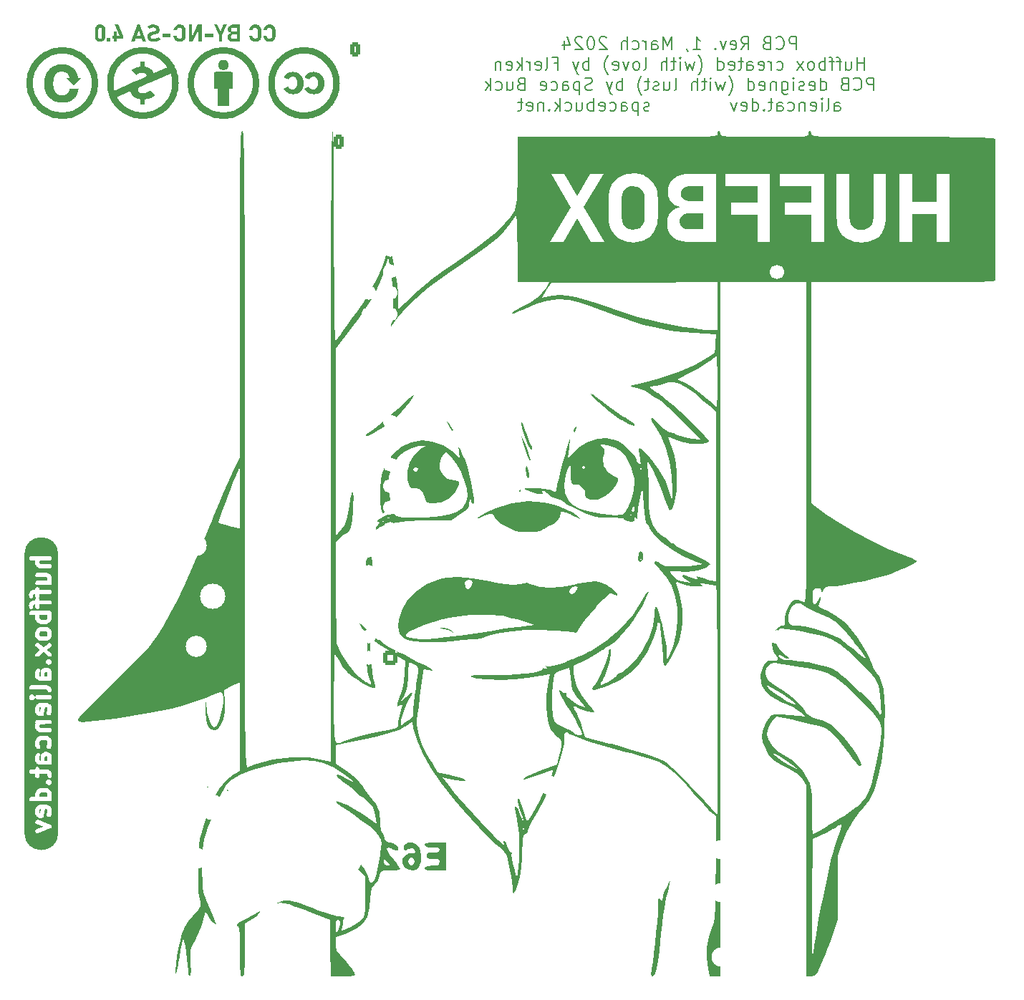
<source format=gbr>
%TF.GenerationSoftware,KiCad,Pcbnew,8.0.1*%
%TF.CreationDate,2024-03-18T01:33:03-07:00*%
%TF.ProjectId,huffboard,68756666-626f-4617-9264-2e6b69636164,rev?*%
%TF.SameCoordinates,Original*%
%TF.FileFunction,Legend,Bot*%
%TF.FilePolarity,Positive*%
%FSLAX46Y46*%
G04 Gerber Fmt 4.6, Leading zero omitted, Abs format (unit mm)*
G04 Created by KiCad (PCBNEW 8.0.1) date 2024-03-18 01:33:03*
%MOMM*%
%LPD*%
G01*
G04 APERTURE LIST*
G04 Aperture macros list*
%AMRoundRect*
0 Rectangle with rounded corners*
0 $1 Rounding radius*
0 $2 $3 $4 $5 $6 $7 $8 $9 X,Y pos of 4 corners*
0 Add a 4 corners polygon primitive as box body*
4,1,4,$2,$3,$4,$5,$6,$7,$8,$9,$2,$3,0*
0 Add four circle primitives for the rounded corners*
1,1,$1+$1,$2,$3*
1,1,$1+$1,$4,$5*
1,1,$1+$1,$6,$7*
1,1,$1+$1,$8,$9*
0 Add four rect primitives between the rounded corners*
20,1,$1+$1,$2,$3,$4,$5,0*
20,1,$1+$1,$4,$5,$6,$7,0*
20,1,$1+$1,$6,$7,$8,$9,0*
20,1,$1+$1,$8,$9,$2,$3,0*%
G04 Aperture macros list end*
%ADD10C,0.000000*%
%ADD11C,0.500000*%
%ADD12C,0.200000*%
%ADD13C,0.150000*%
%ADD14C,1.200000*%
%ADD15C,3.000000*%
%ADD16C,2.500000*%
%ADD17RoundRect,0.250000X-0.350000X-0.625000X0.350000X-0.625000X0.350000X0.625000X-0.350000X0.625000X0*%
%ADD18O,1.200000X1.750000*%
%ADD19R,2.600000X2.600000*%
%ADD20C,2.600000*%
%ADD21C,3.200000*%
%ADD22C,1.700000*%
%ADD23RoundRect,0.250000X0.600000X0.600000X-0.600000X0.600000X-0.600000X-0.600000X0.600000X-0.600000X0*%
%ADD24C,0.800000*%
%ADD25C,6.400000*%
%ADD26C,2.270000*%
%ADD27R,1.700000X1.700000*%
%ADD28O,1.700000X1.700000*%
G04 APERTURE END LIST*
G36*
X136750000Y-81000000D02*
G01*
X137250000Y-81000000D01*
X137250000Y-114000000D01*
X136750000Y-114000000D01*
X136750000Y-81000000D01*
G37*
D10*
G36*
X133250000Y-81000000D02*
G01*
X133250000Y-81000000D01*
G75*
G02*
X137250000Y-81000000I2000000J0D01*
G01*
X133250000Y-81000000D01*
G37*
G36*
X133250000Y-81000000D02*
G01*
X133750000Y-81000000D01*
X133750000Y-114000000D01*
X133250000Y-114000000D01*
X133250000Y-81000000D01*
G37*
G36*
X137250000Y-114000000D02*
G01*
X137250000Y-114000000D01*
G75*
G02*
X133250000Y-114000000I-2000000J0D01*
G01*
X137250000Y-114000000D01*
G37*
G36*
X167545353Y-23963646D02*
G01*
X167610299Y-23967813D01*
X167673793Y-23974757D01*
X167735837Y-23984478D01*
X167796430Y-23996975D01*
X167855574Y-24012249D01*
X167913268Y-24030299D01*
X167969511Y-24051124D01*
X168024306Y-24074724D01*
X168077651Y-24101098D01*
X168129547Y-24130247D01*
X168179994Y-24162170D01*
X168228992Y-24196866D01*
X168276541Y-24234336D01*
X168322643Y-24274578D01*
X168367296Y-24317592D01*
X168409853Y-24362990D01*
X168449666Y-24410332D01*
X168486734Y-24459619D01*
X168521058Y-24510852D01*
X168552637Y-24564031D01*
X168581471Y-24619158D01*
X168607560Y-24676231D01*
X168630903Y-24735254D01*
X168651501Y-24796224D01*
X168669354Y-24859144D01*
X168684460Y-24924014D01*
X168696820Y-24990835D01*
X168706434Y-25059606D01*
X168713301Y-25130329D01*
X168717421Y-25203005D01*
X168718795Y-25277633D01*
X168717437Y-25354036D01*
X168713363Y-25428315D01*
X168706572Y-25500470D01*
X168697066Y-25570500D01*
X168684843Y-25638405D01*
X168669905Y-25704186D01*
X168652250Y-25767841D01*
X168631879Y-25829372D01*
X168608792Y-25888777D01*
X168582989Y-25946056D01*
X168554470Y-26001209D01*
X168523235Y-26054236D01*
X168489283Y-26105138D01*
X168452616Y-26153912D01*
X168413232Y-26200560D01*
X168371132Y-26245082D01*
X168326816Y-26287226D01*
X168280782Y-26326647D01*
X168233032Y-26363343D01*
X168183565Y-26397316D01*
X168132384Y-26428567D01*
X168079487Y-26457097D01*
X168024877Y-26482905D01*
X167968552Y-26505994D01*
X167910515Y-26526363D01*
X167850765Y-26544014D01*
X167789303Y-26558948D01*
X167726130Y-26571164D01*
X167661246Y-26580665D01*
X167594652Y-26587450D01*
X167526348Y-26591520D01*
X167456336Y-26592877D01*
X167412146Y-26592184D01*
X167368429Y-26590104D01*
X167325183Y-26586638D01*
X167282411Y-26581785D01*
X167240113Y-26575544D01*
X167198289Y-26567915D01*
X167156939Y-26558898D01*
X167116065Y-26548493D01*
X167075667Y-26536698D01*
X167035745Y-26523514D01*
X166996301Y-26508940D01*
X166957334Y-26492976D01*
X166918845Y-26475621D01*
X166880835Y-26456875D01*
X166843305Y-26436738D01*
X166806254Y-26415209D01*
X166769897Y-26392492D01*
X166734544Y-26368743D01*
X166700196Y-26343960D01*
X166666852Y-26318144D01*
X166634513Y-26291294D01*
X166603178Y-26263409D01*
X166572848Y-26234489D01*
X166543523Y-26204534D01*
X166515202Y-26173544D01*
X166487886Y-26141518D01*
X166461575Y-26108455D01*
X166436268Y-26074355D01*
X166411965Y-26039219D01*
X166388667Y-26003044D01*
X166366374Y-25965832D01*
X166345086Y-25927582D01*
X166866580Y-25662999D01*
X166886360Y-25706926D01*
X166907849Y-25748022D01*
X166931047Y-25786287D01*
X166955955Y-25821720D01*
X166982573Y-25854320D01*
X167010901Y-25884087D01*
X167040940Y-25911022D01*
X167072690Y-25935123D01*
X167106152Y-25956389D01*
X167141325Y-25974822D01*
X167178211Y-25990420D01*
X167216809Y-26003183D01*
X167257121Y-26013110D01*
X167299146Y-26020201D01*
X167342885Y-26024456D01*
X167388338Y-26025875D01*
X167422781Y-26025076D01*
X167456160Y-26022681D01*
X167488476Y-26018690D01*
X167519728Y-26013102D01*
X167549917Y-26005919D01*
X167579043Y-25997139D01*
X167607104Y-25986764D01*
X167634103Y-25974794D01*
X167647203Y-25968210D01*
X167660038Y-25961228D01*
X167672606Y-25953847D01*
X167684909Y-25946067D01*
X167696946Y-25937888D01*
X167708717Y-25929311D01*
X167720222Y-25920335D01*
X167731461Y-25910961D01*
X167753142Y-25891016D01*
X167773759Y-25869477D01*
X167793313Y-25846343D01*
X167811804Y-25821616D01*
X167829178Y-25795563D01*
X167845432Y-25768453D01*
X167860567Y-25740284D01*
X167874582Y-25711056D01*
X167887477Y-25680768D01*
X167899252Y-25649420D01*
X167909906Y-25617011D01*
X167919439Y-25583541D01*
X167927852Y-25549009D01*
X167935143Y-25513414D01*
X167941314Y-25476757D01*
X167946363Y-25439035D01*
X167950290Y-25400250D01*
X167953095Y-25360399D01*
X167954779Y-25319483D01*
X167955340Y-25277501D01*
X167954786Y-25231450D01*
X167953123Y-25186863D01*
X167950352Y-25143738D01*
X167946473Y-25102075D01*
X167941486Y-25061875D01*
X167935391Y-25023138D01*
X167928188Y-24985863D01*
X167919877Y-24950050D01*
X167910459Y-24915700D01*
X167899933Y-24882811D01*
X167888300Y-24851385D01*
X167875559Y-24821422D01*
X167861711Y-24792920D01*
X167846755Y-24765880D01*
X167830693Y-24740303D01*
X167813523Y-24716187D01*
X167795247Y-24693534D01*
X167775864Y-24672342D01*
X167755374Y-24652612D01*
X167733777Y-24634344D01*
X167711074Y-24617537D01*
X167687265Y-24602193D01*
X167662349Y-24588309D01*
X167636327Y-24575888D01*
X167609199Y-24564928D01*
X167580964Y-24555429D01*
X167551624Y-24547392D01*
X167521178Y-24540817D01*
X167489627Y-24535702D01*
X167456969Y-24532049D01*
X167423206Y-24529858D01*
X167388338Y-24529127D01*
X167374077Y-24529423D01*
X167359670Y-24530311D01*
X167345116Y-24531790D01*
X167330417Y-24533861D01*
X167315571Y-24536522D01*
X167300578Y-24539773D01*
X167285438Y-24543614D01*
X167270152Y-24548045D01*
X167254718Y-24553064D01*
X167239136Y-24558673D01*
X167223407Y-24564870D01*
X167207530Y-24571655D01*
X167191505Y-24579027D01*
X167175332Y-24586986D01*
X167159010Y-24595533D01*
X167142540Y-24604665D01*
X167126183Y-24614561D01*
X167110151Y-24625345D01*
X167094444Y-24637018D01*
X167079061Y-24649578D01*
X167064002Y-24663026D01*
X167049267Y-24677359D01*
X167034855Y-24692577D01*
X167020766Y-24708680D01*
X167006999Y-24725666D01*
X166993554Y-24743535D01*
X166980431Y-24762287D01*
X166967630Y-24781920D01*
X166955149Y-24802433D01*
X166942989Y-24823826D01*
X166931149Y-24846098D01*
X166919629Y-24869249D01*
X166352494Y-24574371D01*
X166396774Y-24500215D01*
X166444533Y-24430845D01*
X166495773Y-24366259D01*
X166550493Y-24306459D01*
X166608696Y-24251445D01*
X166670382Y-24201217D01*
X166735551Y-24155775D01*
X166804204Y-24115120D01*
X166876342Y-24079252D01*
X166951967Y-24048173D01*
X167031077Y-24021881D01*
X167113676Y-24000378D01*
X167199762Y-23983663D01*
X167289337Y-23971738D01*
X167382402Y-23964602D01*
X167478957Y-23962257D01*
X167545353Y-23963646D01*
G37*
G36*
X170539079Y-25382751D02*
G01*
X170535358Y-25487612D01*
X170529157Y-25591819D01*
X170520475Y-25695375D01*
X170509313Y-25798278D01*
X170495670Y-25900530D01*
X170479547Y-26002132D01*
X170460944Y-26103083D01*
X170439860Y-26203385D01*
X170416295Y-26303038D01*
X170390250Y-26402042D01*
X170361725Y-26500398D01*
X170330719Y-26598107D01*
X170297232Y-26695170D01*
X170261266Y-26791586D01*
X170222818Y-26887357D01*
X170181994Y-26982201D01*
X170138898Y-27075835D01*
X170093528Y-27168259D01*
X170045884Y-27259473D01*
X169995968Y-27349476D01*
X169943777Y-27438268D01*
X169889313Y-27525848D01*
X169832574Y-27612217D01*
X169773562Y-27697373D01*
X169712275Y-27781316D01*
X169648713Y-27864046D01*
X169582876Y-27945563D01*
X169514764Y-28025866D01*
X169444377Y-28104954D01*
X169371715Y-28182828D01*
X169296777Y-28259487D01*
X169220081Y-28334417D01*
X169142145Y-28407105D01*
X169062969Y-28477551D01*
X168982553Y-28545754D01*
X168900898Y-28611713D01*
X168818004Y-28675429D01*
X168733870Y-28736901D01*
X168648498Y-28796128D01*
X168561887Y-28853111D01*
X168474038Y-28907848D01*
X168384950Y-28960340D01*
X168294624Y-29010585D01*
X168203060Y-29058585D01*
X168110259Y-29104337D01*
X168016220Y-29147843D01*
X167920944Y-29189101D01*
X167824743Y-29228049D01*
X167727982Y-29264477D01*
X167630660Y-29298387D01*
X167532777Y-29329779D01*
X167434334Y-29358653D01*
X167335331Y-29385012D01*
X167235767Y-29408856D01*
X167135644Y-29430186D01*
X167034961Y-29449002D01*
X166933718Y-29465307D01*
X166831917Y-29479101D01*
X166729556Y-29490384D01*
X166626636Y-29499159D01*
X166523158Y-29505425D01*
X166419121Y-29509184D01*
X166314526Y-29510437D01*
X166209857Y-29509167D01*
X166105597Y-29505358D01*
X166001748Y-29499009D01*
X165898309Y-29490122D01*
X165795283Y-29478694D01*
X165692668Y-29464728D01*
X165590467Y-29448222D01*
X165488679Y-29429176D01*
X165387304Y-29407592D01*
X165286344Y-29383468D01*
X165185800Y-29356804D01*
X165085671Y-29327601D01*
X164985958Y-29295859D01*
X164886662Y-29261577D01*
X164787783Y-29224756D01*
X164689323Y-29185396D01*
X164591673Y-29143642D01*
X164495325Y-29099641D01*
X164400280Y-29053393D01*
X164306537Y-29004899D01*
X164214096Y-28954159D01*
X164122957Y-28901174D01*
X164033121Y-28845945D01*
X163944587Y-28788472D01*
X163857355Y-28728755D01*
X163771425Y-28666796D01*
X163686798Y-28602595D01*
X163603473Y-28536152D01*
X163521450Y-28467469D01*
X163440729Y-28396545D01*
X163361311Y-28323381D01*
X163283195Y-28247978D01*
X163209715Y-28174530D01*
X163138503Y-28099690D01*
X163069559Y-28023459D01*
X163002883Y-27945838D01*
X162938476Y-27866827D01*
X162876338Y-27786427D01*
X162816470Y-27704638D01*
X162758873Y-27621461D01*
X162703547Y-27536896D01*
X162650493Y-27450945D01*
X162599711Y-27363607D01*
X162551202Y-27274884D01*
X162504967Y-27184775D01*
X162461005Y-27093281D01*
X162419319Y-27000404D01*
X162379907Y-26906143D01*
X162342874Y-26810785D01*
X162308223Y-26714565D01*
X162275955Y-26617484D01*
X162246072Y-26519542D01*
X162218573Y-26420739D01*
X162193461Y-26321077D01*
X162170735Y-26220555D01*
X162150398Y-26119173D01*
X162132449Y-26016933D01*
X162116891Y-25913835D01*
X162103724Y-25809878D01*
X162092948Y-25705063D01*
X162084565Y-25599391D01*
X162078577Y-25492863D01*
X162074983Y-25385478D01*
X162073787Y-25277501D01*
X162837372Y-25277501D01*
X162841239Y-25457992D01*
X162852839Y-25634639D01*
X162872172Y-25807442D01*
X162899239Y-25976402D01*
X162934041Y-26141518D01*
X162976578Y-26302792D01*
X163026850Y-26460223D01*
X163084857Y-26613812D01*
X163150600Y-26763559D01*
X163224080Y-26909466D01*
X163305296Y-27051531D01*
X163394250Y-27189756D01*
X163490941Y-27324141D01*
X163595370Y-27454686D01*
X163707537Y-27581392D01*
X163827443Y-27704259D01*
X163892218Y-27765700D01*
X163957955Y-27825307D01*
X164024656Y-27883080D01*
X164092322Y-27939021D01*
X164160955Y-27993130D01*
X164230556Y-28045408D01*
X164301126Y-28095856D01*
X164372667Y-28144476D01*
X164445180Y-28191268D01*
X164518666Y-28236233D01*
X164593127Y-28279372D01*
X164668564Y-28320686D01*
X164744979Y-28360177D01*
X164822372Y-28397844D01*
X164900746Y-28433690D01*
X164980101Y-28467714D01*
X165060200Y-28499766D01*
X165140607Y-28529745D01*
X165221325Y-28557652D01*
X165302353Y-28583486D01*
X165383693Y-28607249D01*
X165465348Y-28628942D01*
X165547317Y-28648565D01*
X165629603Y-28666119D01*
X165712207Y-28681605D01*
X165795129Y-28695023D01*
X165878373Y-28706376D01*
X165961938Y-28715662D01*
X166045827Y-28722883D01*
X166130040Y-28728041D01*
X166214579Y-28731134D01*
X166299445Y-28732165D01*
X166385207Y-28731147D01*
X166470498Y-28728091D01*
X166555316Y-28722999D01*
X166639662Y-28715869D01*
X166723536Y-28706702D01*
X166806936Y-28695498D01*
X166889862Y-28682257D01*
X166972314Y-28666979D01*
X167054292Y-28649663D01*
X167135795Y-28630311D01*
X167216823Y-28608922D01*
X167297375Y-28585495D01*
X167377452Y-28560032D01*
X167457052Y-28532531D01*
X167536175Y-28502993D01*
X167614821Y-28471419D01*
X167692797Y-28437865D01*
X167769759Y-28402491D01*
X167845708Y-28365294D01*
X167920647Y-28326274D01*
X167994574Y-28285429D01*
X168067491Y-28242758D01*
X168139400Y-28198260D01*
X168210299Y-28151934D01*
X168280191Y-28103778D01*
X168349076Y-28053793D01*
X168416955Y-28001975D01*
X168483829Y-27948324D01*
X168549698Y-27892840D01*
X168614563Y-27835520D01*
X168678425Y-27776365D01*
X168741285Y-27715371D01*
X168802765Y-27652952D01*
X168862438Y-27589469D01*
X168920305Y-27524921D01*
X168976367Y-27459309D01*
X169030624Y-27392631D01*
X169083078Y-27324888D01*
X169133728Y-27256080D01*
X169182577Y-27186205D01*
X169229624Y-27115264D01*
X169274870Y-27043255D01*
X169318316Y-26970179D01*
X169359963Y-26896036D01*
X169399812Y-26820824D01*
X169437864Y-26744544D01*
X169474118Y-26667194D01*
X169508577Y-26588776D01*
X169541110Y-26509726D01*
X169571538Y-26430287D01*
X169599863Y-26350457D01*
X169626085Y-26270238D01*
X169650204Y-26189630D01*
X169672222Y-26108633D01*
X169692140Y-26027248D01*
X169709957Y-25945475D01*
X169725676Y-25863314D01*
X169739296Y-25780766D01*
X169750819Y-25697831D01*
X169760245Y-25614510D01*
X169767575Y-25530802D01*
X169772809Y-25446709D01*
X169775950Y-25362231D01*
X169776996Y-25277368D01*
X169775950Y-25191592D01*
X169772809Y-25106259D01*
X169767575Y-25021370D01*
X169760245Y-24936924D01*
X169750819Y-24852921D01*
X169739296Y-24769362D01*
X169725676Y-24686246D01*
X169709957Y-24603574D01*
X169692140Y-24521345D01*
X169672222Y-24439559D01*
X169650204Y-24358217D01*
X169626085Y-24277318D01*
X169599863Y-24196862D01*
X169571538Y-24116850D01*
X169541110Y-24037281D01*
X169508577Y-23958156D01*
X169474140Y-23879741D01*
X169437902Y-23802301D01*
X169399861Y-23725838D01*
X169360019Y-23650351D01*
X169318375Y-23575838D01*
X169274928Y-23502300D01*
X169229679Y-23429737D01*
X169182626Y-23358147D01*
X169133771Y-23287531D01*
X169083113Y-23217889D01*
X169030651Y-23149219D01*
X168976386Y-23081521D01*
X168920317Y-23014796D01*
X168862444Y-22949042D01*
X168802766Y-22884259D01*
X168741285Y-22820448D01*
X168615683Y-22697799D01*
X168486479Y-22583061D01*
X168353672Y-22476233D01*
X168217263Y-22377316D01*
X168077252Y-22286310D01*
X167933639Y-22203216D01*
X167786424Y-22128033D01*
X167635608Y-22060763D01*
X167481190Y-22001405D01*
X167323171Y-21949961D01*
X167161551Y-21906430D01*
X166996331Y-21870813D01*
X166827510Y-21843110D01*
X166655088Y-21823322D01*
X166479067Y-21811448D01*
X166299445Y-21807490D01*
X166121535Y-21811478D01*
X165946876Y-21823440D01*
X165775467Y-21843376D01*
X165607308Y-21871286D01*
X165442396Y-21907170D01*
X165280731Y-21951028D01*
X165122311Y-22002860D01*
X164967136Y-22062665D01*
X164815204Y-22130443D01*
X164666514Y-22206193D01*
X164521065Y-22289917D01*
X164378855Y-22381613D01*
X164239885Y-22481282D01*
X164104151Y-22588923D01*
X163971654Y-22704536D01*
X163842392Y-22828121D01*
X163781936Y-22890114D01*
X163723300Y-22953162D01*
X163666488Y-23017266D01*
X163611500Y-23082427D01*
X163558337Y-23148644D01*
X163507001Y-23215920D01*
X163457493Y-23284255D01*
X163409815Y-23353649D01*
X163363968Y-23424104D01*
X163319953Y-23495620D01*
X163277771Y-23568198D01*
X163237425Y-23641838D01*
X163198914Y-23716543D01*
X163162242Y-23792311D01*
X163127408Y-23869144D01*
X163094415Y-23947044D01*
X163063296Y-24025771D01*
X163034183Y-24105087D01*
X163007077Y-24184993D01*
X162981977Y-24265488D01*
X162958885Y-24346574D01*
X162937799Y-24428249D01*
X162918721Y-24510515D01*
X162901650Y-24593371D01*
X162886586Y-24676818D01*
X162873531Y-24760856D01*
X162862483Y-24845484D01*
X162853444Y-24930704D01*
X162846413Y-25016516D01*
X162841390Y-25102919D01*
X162838377Y-25189914D01*
X162837372Y-25277501D01*
X162073787Y-25277501D01*
X162073784Y-25277236D01*
X162074998Y-25169880D01*
X162078639Y-25063264D01*
X162084705Y-24957389D01*
X162093196Y-24852253D01*
X162104111Y-24747857D01*
X162117449Y-24644201D01*
X162133209Y-24541282D01*
X162151390Y-24439102D01*
X162171991Y-24337661D01*
X162195011Y-24236956D01*
X162220449Y-24136989D01*
X162248304Y-24037759D01*
X162278575Y-23939265D01*
X162311261Y-23841506D01*
X162346362Y-23744484D01*
X162383875Y-23648197D01*
X162423744Y-23552964D01*
X162465860Y-23459056D01*
X162510223Y-23366472D01*
X162556831Y-23275215D01*
X162605684Y-23185284D01*
X162656780Y-23096679D01*
X162710121Y-23009402D01*
X162765703Y-22923453D01*
X162823527Y-22838833D01*
X162883592Y-22755542D01*
X162945898Y-22673580D01*
X163010443Y-22592949D01*
X163077226Y-22513649D01*
X163146247Y-22435681D01*
X163217505Y-22359044D01*
X163291000Y-22283740D01*
X163448969Y-22133626D01*
X163611078Y-21993192D01*
X163777328Y-21862439D01*
X163947717Y-21741367D01*
X164122243Y-21629979D01*
X164300906Y-21528273D01*
X164483704Y-21436250D01*
X164670637Y-21353912D01*
X164861703Y-21281258D01*
X165056900Y-21218290D01*
X165256229Y-21165008D01*
X165459686Y-21121411D01*
X165667273Y-21087502D01*
X165878986Y-21063281D01*
X166094826Y-21048748D01*
X166314791Y-21043903D01*
X166532801Y-21048718D01*
X166746498Y-21063163D01*
X166955883Y-21087236D01*
X167160955Y-21120938D01*
X167361716Y-21164267D01*
X167558164Y-21217223D01*
X167750300Y-21279804D01*
X167938125Y-21352010D01*
X168121639Y-21433841D01*
X168300842Y-21525295D01*
X168475733Y-21626371D01*
X168646314Y-21737070D01*
X168812584Y-21857390D01*
X168974544Y-21987330D01*
X169132193Y-22126889D01*
X169285533Y-22276067D01*
X169360920Y-22353249D01*
X169434038Y-22431698D01*
X169504885Y-22511417D01*
X169573461Y-22592404D01*
X169639766Y-22674660D01*
X169703800Y-22758184D01*
X169765562Y-22842979D01*
X169825051Y-22929043D01*
X169882268Y-23016376D01*
X169937211Y-23104979D01*
X169989881Y-23194853D01*
X170040277Y-23285996D01*
X170088399Y-23378411D01*
X170134246Y-23472095D01*
X170177818Y-23567051D01*
X170219115Y-23663278D01*
X170258018Y-23760390D01*
X170294410Y-23858001D01*
X170328290Y-23956113D01*
X170359660Y-24054725D01*
X170388519Y-24153837D01*
X170414868Y-24253451D01*
X170438706Y-24353566D01*
X170460035Y-24454184D01*
X170478853Y-24555303D01*
X170495161Y-24656925D01*
X170508960Y-24759050D01*
X170520250Y-24861679D01*
X170529030Y-24964812D01*
X170535302Y-25068448D01*
X170539065Y-25172590D01*
X170540319Y-25277236D01*
X170540317Y-25277368D01*
X170539079Y-25382751D01*
G37*
G36*
X165096082Y-23963646D02*
G01*
X165161007Y-23967813D01*
X165224483Y-23974757D01*
X165286511Y-23984478D01*
X165347089Y-23996975D01*
X165406219Y-24012249D01*
X165463900Y-24030299D01*
X165520131Y-24051124D01*
X165574913Y-24074724D01*
X165628246Y-24101098D01*
X165680128Y-24130247D01*
X165730560Y-24162170D01*
X165779542Y-24196866D01*
X165827073Y-24234336D01*
X165873154Y-24274578D01*
X165917784Y-24317592D01*
X165960386Y-24362990D01*
X166000235Y-24410332D01*
X166037333Y-24459619D01*
X166071678Y-24510852D01*
X166103273Y-24564031D01*
X166132117Y-24619158D01*
X166158212Y-24676231D01*
X166181557Y-24735254D01*
X166202153Y-24796224D01*
X166220002Y-24859144D01*
X166235103Y-24924014D01*
X166247457Y-24990835D01*
X166257064Y-25059606D01*
X166263926Y-25130329D01*
X166268043Y-25203005D01*
X166269415Y-25277633D01*
X166268072Y-25354036D01*
X166264044Y-25428315D01*
X166257328Y-25500470D01*
X166247926Y-25570500D01*
X166235835Y-25638405D01*
X166221055Y-25704186D01*
X166203586Y-25767841D01*
X166183425Y-25829372D01*
X166160574Y-25888777D01*
X166135030Y-25946056D01*
X166106794Y-26001209D01*
X166075864Y-26054236D01*
X166042240Y-26105138D01*
X166005920Y-26153912D01*
X165966904Y-26200560D01*
X165925192Y-26245082D01*
X165881329Y-26287226D01*
X165835665Y-26326647D01*
X165788199Y-26363343D01*
X165738930Y-26397316D01*
X165687857Y-26428567D01*
X165634982Y-26457097D01*
X165580303Y-26482905D01*
X165523819Y-26505994D01*
X165465531Y-26526363D01*
X165405438Y-26544014D01*
X165343540Y-26558948D01*
X165279836Y-26571164D01*
X165214326Y-26580665D01*
X165147010Y-26587450D01*
X165077886Y-26591520D01*
X165006956Y-26592877D01*
X164963704Y-26592184D01*
X164920865Y-26590104D01*
X164878438Y-26586638D01*
X164836424Y-26581785D01*
X164794821Y-26575544D01*
X164753632Y-26567915D01*
X164712854Y-26558898D01*
X164672489Y-26548493D01*
X164632537Y-26536698D01*
X164592997Y-26523514D01*
X164553869Y-26508940D01*
X164515153Y-26492976D01*
X164476850Y-26475621D01*
X164438960Y-26456875D01*
X164401481Y-26436738D01*
X164364415Y-26415209D01*
X164328073Y-26392492D01*
X164292669Y-26368743D01*
X164258203Y-26343960D01*
X164224676Y-26318144D01*
X164192090Y-26291294D01*
X164160444Y-26263409D01*
X164129741Y-26234489D01*
X164099981Y-26204534D01*
X164071165Y-26173544D01*
X164043294Y-26141518D01*
X164016369Y-26108455D01*
X163990392Y-26074355D01*
X163965362Y-26039219D01*
X163941281Y-26003044D01*
X163918150Y-25965832D01*
X163895970Y-25927582D01*
X164425137Y-25662999D01*
X164444872Y-25706926D01*
X164466324Y-25748022D01*
X164489493Y-25786287D01*
X164514376Y-25821720D01*
X164540974Y-25854320D01*
X164569287Y-25884087D01*
X164599312Y-25911022D01*
X164631049Y-25935123D01*
X164664498Y-25956389D01*
X164699658Y-25974822D01*
X164736528Y-25990420D01*
X164775107Y-26003183D01*
X164815394Y-26013110D01*
X164857389Y-26020201D01*
X164901091Y-26024456D01*
X164946499Y-26025875D01*
X164980987Y-26025076D01*
X165014402Y-26022681D01*
X165046747Y-26018690D01*
X165078020Y-26013102D01*
X165108222Y-26005919D01*
X165137355Y-25997139D01*
X165165418Y-25986764D01*
X165192413Y-25974794D01*
X165205509Y-25968210D01*
X165218339Y-25961228D01*
X165230902Y-25953847D01*
X165243198Y-25946067D01*
X165255227Y-25937888D01*
X165266990Y-25929311D01*
X165278486Y-25920335D01*
X165289715Y-25910961D01*
X165300678Y-25901188D01*
X165311375Y-25891016D01*
X165331969Y-25869477D01*
X165351499Y-25846343D01*
X165369965Y-25821616D01*
X165387340Y-25795563D01*
X165403599Y-25768453D01*
X165418740Y-25740284D01*
X165432764Y-25711056D01*
X165445669Y-25680768D01*
X165457455Y-25649420D01*
X165468121Y-25617011D01*
X165477667Y-25583541D01*
X165486091Y-25549009D01*
X165493395Y-25513414D01*
X165499577Y-25476757D01*
X165504635Y-25439035D01*
X165508571Y-25400250D01*
X165511383Y-25360399D01*
X165513071Y-25319483D01*
X165513633Y-25277501D01*
X165513079Y-25231450D01*
X165511416Y-25186863D01*
X165508646Y-25143738D01*
X165504766Y-25102075D01*
X165499779Y-25061875D01*
X165493684Y-25023138D01*
X165486480Y-24985863D01*
X165478169Y-24950050D01*
X165468749Y-24915700D01*
X165458222Y-24882811D01*
X165446588Y-24851385D01*
X165433845Y-24821422D01*
X165419995Y-24792920D01*
X165405037Y-24765880D01*
X165388972Y-24740303D01*
X165371800Y-24716187D01*
X165353520Y-24693534D01*
X165334133Y-24672342D01*
X165313639Y-24652612D01*
X165292038Y-24634344D01*
X165269330Y-24617537D01*
X165245515Y-24602193D01*
X165220593Y-24588309D01*
X165194564Y-24575888D01*
X165167429Y-24564928D01*
X165139187Y-24555429D01*
X165109838Y-24547392D01*
X165079383Y-24540817D01*
X165047821Y-24535702D01*
X165015153Y-24532049D01*
X164981379Y-24529858D01*
X164946499Y-24529127D01*
X164931393Y-24529423D01*
X164916188Y-24530311D01*
X164900886Y-24531790D01*
X164885485Y-24533861D01*
X164869988Y-24536522D01*
X164854395Y-24539773D01*
X164838706Y-24543614D01*
X164822922Y-24548045D01*
X164807043Y-24553064D01*
X164791070Y-24558673D01*
X164775004Y-24564870D01*
X164758845Y-24571655D01*
X164742594Y-24579027D01*
X164726251Y-24586986D01*
X164709817Y-24595533D01*
X164693293Y-24604665D01*
X164676932Y-24614561D01*
X164660892Y-24625345D01*
X164645172Y-24637018D01*
X164629774Y-24649578D01*
X164614697Y-24663026D01*
X164599942Y-24677359D01*
X164585511Y-24692577D01*
X164571402Y-24708680D01*
X164557618Y-24725666D01*
X164544158Y-24743535D01*
X164531024Y-24762287D01*
X164518215Y-24781920D01*
X164505732Y-24802433D01*
X164493577Y-24823826D01*
X164481749Y-24846098D01*
X164470249Y-24869249D01*
X163910787Y-24574371D01*
X163954111Y-24500215D01*
X164000988Y-24430845D01*
X164051416Y-24366259D01*
X164105394Y-24306459D01*
X164162922Y-24251445D01*
X164223998Y-24201217D01*
X164288622Y-24155775D01*
X164356792Y-24115120D01*
X164428507Y-24079252D01*
X164503768Y-24048173D01*
X164582571Y-24021881D01*
X164664918Y-24000378D01*
X164750805Y-23983663D01*
X164840234Y-23971738D01*
X164933202Y-23964602D01*
X165029709Y-23962257D01*
X165096082Y-23963646D01*
G37*
G36*
X161010445Y-25492653D02*
G01*
X160995823Y-25704225D01*
X160971455Y-25911954D01*
X160937339Y-26115841D01*
X160893478Y-26315887D01*
X160839872Y-26512091D01*
X160776520Y-26704455D01*
X160703425Y-26892980D01*
X160620586Y-27077667D01*
X160528004Y-27258516D01*
X160425679Y-27435527D01*
X160313613Y-27608703D01*
X160191805Y-27778043D01*
X160060257Y-27943549D01*
X159918969Y-28105220D01*
X159767941Y-28263059D01*
X159608386Y-28414110D01*
X159445287Y-28555419D01*
X159278643Y-28686985D01*
X159108454Y-28808807D01*
X158934720Y-28920887D01*
X158757440Y-29023222D01*
X158576613Y-29115812D01*
X158392240Y-29198659D01*
X158204319Y-29271759D01*
X158012852Y-29335115D01*
X157817836Y-29388724D01*
X157619272Y-29432587D01*
X157417160Y-29466704D01*
X157211498Y-29491073D01*
X157002287Y-29505695D01*
X156789527Y-29510569D01*
X156573072Y-29505638D01*
X156360219Y-29490843D01*
X156150969Y-29466185D01*
X155945322Y-29431664D01*
X155743276Y-29387278D01*
X155544833Y-29333029D01*
X155349991Y-29268916D01*
X155158751Y-29194938D01*
X154971112Y-29111096D01*
X154787074Y-29017389D01*
X154606637Y-28913817D01*
X154429801Y-28800380D01*
X154256565Y-28677078D01*
X154086930Y-28543910D01*
X153920895Y-28400877D01*
X153758460Y-28247978D01*
X153611975Y-28097313D01*
X153474937Y-27941981D01*
X153347348Y-27781982D01*
X153229207Y-27617316D01*
X153120515Y-27447984D01*
X153021273Y-27273984D01*
X152931480Y-27095316D01*
X152851138Y-26911981D01*
X152780246Y-26723977D01*
X152718805Y-26531306D01*
X152666816Y-26333966D01*
X152624278Y-26131958D01*
X152591193Y-25925281D01*
X152567560Y-25713935D01*
X152553380Y-25497920D01*
X152548653Y-25277236D01*
X152548656Y-25277104D01*
X153312373Y-25277104D01*
X153316270Y-25458456D01*
X153327963Y-25635848D01*
X153347451Y-25809282D01*
X153374734Y-25978756D01*
X153409813Y-26144272D01*
X153452688Y-26305830D01*
X153503358Y-26463429D01*
X153561825Y-26617070D01*
X153628089Y-26766753D01*
X153702149Y-26912478D01*
X153784006Y-27054246D01*
X153873660Y-27192057D01*
X153971111Y-27325910D01*
X154076359Y-27455807D01*
X154189405Y-27581747D01*
X154310249Y-27703730D01*
X154443010Y-27829183D01*
X154578610Y-27946533D01*
X154717048Y-28055780D01*
X154858325Y-28156926D01*
X155002438Y-28249973D01*
X155149388Y-28334922D01*
X155299173Y-28411774D01*
X155451793Y-28480530D01*
X155607247Y-28541193D01*
X155765534Y-28593762D01*
X155926654Y-28638240D01*
X156090605Y-28674629D01*
X156257387Y-28702928D01*
X156426999Y-28723141D01*
X156599440Y-28735267D01*
X156774710Y-28739309D01*
X156950825Y-28735295D01*
X157123867Y-28723253D01*
X157293837Y-28703182D01*
X157460735Y-28675081D01*
X157624561Y-28638950D01*
X157785316Y-28594788D01*
X157942999Y-28542593D01*
X158097610Y-28482365D01*
X158249151Y-28414104D01*
X158397620Y-28337809D01*
X158543019Y-28253478D01*
X158685347Y-28161112D01*
X158824605Y-28060708D01*
X158960792Y-27952268D01*
X159093910Y-27835789D01*
X159223958Y-27711270D01*
X159348431Y-27581350D01*
X159464873Y-27448466D01*
X159573285Y-27312619D01*
X159673667Y-27173811D01*
X159766018Y-27032041D01*
X159850338Y-26887311D01*
X159926628Y-26739622D01*
X159994888Y-26588974D01*
X160055116Y-26435368D01*
X160107315Y-26278805D01*
X160151483Y-26119285D01*
X160187620Y-25956810D01*
X160215727Y-25791380D01*
X160235803Y-25622996D01*
X160247849Y-25451658D01*
X160251864Y-25277368D01*
X160247819Y-25103897D01*
X160235685Y-24933079D01*
X160215460Y-24764917D01*
X160187145Y-24599409D01*
X160150738Y-24436555D01*
X160106240Y-24276357D01*
X160053651Y-24118814D01*
X159992969Y-23963927D01*
X159924195Y-23811695D01*
X159847328Y-23662119D01*
X159762368Y-23515200D01*
X159669314Y-23370936D01*
X159568165Y-23229329D01*
X159458923Y-23090378D01*
X159341585Y-22954084D01*
X159216153Y-22820448D01*
X159089669Y-22697799D01*
X158959703Y-22583061D01*
X158826255Y-22476233D01*
X158689324Y-22377316D01*
X158548910Y-22286310D01*
X158405014Y-22203216D01*
X158257634Y-22128033D01*
X158106771Y-22060763D01*
X157952425Y-22001405D01*
X157794595Y-21949961D01*
X157633281Y-21906430D01*
X157468483Y-21870813D01*
X157300200Y-21843110D01*
X157128433Y-21823322D01*
X156953182Y-21811448D01*
X156774445Y-21807490D01*
X156596562Y-21811447D01*
X156421984Y-21823316D01*
X156250712Y-21843098D01*
X156082746Y-21870792D01*
X155918087Y-21906399D01*
X155756735Y-21949919D01*
X155598691Y-22001352D01*
X155443955Y-22060697D01*
X155292527Y-22127955D01*
X155144408Y-22203125D01*
X154999598Y-22286209D01*
X154858097Y-22377205D01*
X154719907Y-22476113D01*
X154585026Y-22582935D01*
X154453457Y-22697669D01*
X154325198Y-22820316D01*
X154202573Y-22948648D01*
X154087855Y-23080338D01*
X153981045Y-23215388D01*
X153882143Y-23353798D01*
X153791150Y-23495570D01*
X153708066Y-23640703D01*
X153632892Y-23789199D01*
X153565629Y-23941058D01*
X153506277Y-24096281D01*
X153454836Y-24254869D01*
X153411308Y-24416823D01*
X153375693Y-24582143D01*
X153347991Y-24750830D01*
X153328204Y-24922886D01*
X153316331Y-25098310D01*
X153312373Y-25277104D01*
X152548656Y-25277104D01*
X152553469Y-25057310D01*
X152567918Y-24841635D01*
X152591998Y-24630211D01*
X152625709Y-24423037D01*
X152669048Y-24220115D01*
X152722014Y-24021443D01*
X152784608Y-23827022D01*
X152856826Y-23636853D01*
X152938669Y-23450934D01*
X153030135Y-23269266D01*
X153131223Y-23091849D01*
X153241931Y-22918683D01*
X153362259Y-22749767D01*
X153492206Y-22585103D01*
X153631770Y-22424689D01*
X153780949Y-22268527D01*
X153936230Y-22120218D01*
X154095881Y-21981480D01*
X154259903Y-21852313D01*
X154428294Y-21732717D01*
X154601054Y-21622690D01*
X154778182Y-21522233D01*
X154959677Y-21431345D01*
X155145538Y-21350026D01*
X155335765Y-21278275D01*
X155530357Y-21216092D01*
X155729313Y-21163477D01*
X155932632Y-21120430D01*
X156140314Y-21086949D01*
X156352357Y-21063034D01*
X156568762Y-21048686D01*
X156789527Y-21043903D01*
X157006704Y-21048686D01*
X157219740Y-21063034D01*
X157428636Y-21086949D01*
X157633392Y-21120432D01*
X157834010Y-21163481D01*
X158030490Y-21216099D01*
X158222834Y-21278286D01*
X158411042Y-21350042D01*
X158595115Y-21431369D01*
X158775055Y-21522265D01*
X158950862Y-21622733D01*
X159122538Y-21732773D01*
X159290082Y-21852384D01*
X159453497Y-21981569D01*
X159612783Y-22120327D01*
X159767941Y-22268659D01*
X159918969Y-22429240D01*
X160060257Y-22593482D01*
X160191805Y-22761386D01*
X160313613Y-22932951D01*
X160425679Y-23108178D01*
X160528004Y-23287064D01*
X160620586Y-23469612D01*
X160703425Y-23655820D01*
X160776520Y-23845688D01*
X160839872Y-24039216D01*
X160893478Y-24236405D01*
X160937339Y-24437252D01*
X160971455Y-24641760D01*
X160995823Y-24849926D01*
X161010445Y-25061752D01*
X161015319Y-25277236D01*
X161015316Y-25277368D01*
X161010445Y-25492653D01*
G37*
G36*
X151095586Y-23469491D02*
G01*
X151178425Y-23655704D01*
X151251520Y-23845579D01*
X151314872Y-24039116D01*
X151368478Y-24236315D01*
X151412339Y-24437176D01*
X151446455Y-24641698D01*
X151470823Y-24849882D01*
X151485445Y-25061728D01*
X151490319Y-25277236D01*
X151490316Y-25277368D01*
X151485445Y-25491763D01*
X151470823Y-25702502D01*
X151446455Y-25909454D01*
X151412339Y-26112621D01*
X151368478Y-26312003D01*
X151314872Y-26507603D01*
X151251520Y-26699420D01*
X151178425Y-26887457D01*
X151095586Y-27071714D01*
X151003004Y-27252193D01*
X150900679Y-27428894D01*
X150788613Y-27601820D01*
X150666805Y-27770970D01*
X150535257Y-27936346D01*
X150393969Y-28097950D01*
X150242941Y-28255783D01*
X150084270Y-28407722D01*
X149921937Y-28549861D01*
X149755942Y-28682198D01*
X149586284Y-28804733D01*
X149412964Y-28917467D01*
X149235981Y-29020399D01*
X149055336Y-29113529D01*
X148871027Y-29196856D01*
X148683055Y-29270381D01*
X148491419Y-29334103D01*
X148296119Y-29388023D01*
X148097156Y-29432139D01*
X147894528Y-29466452D01*
X147688236Y-29490961D01*
X147478280Y-29505667D01*
X147264659Y-29510569D01*
X147048201Y-29505639D01*
X146835340Y-29490849D01*
X146626078Y-29466198D01*
X146420415Y-29431686D01*
X146218351Y-29387313D01*
X146019888Y-29333078D01*
X145825027Y-29268980D01*
X145633767Y-29195020D01*
X145446111Y-29111198D01*
X145262058Y-29017511D01*
X145081609Y-28913961D01*
X144904766Y-28800547D01*
X144731529Y-28677269D01*
X144561898Y-28544125D01*
X144395875Y-28401116D01*
X144233460Y-28248242D01*
X144086953Y-28097532D01*
X143949899Y-27942163D01*
X143822298Y-27782135D01*
X143704151Y-27617446D01*
X143595456Y-27448096D01*
X143496214Y-27274083D01*
X143406425Y-27095406D01*
X143345058Y-26955356D01*
X144203298Y-26955356D01*
X144230358Y-27003480D01*
X144258656Y-27051363D01*
X144288193Y-27099004D01*
X144318968Y-27146404D01*
X144350983Y-27193563D01*
X144384238Y-27240480D01*
X144418733Y-27287158D01*
X144454470Y-27333595D01*
X144491448Y-27379791D01*
X144529669Y-27425747D01*
X144569133Y-27471464D01*
X144609840Y-27516941D01*
X144651792Y-27562178D01*
X144694988Y-27607176D01*
X144739429Y-27651934D01*
X144785116Y-27696454D01*
X144916152Y-27821909D01*
X145050249Y-27939262D01*
X145187409Y-28048516D01*
X145327632Y-28149671D01*
X145470920Y-28242728D01*
X145617275Y-28327687D01*
X145766696Y-28404551D01*
X145919186Y-28473320D01*
X146074746Y-28533995D01*
X146233376Y-28586577D01*
X146395079Y-28631066D01*
X146559854Y-28667464D01*
X146727704Y-28695773D01*
X146898629Y-28715992D01*
X147072630Y-28728122D01*
X147249710Y-28732165D01*
X147424919Y-28728180D01*
X147597180Y-28716222D01*
X147766491Y-28696292D01*
X147932852Y-28668388D01*
X148096263Y-28632512D01*
X148256723Y-28588663D01*
X148414232Y-28536839D01*
X148568790Y-28477041D01*
X148720396Y-28409268D01*
X148869050Y-28333521D01*
X149014752Y-28249797D01*
X149157500Y-28158098D01*
X149297296Y-28058423D01*
X149434137Y-27950771D01*
X149568025Y-27835142D01*
X149698958Y-27711535D01*
X149823431Y-27581568D01*
X149939873Y-27448643D01*
X150048285Y-27312761D01*
X150148667Y-27173922D01*
X150241018Y-27032127D01*
X150325338Y-26887376D01*
X150401628Y-26739669D01*
X150469887Y-26589007D01*
X150530116Y-26435390D01*
X150582315Y-26278819D01*
X150626482Y-26119293D01*
X150662620Y-25956814D01*
X150690727Y-25791382D01*
X150710803Y-25622996D01*
X150722849Y-25451658D01*
X150726864Y-25277368D01*
X150726124Y-25200261D01*
X150723906Y-25123921D01*
X150720210Y-25048347D01*
X150715036Y-24973540D01*
X150708385Y-24899500D01*
X150700256Y-24826228D01*
X150690651Y-24753725D01*
X150679570Y-24681990D01*
X150667012Y-24611024D01*
X150652979Y-24540827D01*
X150637472Y-24471400D01*
X150620489Y-24402743D01*
X150602032Y-24334856D01*
X150582101Y-24267741D01*
X150560697Y-24201396D01*
X150537819Y-24135824D01*
X148375777Y-25103008D01*
X147702941Y-25397886D01*
X147204069Y-25624767D01*
X146795950Y-25798731D01*
X146782227Y-25811244D01*
X146769385Y-25824230D01*
X146757424Y-25837688D01*
X146746346Y-25851618D01*
X146736151Y-25866021D01*
X146726840Y-25880897D01*
X146718412Y-25896247D01*
X146710870Y-25912071D01*
X146704212Y-25928370D01*
X146698440Y-25945143D01*
X146693555Y-25962391D01*
X146689556Y-25980115D01*
X146686445Y-25998315D01*
X146684222Y-26016991D01*
X146682888Y-26036144D01*
X146682443Y-26055773D01*
X146683051Y-26083668D01*
X146684873Y-26110549D01*
X146687909Y-26136418D01*
X146692159Y-26161274D01*
X146694738Y-26173323D01*
X146697620Y-26185119D01*
X146700805Y-26196662D01*
X146704293Y-26207953D01*
X146708084Y-26218991D01*
X146712177Y-26229776D01*
X146716573Y-26240309D01*
X146721271Y-26250590D01*
X146726271Y-26260618D01*
X146731574Y-26270394D01*
X146737179Y-26279918D01*
X146743086Y-26289190D01*
X146749294Y-26298209D01*
X146755805Y-26306977D01*
X146762617Y-26315493D01*
X146769731Y-26323757D01*
X146777147Y-26331770D01*
X146784863Y-26339530D01*
X146792882Y-26347040D01*
X146801201Y-26354297D01*
X146809822Y-26361303D01*
X146818743Y-26368058D01*
X146827966Y-26374562D01*
X146837489Y-26380814D01*
X146857138Y-26392753D01*
X146877288Y-26403915D01*
X146897940Y-26414300D01*
X146919093Y-26423910D01*
X146940746Y-26432746D01*
X146962900Y-26440808D01*
X146985555Y-26448098D01*
X147008708Y-26454616D01*
X147032361Y-26460364D01*
X147056512Y-26465342D01*
X147081162Y-26469552D01*
X147106311Y-26472994D01*
X147131956Y-26475670D01*
X147158099Y-26477580D01*
X147184739Y-26478725D01*
X147211875Y-26479107D01*
X147277587Y-26477601D01*
X147342415Y-26473085D01*
X147406358Y-26465559D01*
X147469416Y-26455021D01*
X147531588Y-26441473D01*
X147592873Y-26424915D01*
X147653271Y-26405345D01*
X147712781Y-26382765D01*
X147771403Y-26357175D01*
X147829136Y-26328573D01*
X147885979Y-26296961D01*
X147941933Y-26262338D01*
X147996996Y-26224705D01*
X148051167Y-26184061D01*
X148104447Y-26140406D01*
X148156834Y-26093741D01*
X148738918Y-26683365D01*
X148665714Y-26743828D01*
X148591560Y-26800449D01*
X148516455Y-26853228D01*
X148440399Y-26902165D01*
X148363394Y-26947259D01*
X148285440Y-26988511D01*
X148206538Y-27025920D01*
X148126688Y-27059487D01*
X148045891Y-27089210D01*
X147964147Y-27115089D01*
X147881457Y-27137125D01*
X147797821Y-27155317D01*
X147713241Y-27169666D01*
X147627716Y-27180170D01*
X147541248Y-27186830D01*
X147453836Y-27189645D01*
X147453836Y-27839859D01*
X146962505Y-27839859D01*
X146962505Y-27189645D01*
X146908170Y-27184111D01*
X146854752Y-27176884D01*
X146802250Y-27167967D01*
X146750663Y-27157360D01*
X146699989Y-27145063D01*
X146650229Y-27131079D01*
X146601380Y-27115407D01*
X146553443Y-27098050D01*
X146506415Y-27079007D01*
X146460297Y-27058280D01*
X146415086Y-27035869D01*
X146370783Y-27011777D01*
X146327386Y-26986003D01*
X146284894Y-26958549D01*
X146243306Y-26929415D01*
X146202622Y-26898603D01*
X146163418Y-26866400D01*
X146126074Y-26833044D01*
X146090589Y-26798534D01*
X146056962Y-26762870D01*
X146025194Y-26726051D01*
X145995283Y-26688079D01*
X145967229Y-26648951D01*
X145941032Y-26608669D01*
X145916690Y-26567232D01*
X145894203Y-26524640D01*
X145873570Y-26480893D01*
X145854792Y-26435990D01*
X145837867Y-26389931D01*
X145822795Y-26342716D01*
X145809575Y-26294345D01*
X145798206Y-26244818D01*
X144203298Y-26955356D01*
X143345058Y-26955356D01*
X143326088Y-26912063D01*
X143255203Y-26724054D01*
X143193770Y-26531378D01*
X143141789Y-26334033D01*
X143099260Y-26132018D01*
X143066181Y-25925332D01*
X143042554Y-25713974D01*
X143028378Y-25497942D01*
X143023656Y-25277368D01*
X143787241Y-25277368D01*
X143788891Y-25392419D01*
X143793845Y-25506989D01*
X143802107Y-25621082D01*
X143813682Y-25734700D01*
X143828575Y-25847847D01*
X143846790Y-25960526D01*
X143868332Y-26072740D01*
X143893206Y-26184492D01*
X146062392Y-25216911D01*
X146742901Y-24914625D01*
X147113317Y-24748334D01*
X147650024Y-24506240D01*
X147654590Y-24499619D01*
X147658861Y-24493000D01*
X147662838Y-24486384D01*
X147666519Y-24479770D01*
X147669907Y-24473157D01*
X147673000Y-24466545D01*
X147675798Y-24459934D01*
X147678302Y-24453324D01*
X147680511Y-24446713D01*
X147682426Y-24440102D01*
X147684046Y-24433491D01*
X147685371Y-24426878D01*
X147686402Y-24420263D01*
X147687139Y-24413647D01*
X147687580Y-24407028D01*
X147687728Y-24400407D01*
X147687122Y-24378148D01*
X147686364Y-24367328D01*
X147685303Y-24356714D01*
X147683940Y-24346306D01*
X147682273Y-24336105D01*
X147680303Y-24326110D01*
X147678031Y-24316321D01*
X147675456Y-24306739D01*
X147672577Y-24297363D01*
X147669396Y-24288194D01*
X147665913Y-24279231D01*
X147662126Y-24270474D01*
X147658037Y-24261924D01*
X147653644Y-24253581D01*
X147648949Y-24245444D01*
X147643952Y-24237513D01*
X147638652Y-24229790D01*
X147633049Y-24222273D01*
X147627143Y-24214962D01*
X147620935Y-24207858D01*
X147614424Y-24200961D01*
X147607611Y-24194271D01*
X147600495Y-24187787D01*
X147593077Y-24181510D01*
X147585357Y-24175440D01*
X147577333Y-24169577D01*
X147569008Y-24163921D01*
X147560380Y-24158471D01*
X147551449Y-24153229D01*
X147542217Y-24148193D01*
X147532682Y-24143364D01*
X147513171Y-24134231D01*
X147493335Y-24125685D01*
X147473173Y-24117726D01*
X147452685Y-24110353D01*
X147431870Y-24103569D01*
X147410729Y-24097372D01*
X147389261Y-24091763D01*
X147367466Y-24086743D01*
X147345344Y-24082313D01*
X147322895Y-24078472D01*
X147300118Y-24075220D01*
X147277014Y-24072559D01*
X147253581Y-24070489D01*
X147229821Y-24069010D01*
X147205732Y-24068122D01*
X147181315Y-24067826D01*
X147135068Y-24068799D01*
X147088947Y-24071720D01*
X147042949Y-24076589D01*
X146997074Y-24083405D01*
X146951320Y-24092169D01*
X146905686Y-24102882D01*
X146860169Y-24115542D01*
X146814768Y-24130152D01*
X146769482Y-24146710D01*
X146724310Y-24165216D01*
X146679249Y-24185672D01*
X146634298Y-24208078D01*
X146589455Y-24232432D01*
X146544720Y-24258737D01*
X146500089Y-24286991D01*
X146455563Y-24317196D01*
X145903642Y-23750193D01*
X145963586Y-23706150D01*
X146024355Y-23664704D01*
X146085949Y-23625856D01*
X146148370Y-23589606D01*
X146211616Y-23555953D01*
X146275689Y-23524898D01*
X146340590Y-23496440D01*
X146406318Y-23470578D01*
X146472873Y-23447314D01*
X146540257Y-23426646D01*
X146608470Y-23408574D01*
X146677511Y-23393099D01*
X146747382Y-23380220D01*
X146818083Y-23369936D01*
X146889614Y-23362248D01*
X146961975Y-23357155D01*
X146961975Y-22706941D01*
X147453439Y-22706941D01*
X147453439Y-23357155D01*
X147502217Y-23360701D01*
X147550226Y-23365632D01*
X147597466Y-23371950D01*
X147643935Y-23379653D01*
X147689634Y-23388742D01*
X147734562Y-23399218D01*
X147778718Y-23411079D01*
X147822103Y-23424326D01*
X147864716Y-23438959D01*
X147906556Y-23454979D01*
X147947624Y-23472384D01*
X147987918Y-23491175D01*
X148027439Y-23511352D01*
X148066186Y-23532915D01*
X148104158Y-23555864D01*
X148141356Y-23580199D01*
X148177499Y-23605745D01*
X148212161Y-23632326D01*
X148245342Y-23659942D01*
X148277042Y-23688593D01*
X148307261Y-23718279D01*
X148336000Y-23749000D01*
X148363259Y-23780755D01*
X148389039Y-23813545D01*
X148413340Y-23847368D01*
X148436162Y-23882226D01*
X148457506Y-23918117D01*
X148477372Y-23955041D01*
X148495761Y-23992999D01*
X148512673Y-24031990D01*
X148528108Y-24072013D01*
X148542067Y-24113070D01*
X150159862Y-23387450D01*
X150104616Y-23309097D01*
X150048415Y-23232886D01*
X149991258Y-23158810D01*
X149933147Y-23086867D01*
X149874081Y-23017050D01*
X149814060Y-22949356D01*
X149753084Y-22883779D01*
X149691153Y-22820315D01*
X149564669Y-22696732D01*
X149434703Y-22581124D01*
X149301255Y-22473489D01*
X149164324Y-22373829D01*
X149023910Y-22282143D01*
X148880014Y-22198430D01*
X148732634Y-22122691D01*
X148581771Y-22054925D01*
X148427425Y-21995133D01*
X148269595Y-21943313D01*
X148108281Y-21899467D01*
X147943483Y-21863592D01*
X147775200Y-21835691D01*
X147603433Y-21815761D01*
X147428182Y-21803803D01*
X147249445Y-21799818D01*
X147070721Y-21803803D01*
X146895410Y-21815761D01*
X146723511Y-21835691D01*
X146555028Y-21863592D01*
X146389960Y-21899467D01*
X146228310Y-21943313D01*
X146070078Y-21995133D01*
X145915267Y-22054925D01*
X145763877Y-22122691D01*
X145615910Y-22198430D01*
X145471368Y-22282143D01*
X145330251Y-22373829D01*
X145192561Y-22473489D01*
X145058299Y-22581123D01*
X144927466Y-22696732D01*
X144800065Y-22820315D01*
X144677419Y-22946881D01*
X144562685Y-23077044D01*
X144455863Y-23210805D01*
X144356955Y-23348165D01*
X144265959Y-23489123D01*
X144182875Y-23633682D01*
X144107705Y-23781840D01*
X144040447Y-23933599D01*
X143981102Y-24088959D01*
X143929669Y-24247922D01*
X143886149Y-24410486D01*
X143850542Y-24576654D01*
X143822848Y-24746426D01*
X143803066Y-24919802D01*
X143791197Y-25096782D01*
X143787241Y-25277368D01*
X143023656Y-25277368D01*
X143023653Y-25277236D01*
X143028469Y-25056403D01*
X143042918Y-24839942D01*
X143066998Y-24627852D01*
X143100709Y-24420133D01*
X143144048Y-24216785D01*
X143197014Y-24017808D01*
X143259608Y-23823202D01*
X143331826Y-23632967D01*
X143413669Y-23447101D01*
X143505135Y-23265606D01*
X143606223Y-23088480D01*
X143716931Y-22915725D01*
X143837259Y-22747338D01*
X143967206Y-22583321D01*
X144106770Y-22423674D01*
X144255949Y-22268395D01*
X144411228Y-22120109D01*
X144570876Y-21981392D01*
X144734892Y-21852242D01*
X144903277Y-21732661D01*
X145076031Y-21622647D01*
X145253154Y-21522201D01*
X145434645Y-21431321D01*
X145620505Y-21350009D01*
X145810734Y-21278264D01*
X146005331Y-21216086D01*
X146204297Y-21163473D01*
X146407632Y-21120428D01*
X146615336Y-21086948D01*
X146827408Y-21063034D01*
X147043849Y-21048686D01*
X147264659Y-21043903D01*
X147481814Y-21048687D01*
X147694834Y-21063040D01*
X147903718Y-21086960D01*
X148108467Y-21120448D01*
X148309080Y-21163504D01*
X148505557Y-21216127D01*
X148697900Y-21278318D01*
X148886108Y-21350076D01*
X149070181Y-21431400D01*
X149250120Y-21522291D01*
X149425925Y-21622749D01*
X149597595Y-21732773D01*
X149765132Y-21852363D01*
X149928535Y-21981518D01*
X150087805Y-22120240D01*
X150242941Y-22268527D01*
X150393969Y-22429108D01*
X150535257Y-22593350D01*
X150666805Y-22761255D01*
X150788613Y-22932821D01*
X150900679Y-23108049D01*
X151003004Y-23286939D01*
X151053978Y-23387450D01*
X151095586Y-23469491D01*
G37*
G36*
X141965319Y-25277368D02*
G01*
X141960445Y-25492808D01*
X141945823Y-25704401D01*
X141921455Y-25912147D01*
X141887339Y-26116048D01*
X141843478Y-26316104D01*
X141789872Y-26512316D01*
X141726520Y-26704685D01*
X141653425Y-26893212D01*
X141570586Y-27077897D01*
X141478004Y-27258741D01*
X141375679Y-27435745D01*
X141263613Y-27608910D01*
X141141805Y-27778236D01*
X141010257Y-27943724D01*
X140868969Y-28105376D01*
X140717941Y-28263191D01*
X140558386Y-28414241D01*
X140395287Y-28555545D01*
X140228643Y-28687105D01*
X140058454Y-28808919D01*
X139884720Y-28920988D01*
X139707440Y-29023312D01*
X139526613Y-29115891D01*
X139342240Y-29198725D01*
X139154319Y-29271813D01*
X138962852Y-29335157D01*
X138767836Y-29388755D01*
X138569272Y-29432608D01*
X138367160Y-29466716D01*
X138161498Y-29491079D01*
X137952287Y-29505697D01*
X137739527Y-29510569D01*
X137522208Y-29505667D01*
X137308602Y-29490961D01*
X137098710Y-29466451D01*
X136892531Y-29432137D01*
X136690068Y-29388019D01*
X136491322Y-29334096D01*
X136296292Y-29270370D01*
X136104981Y-29196840D01*
X135917388Y-29113505D01*
X135733516Y-29020367D01*
X135553365Y-28917424D01*
X135376936Y-28804677D01*
X135204230Y-28682127D01*
X135035248Y-28549772D01*
X134869991Y-28407613D01*
X134708460Y-28255651D01*
X134561975Y-28103167D01*
X134424937Y-27946199D01*
X134297348Y-27784745D01*
X134179207Y-27618805D01*
X134070515Y-27448378D01*
X133971273Y-27273462D01*
X133881480Y-27094057D01*
X133801138Y-26910162D01*
X133730246Y-26721776D01*
X133668805Y-26528897D01*
X133616816Y-26331525D01*
X133574278Y-26129660D01*
X133541193Y-25923299D01*
X133517560Y-25712442D01*
X133503380Y-25497088D01*
X133498653Y-25277236D01*
X134262373Y-25277236D01*
X134266270Y-25457704D01*
X134277963Y-25634331D01*
X134297451Y-25807116D01*
X134324734Y-25976061D01*
X134359813Y-26141164D01*
X134402688Y-26302427D01*
X134453358Y-26459850D01*
X134511825Y-26613432D01*
X134578089Y-26763174D01*
X134652149Y-26909076D01*
X134734006Y-27051139D01*
X134823660Y-27189362D01*
X134921111Y-27323745D01*
X135026359Y-27454290D01*
X135139405Y-27580995D01*
X135260249Y-27703862D01*
X135393010Y-27829272D01*
X135528610Y-27946589D01*
X135667048Y-28055814D01*
X135808325Y-28156947D01*
X135952438Y-28249988D01*
X136099388Y-28334938D01*
X136249173Y-28411796D01*
X136401793Y-28480563D01*
X136557247Y-28541239D01*
X136715534Y-28593825D01*
X136876654Y-28638320D01*
X137040605Y-28674724D01*
X137207387Y-28703038D01*
X137376999Y-28723262D01*
X137549440Y-28735397D01*
X137724710Y-28739442D01*
X137900825Y-28735428D01*
X138073867Y-28723386D01*
X138243837Y-28703315D01*
X138410735Y-28675214D01*
X138574561Y-28639083D01*
X138735316Y-28594920D01*
X138892999Y-28542725D01*
X139047610Y-28482498D01*
X139199151Y-28414237D01*
X139347620Y-28337941D01*
X139493019Y-28253611D01*
X139635347Y-28161244D01*
X139774605Y-28060841D01*
X139910792Y-27952400D01*
X140043910Y-27835921D01*
X140173958Y-27711403D01*
X140298431Y-27582299D01*
X140414873Y-27450128D01*
X140523285Y-27314889D01*
X140623667Y-27176581D01*
X140716018Y-27035203D01*
X140800338Y-26890755D01*
X140876628Y-26743236D01*
X140944888Y-26592645D01*
X141005116Y-26438981D01*
X141057315Y-26282244D01*
X141101483Y-26122433D01*
X141137620Y-25959547D01*
X141165727Y-25793585D01*
X141185803Y-25624546D01*
X141197849Y-25452430D01*
X141201864Y-25277236D01*
X141197819Y-25103819D01*
X141185685Y-24933115D01*
X141165460Y-24765123D01*
X141137145Y-24599845D01*
X141100738Y-24437280D01*
X141056240Y-24277427D01*
X141003651Y-24120288D01*
X140942969Y-23965862D01*
X140874195Y-23814149D01*
X140797328Y-23665149D01*
X140712368Y-23518861D01*
X140619314Y-23375287D01*
X140518165Y-23234426D01*
X140408923Y-23096278D01*
X140291585Y-22960843D01*
X140166153Y-22828121D01*
X140039669Y-22704536D01*
X139909703Y-22588923D01*
X139776255Y-22481282D01*
X139639324Y-22381614D01*
X139498910Y-22289917D01*
X139355014Y-22206193D01*
X139207634Y-22130443D01*
X139056771Y-22062665D01*
X138902425Y-22002860D01*
X138744595Y-21951028D01*
X138583281Y-21907170D01*
X138418483Y-21871286D01*
X138250200Y-21843376D01*
X138078433Y-21823440D01*
X137903182Y-21811478D01*
X137724445Y-21807490D01*
X137545701Y-21811475D01*
X137370377Y-21823429D01*
X137198474Y-21843353D01*
X137029993Y-21871249D01*
X136864932Y-21907117D01*
X136703294Y-21950958D01*
X136545077Y-22002774D01*
X136390284Y-22062565D01*
X136238913Y-22130333D01*
X136090966Y-22206077D01*
X135946443Y-22289800D01*
X135805344Y-22381502D01*
X135667670Y-22481184D01*
X135533420Y-22588847D01*
X135402596Y-22704493D01*
X135275198Y-22828121D01*
X135152573Y-22954612D01*
X135037855Y-23084650D01*
X134931045Y-23218234D01*
X134832143Y-23355363D01*
X134741150Y-23496037D01*
X134658066Y-23640255D01*
X134582892Y-23788017D01*
X134515629Y-23939321D01*
X134456277Y-24094168D01*
X134404836Y-24252557D01*
X134361308Y-24414487D01*
X134325693Y-24579958D01*
X134297991Y-24748969D01*
X134278204Y-24921519D01*
X134266331Y-25097608D01*
X134262373Y-25277236D01*
X133498653Y-25277236D01*
X133503469Y-25057341D01*
X133517918Y-24841758D01*
X133541998Y-24630488D01*
X133575709Y-24423529D01*
X133619048Y-24220882D01*
X133672014Y-24022545D01*
X133734608Y-23828520D01*
X133806826Y-23638804D01*
X133888669Y-23453398D01*
X133980135Y-23272302D01*
X134081223Y-23095514D01*
X134191931Y-22923036D01*
X134312259Y-22754865D01*
X134442206Y-22591003D01*
X134581770Y-22431448D01*
X134730949Y-22276200D01*
X134887134Y-22126976D01*
X135047563Y-21987380D01*
X135212238Y-21857411D01*
X135381159Y-21737070D01*
X135554326Y-21626356D01*
X135731739Y-21525269D01*
X135913400Y-21433809D01*
X136099308Y-21351977D01*
X136289464Y-21279772D01*
X136483868Y-21217195D01*
X136682521Y-21164244D01*
X136885423Y-21120922D01*
X137092574Y-21087226D01*
X137303974Y-21063158D01*
X137519625Y-21048717D01*
X137739527Y-21043903D01*
X137955800Y-21048717D01*
X138168058Y-21063158D01*
X138376301Y-21087227D01*
X138580527Y-21120924D01*
X138780738Y-21164249D01*
X138976932Y-21217202D01*
X139169110Y-21279783D01*
X139357272Y-21351994D01*
X139541416Y-21433833D01*
X139721544Y-21525301D01*
X139897654Y-21626399D01*
X140069747Y-21737126D01*
X140237822Y-21857482D01*
X140401880Y-21987469D01*
X140561920Y-22127085D01*
X140717941Y-22276332D01*
X140868969Y-22436884D01*
X141010257Y-22601038D01*
X141141805Y-22768794D01*
X141263613Y-22940153D01*
X141375679Y-23115114D01*
X141478004Y-23293677D01*
X141570586Y-23475841D01*
X141653425Y-23661608D01*
X141726520Y-23850975D01*
X141789872Y-24043944D01*
X141843478Y-24240513D01*
X141887339Y-24440683D01*
X141921455Y-24644454D01*
X141945823Y-24851826D01*
X141960445Y-25062797D01*
X141965316Y-25277236D01*
X141965319Y-25277368D01*
G37*
G36*
X156818281Y-22541367D02*
G01*
X156853423Y-22543118D01*
X156887412Y-22546036D01*
X156920248Y-22550121D01*
X156951931Y-22555373D01*
X156982460Y-22561792D01*
X157011836Y-22569378D01*
X157040060Y-22578131D01*
X157067131Y-22588050D01*
X157093049Y-22599136D01*
X157117814Y-22611388D01*
X157141427Y-22624806D01*
X157163887Y-22639391D01*
X157185195Y-22655141D01*
X157205350Y-22672058D01*
X157224353Y-22690141D01*
X157242203Y-22709389D01*
X157258902Y-22729803D01*
X157274448Y-22751383D01*
X157288843Y-22774128D01*
X157302085Y-22798039D01*
X157314175Y-22823115D01*
X157325114Y-22849356D01*
X157334901Y-22876763D01*
X157343536Y-22905334D01*
X157351020Y-22935071D01*
X157357352Y-22965972D01*
X157362533Y-22998038D01*
X157366562Y-23031269D01*
X157369440Y-23065664D01*
X157371742Y-23137948D01*
X157371166Y-23174219D01*
X157369437Y-23209340D01*
X157366556Y-23243310D01*
X157362522Y-23276128D01*
X157357336Y-23307795D01*
X157350997Y-23338311D01*
X157343507Y-23367676D01*
X157334864Y-23395890D01*
X157325069Y-23422952D01*
X157314122Y-23448863D01*
X157302023Y-23473622D01*
X157288773Y-23497230D01*
X157274370Y-23519687D01*
X157258816Y-23540993D01*
X157242111Y-23561147D01*
X157224253Y-23580149D01*
X157205245Y-23598000D01*
X157185085Y-23614700D01*
X157163773Y-23630248D01*
X157141310Y-23644644D01*
X157117697Y-23657889D01*
X157092932Y-23669982D01*
X157067015Y-23680924D01*
X157039948Y-23690714D01*
X157011730Y-23699352D01*
X156982362Y-23706839D01*
X156951842Y-23713174D01*
X156920172Y-23718357D01*
X156887351Y-23722388D01*
X156853380Y-23725268D01*
X156818258Y-23726996D01*
X156781986Y-23727572D01*
X156745714Y-23726996D01*
X156710593Y-23725268D01*
X156676624Y-23722388D01*
X156643805Y-23718357D01*
X156612138Y-23713174D01*
X156581622Y-23706839D01*
X156552257Y-23699352D01*
X156524044Y-23690714D01*
X156496982Y-23680924D01*
X156471071Y-23669982D01*
X156446311Y-23657889D01*
X156422703Y-23644644D01*
X156400246Y-23630248D01*
X156378941Y-23614700D01*
X156358787Y-23598000D01*
X156339784Y-23580149D01*
X156321933Y-23561147D01*
X156305234Y-23540993D01*
X156289686Y-23519687D01*
X156275289Y-23497230D01*
X156262045Y-23473622D01*
X156249951Y-23448863D01*
X156239010Y-23422952D01*
X156229220Y-23395890D01*
X156220581Y-23367676D01*
X156213095Y-23338311D01*
X156206760Y-23307795D01*
X156201577Y-23276128D01*
X156197545Y-23243310D01*
X156194666Y-23209340D01*
X156192938Y-23174219D01*
X156192362Y-23137948D01*
X156192937Y-23101200D01*
X156194663Y-23065620D01*
X156197539Y-23031207D01*
X156201566Y-22997962D01*
X156206743Y-22965884D01*
X156213072Y-22934972D01*
X156220552Y-22905228D01*
X156229182Y-22876651D01*
X156238965Y-22849241D01*
X156249898Y-22822998D01*
X156261983Y-22797921D01*
X156275220Y-22774012D01*
X156289608Y-22751269D01*
X156305149Y-22729693D01*
X156321841Y-22709284D01*
X156339685Y-22690041D01*
X156358682Y-22671965D01*
X156378831Y-22655056D01*
X156400133Y-22639313D01*
X156422587Y-22624736D01*
X156446194Y-22611326D01*
X156470954Y-22599082D01*
X156496867Y-22588005D01*
X156523932Y-22578094D01*
X156552152Y-22569349D01*
X156581524Y-22561770D01*
X156612050Y-22555357D01*
X156643730Y-22550110D01*
X156676563Y-22546030D01*
X156710550Y-22543115D01*
X156745691Y-22541366D01*
X156781986Y-22540783D01*
X156818281Y-22541367D01*
G37*
G36*
X157665282Y-23954631D02*
G01*
X157679030Y-23955565D01*
X157692517Y-23957121D01*
X157705743Y-23959299D01*
X157718708Y-23962097D01*
X157731411Y-23965516D01*
X157743853Y-23969555D01*
X157756032Y-23974213D01*
X157767950Y-23979489D01*
X157779606Y-23985383D01*
X157790999Y-23991895D01*
X157802130Y-23999024D01*
X157812998Y-24006768D01*
X157823603Y-24015129D01*
X157833944Y-24024104D01*
X157844023Y-24033694D01*
X157853611Y-24043748D01*
X157862583Y-24054066D01*
X157870937Y-24064648D01*
X157878673Y-24075494D01*
X157885792Y-24086606D01*
X157892292Y-24097984D01*
X157898174Y-24109627D01*
X157903438Y-24121536D01*
X157908084Y-24133712D01*
X157912110Y-24146155D01*
X157915518Y-24158866D01*
X157918307Y-24171844D01*
X157920476Y-24185091D01*
X157922026Y-24198606D01*
X157922956Y-24212390D01*
X157923266Y-24226443D01*
X157923266Y-25957612D01*
X157439607Y-25957612D01*
X157439607Y-28013557D01*
X156124099Y-28013557D01*
X156124099Y-25957480D01*
X155640441Y-25957480D01*
X155640441Y-24226443D01*
X155640768Y-24212412D01*
X155641748Y-24198644D01*
X155643381Y-24185140D01*
X155645665Y-24171900D01*
X155648599Y-24158925D01*
X155652182Y-24146213D01*
X155656414Y-24133767D01*
X155661293Y-24121586D01*
X155666819Y-24109669D01*
X155672991Y-24098018D01*
X155679806Y-24086633D01*
X155687266Y-24075513D01*
X155695368Y-24064659D01*
X155704111Y-24054071D01*
X155713496Y-24043750D01*
X155723519Y-24033694D01*
X155733979Y-24024083D01*
X155744621Y-24015091D01*
X155755445Y-24006719D01*
X155766450Y-23998968D01*
X155777636Y-23991836D01*
X155789002Y-23985325D01*
X155800547Y-23979434D01*
X155812271Y-23974163D01*
X155824173Y-23969512D01*
X155836253Y-23965481D01*
X155848510Y-23962071D01*
X155860944Y-23959280D01*
X155873553Y-23957110D01*
X155886338Y-23955560D01*
X155899298Y-23954629D01*
X155912432Y-23954319D01*
X157651274Y-23954319D01*
X157665282Y-23954631D01*
G37*
G36*
X137844749Y-23048864D02*
G01*
X137932908Y-23053868D01*
X138019351Y-23062209D01*
X138104077Y-23073886D01*
X138187087Y-23088899D01*
X138268380Y-23107248D01*
X138347959Y-23128933D01*
X138425823Y-23153955D01*
X138501971Y-23182313D01*
X138576406Y-23214007D01*
X138649127Y-23249038D01*
X138720134Y-23287404D01*
X138789429Y-23329107D01*
X138857010Y-23374146D01*
X138922879Y-23422521D01*
X138987037Y-23474233D01*
X139048855Y-23528986D01*
X139107656Y-23586487D01*
X139163442Y-23646734D01*
X139216212Y-23709729D01*
X139265966Y-23775471D01*
X139312705Y-23843959D01*
X139356430Y-23915195D01*
X139397141Y-23989178D01*
X139434838Y-24065909D01*
X139469522Y-24145386D01*
X139501192Y-24227610D01*
X139529850Y-24312582D01*
X139555496Y-24400301D01*
X139578130Y-24490766D01*
X139597753Y-24583979D01*
X139614364Y-24679939D01*
X139946680Y-24679807D01*
X139107554Y-25518933D01*
X138268560Y-24679807D01*
X138578519Y-24679807D01*
X138562406Y-24589192D01*
X138552179Y-24546078D01*
X138540505Y-24504425D01*
X138527385Y-24464234D01*
X138512818Y-24425505D01*
X138496805Y-24388238D01*
X138479344Y-24352433D01*
X138460436Y-24318089D01*
X138440082Y-24285207D01*
X138418280Y-24253787D01*
X138395031Y-24223828D01*
X138370334Y-24195331D01*
X138344190Y-24168295D01*
X138316599Y-24142722D01*
X138287560Y-24118609D01*
X138257074Y-24095959D01*
X138225140Y-24074769D01*
X138191758Y-24055042D01*
X138156929Y-24036775D01*
X138120652Y-24019970D01*
X138082926Y-24004627D01*
X138043753Y-23990745D01*
X138003131Y-23978324D01*
X137917544Y-23957867D01*
X137826163Y-23943255D01*
X137728988Y-23934488D01*
X137626019Y-23931565D01*
X137568243Y-23932939D01*
X137512189Y-23937059D01*
X137457857Y-23943927D01*
X137405245Y-23953540D01*
X137354353Y-23965900D01*
X137305178Y-23981007D01*
X137257721Y-23998859D01*
X137211979Y-24019457D01*
X137167953Y-24042800D01*
X137125639Y-24068889D01*
X137085038Y-24097723D01*
X137046148Y-24129302D01*
X137008968Y-24163626D01*
X136973496Y-24200694D01*
X136939733Y-24240507D01*
X136907676Y-24283064D01*
X136877493Y-24328271D01*
X136849255Y-24375983D01*
X136822962Y-24426202D01*
X136798614Y-24478928D01*
X136776211Y-24534162D01*
X136755755Y-24591904D01*
X136737245Y-24652154D01*
X136720682Y-24714914D01*
X136706066Y-24780184D01*
X136693397Y-24847964D01*
X136682676Y-24918255D01*
X136673904Y-24991058D01*
X136667080Y-25066374D01*
X136662206Y-25144202D01*
X136659281Y-25224543D01*
X136658306Y-25307399D01*
X136659369Y-25386692D01*
X136662560Y-25463983D01*
X136667878Y-25539273D01*
X136675324Y-25612560D01*
X136684898Y-25683844D01*
X136696599Y-25753123D01*
X136710429Y-25820396D01*
X136726387Y-25885662D01*
X136744473Y-25948921D01*
X136764688Y-26010171D01*
X136787033Y-26069411D01*
X136811506Y-26126642D01*
X136838109Y-26181860D01*
X136866841Y-26235066D01*
X136897703Y-26286259D01*
X136930695Y-26335437D01*
X136965384Y-26382104D01*
X137001437Y-26425763D01*
X137038852Y-26466413D01*
X137077628Y-26504055D01*
X137117764Y-26538688D01*
X137159260Y-26570311D01*
X137202115Y-26598925D01*
X137246326Y-26624528D01*
X137291895Y-26647120D01*
X137338819Y-26666701D01*
X137387097Y-26683271D01*
X137436729Y-26696829D01*
X137487714Y-26707375D01*
X137540050Y-26714908D01*
X137593737Y-26719429D01*
X137648774Y-26720935D01*
X137703701Y-26720182D01*
X137756958Y-26717923D01*
X137808547Y-26714158D01*
X137858467Y-26708887D01*
X137906718Y-26702109D01*
X137953300Y-26693826D01*
X137998213Y-26684036D01*
X138041457Y-26672740D01*
X138083033Y-26659938D01*
X138122939Y-26645630D01*
X138161177Y-26629816D01*
X138197745Y-26612496D01*
X138232645Y-26593669D01*
X138265876Y-26573337D01*
X138297438Y-26551498D01*
X138327331Y-26528154D01*
X138355556Y-26503303D01*
X138382111Y-26476946D01*
X138406997Y-26449083D01*
X138430215Y-26419714D01*
X138451764Y-26388838D01*
X138471643Y-26356457D01*
X138489854Y-26322570D01*
X138506396Y-26287176D01*
X138521270Y-26250276D01*
X138534474Y-26211871D01*
X138546009Y-26171959D01*
X138555876Y-26130541D01*
X138564073Y-26087616D01*
X138570602Y-26043186D01*
X138575462Y-25997250D01*
X138578652Y-25949807D01*
X139644791Y-25949807D01*
X139629923Y-26047608D01*
X139611812Y-26142571D01*
X139590456Y-26234699D01*
X139565856Y-26323990D01*
X139538010Y-26410446D01*
X139506918Y-26494067D01*
X139472579Y-26574853D01*
X139434993Y-26652805D01*
X139394159Y-26727923D01*
X139350076Y-26800208D01*
X139302745Y-26869659D01*
X139252163Y-26936277D01*
X139198332Y-27000063D01*
X139141250Y-27061018D01*
X139080917Y-27119140D01*
X139017331Y-27174431D01*
X138951376Y-27226622D01*
X138883882Y-27275443D01*
X138814852Y-27320894D01*
X138744283Y-27362976D01*
X138672178Y-27401689D01*
X138598536Y-27437034D01*
X138523357Y-27469011D01*
X138446642Y-27497620D01*
X138368390Y-27522862D01*
X138288602Y-27544737D01*
X138207278Y-27563246D01*
X138124418Y-27578388D01*
X138040023Y-27590165D01*
X137954093Y-27598577D01*
X137866627Y-27603623D01*
X137777626Y-27605305D01*
X137657109Y-27602778D01*
X137539437Y-27595198D01*
X137424608Y-27582566D01*
X137312621Y-27564882D01*
X137203474Y-27542147D01*
X137097166Y-27514362D01*
X136993694Y-27481528D01*
X136893058Y-27443645D01*
X136795256Y-27400714D01*
X136700286Y-27352736D01*
X136608148Y-27299713D01*
X136518838Y-27241643D01*
X136432356Y-27178530D01*
X136348701Y-27110372D01*
X136267870Y-27037171D01*
X136189862Y-26958928D01*
X136115753Y-26876879D01*
X136046423Y-26792259D01*
X135981872Y-26705068D01*
X135922099Y-26615307D01*
X135867107Y-26522974D01*
X135816894Y-26428070D01*
X135771462Y-26330594D01*
X135730810Y-26230547D01*
X135694939Y-26127927D01*
X135663850Y-26022736D01*
X135637543Y-25914972D01*
X135616018Y-25804636D01*
X135599276Y-25691727D01*
X135587317Y-25576245D01*
X135580141Y-25458190D01*
X135577749Y-25337561D01*
X135580052Y-25213316D01*
X135586963Y-25091902D01*
X135598481Y-24973320D01*
X135614606Y-24857570D01*
X135635338Y-24744652D01*
X135660676Y-24634567D01*
X135690620Y-24527315D01*
X135725171Y-24422896D01*
X135764328Y-24321312D01*
X135808090Y-24222562D01*
X135856457Y-24126647D01*
X135909431Y-24033566D01*
X135967009Y-23943321D01*
X136029192Y-23855913D01*
X136095980Y-23771340D01*
X136167373Y-23689604D01*
X136242665Y-23611841D01*
X136321154Y-23539090D01*
X136402837Y-23471351D01*
X136487713Y-23408625D01*
X136575781Y-23350912D01*
X136667040Y-23298214D01*
X136761488Y-23250531D01*
X136859126Y-23207864D01*
X136959950Y-23170214D01*
X137063961Y-23137581D01*
X137171157Y-23109966D01*
X137281537Y-23087371D01*
X137395099Y-23069796D01*
X137511844Y-23057241D01*
X137631768Y-23049707D01*
X137754872Y-23047196D01*
X137844749Y-23048864D01*
G37*
D11*
G36*
X135101875Y-111680970D02*
G01*
X135066043Y-111663807D01*
X135024544Y-111584215D01*
X135021452Y-111283113D01*
X135063428Y-111195472D01*
X135142517Y-111154235D01*
X135204935Y-111153897D01*
X135101875Y-111680970D01*
G37*
G36*
X135879334Y-109218322D02*
G01*
X135929326Y-109265933D01*
X135992311Y-109386735D01*
X135995403Y-109687838D01*
X135983727Y-109712217D01*
X135032754Y-109714248D01*
X135024544Y-109698501D01*
X135021452Y-109397399D01*
X135079370Y-109276474D01*
X135126980Y-109226483D01*
X135247452Y-109163668D01*
X135757670Y-109160050D01*
X135879334Y-109218322D01*
G37*
G36*
X135950812Y-104907142D02*
G01*
X135992209Y-104986538D01*
X135995612Y-105392164D01*
X135983496Y-105417460D01*
X135653346Y-105418781D01*
X135649814Y-104997834D01*
X135691999Y-104909757D01*
X135772481Y-104867794D01*
X135865065Y-104866072D01*
X135950812Y-104907142D01*
G37*
G36*
X135101875Y-99633352D02*
G01*
X135066043Y-99616189D01*
X135024544Y-99536597D01*
X135021452Y-99235495D01*
X135063428Y-99147854D01*
X135142517Y-99106617D01*
X135204935Y-99106279D01*
X135101875Y-99633352D01*
G37*
G36*
X135950812Y-94954762D02*
G01*
X135992209Y-95034158D01*
X135995612Y-95439784D01*
X135983496Y-95465080D01*
X135653346Y-95466401D01*
X135649814Y-95045454D01*
X135691999Y-94957377D01*
X135772481Y-94915414D01*
X135865065Y-94913692D01*
X135950812Y-94954762D01*
G37*
G36*
X135879334Y-90151657D02*
G01*
X135929326Y-90199268D01*
X135992474Y-90320382D01*
X135995077Y-90517092D01*
X135937486Y-90637335D01*
X135889876Y-90687327D01*
X135769404Y-90750141D01*
X135259186Y-90753759D01*
X135137521Y-90695486D01*
X135087530Y-90647877D01*
X135024381Y-90526761D01*
X135021778Y-90330053D01*
X135079370Y-90209809D01*
X135126980Y-90159818D01*
X135247452Y-90097003D01*
X135757670Y-90093385D01*
X135879334Y-90151657D01*
G37*
G36*
X135992311Y-88224832D02*
G01*
X135995403Y-88525935D01*
X135937486Y-88646859D01*
X135889876Y-88696851D01*
X135769404Y-88759665D01*
X135259186Y-88763283D01*
X135137521Y-88705010D01*
X135087530Y-88657401D01*
X135024544Y-88536598D01*
X135021452Y-88235496D01*
X135033880Y-88209548D01*
X135983285Y-88207520D01*
X135992311Y-88224832D01*
G37*
G36*
X136741761Y-114230409D02*
G01*
X133541761Y-114230409D01*
X133541761Y-113769631D01*
X134527780Y-113769631D01*
X134560588Y-113861494D01*
X134626053Y-113933809D01*
X134714207Y-113975566D01*
X134811632Y-113980409D01*
X134859179Y-113968529D01*
X136290983Y-113452336D01*
X136302649Y-113451757D01*
X136334688Y-113436580D01*
X136370161Y-113423792D01*
X136379461Y-113415372D01*
X136390803Y-113410000D01*
X136415354Y-113382878D01*
X136442476Y-113358327D01*
X136447848Y-113346985D01*
X136456268Y-113337685D01*
X136468569Y-113303240D01*
X136484233Y-113270173D01*
X136484856Y-113257637D01*
X136489076Y-113245822D01*
X136487260Y-113209291D01*
X136489077Y-113172748D01*
X136484855Y-113160929D01*
X136484233Y-113148397D01*
X136468572Y-113115336D01*
X136456268Y-113080885D01*
X136447846Y-113071581D01*
X136442475Y-113060243D01*
X136415357Y-113035694D01*
X136390803Y-113008570D01*
X136379461Y-113003197D01*
X136370161Y-112994778D01*
X136325845Y-112973849D01*
X134811632Y-112438160D01*
X134714207Y-112443003D01*
X134626053Y-112484760D01*
X134560588Y-112557075D01*
X134527780Y-112648938D01*
X134532623Y-112746363D01*
X134574380Y-112834517D01*
X134646695Y-112899982D01*
X134691011Y-112920910D01*
X135505382Y-113209013D01*
X134646695Y-113518587D01*
X134574380Y-113584052D01*
X134532623Y-113672206D01*
X134527780Y-113769631D01*
X133541761Y-113769631D01*
X133541761Y-111218809D01*
X134525095Y-111218809D01*
X134529016Y-111600710D01*
X134527058Y-111606587D01*
X134529418Y-111639795D01*
X134529899Y-111686629D01*
X134533336Y-111694927D01*
X134533973Y-111703887D01*
X134551488Y-111749659D01*
X134654998Y-111948182D01*
X134662666Y-111971187D01*
X134673513Y-111983694D01*
X134682359Y-112000659D01*
X134706039Y-112021197D01*
X134726578Y-112044878D01*
X134751255Y-112060412D01*
X134756050Y-112064571D01*
X134759899Y-112065854D01*
X134768053Y-112070987D01*
X134947334Y-112156856D01*
X134950487Y-112160009D01*
X134975858Y-112170518D01*
X135023348Y-112193264D01*
X135032308Y-112193900D01*
X135040607Y-112197338D01*
X135089380Y-112202142D01*
X135280839Y-112198581D01*
X135298643Y-112202142D01*
X135320358Y-112197846D01*
X135347677Y-112197338D01*
X135370303Y-112187965D01*
X135394334Y-112183212D01*
X135414931Y-112169480D01*
X135437797Y-112160009D01*
X135455115Y-112142690D01*
X135475495Y-112129104D01*
X135489267Y-112108538D01*
X135506771Y-112091035D01*
X135516144Y-112068405D01*
X135529773Y-112048055D01*
X135544049Y-112001171D01*
X135544098Y-112000919D01*
X135544100Y-112000915D01*
X135544100Y-112000910D01*
X135710253Y-111151159D01*
X135862039Y-111150337D01*
X135950812Y-111192856D01*
X135992311Y-111272449D01*
X135995403Y-111573552D01*
X135895878Y-111781350D01*
X135888963Y-111878650D01*
X135919810Y-111971188D01*
X135983722Y-112044879D01*
X136070970Y-112088502D01*
X136168270Y-112095417D01*
X136260808Y-112064570D01*
X136334499Y-112000658D01*
X136360607Y-111959183D01*
X136446474Y-111779902D01*
X136449628Y-111776749D01*
X136460140Y-111751368D01*
X136482883Y-111703886D01*
X136483519Y-111694927D01*
X136486957Y-111686629D01*
X136491761Y-111637856D01*
X136487839Y-111255954D01*
X136489798Y-111250079D01*
X136487437Y-111216870D01*
X136486957Y-111170036D01*
X136483519Y-111161737D01*
X136482883Y-111152779D01*
X136465368Y-111107007D01*
X136361859Y-110908482D01*
X136354191Y-110885478D01*
X136343344Y-110872971D01*
X136334499Y-110856007D01*
X136310817Y-110835468D01*
X136290279Y-110811787D01*
X136265602Y-110796253D01*
X136260808Y-110792095D01*
X136256958Y-110790811D01*
X136248803Y-110785678D01*
X136069522Y-110699809D01*
X136066369Y-110696656D01*
X136040991Y-110686144D01*
X135993507Y-110663401D01*
X135984547Y-110662764D01*
X135976249Y-110659327D01*
X135927476Y-110654523D01*
X135519732Y-110656731D01*
X135508689Y-110654523D01*
X135496898Y-110656855D01*
X135127754Y-110658854D01*
X135120648Y-110656486D01*
X135083978Y-110659092D01*
X135040607Y-110659327D01*
X135032308Y-110662764D01*
X135023348Y-110663401D01*
X134977576Y-110680916D01*
X134779053Y-110784426D01*
X134756050Y-110792094D01*
X134743542Y-110802941D01*
X134726578Y-110811787D01*
X134706039Y-110835467D01*
X134682359Y-110856006D01*
X134666825Y-110880682D01*
X134662666Y-110885478D01*
X134661382Y-110889328D01*
X134656250Y-110897482D01*
X134570381Y-111076762D01*
X134567228Y-111079916D01*
X134556716Y-111105293D01*
X134533973Y-111152778D01*
X134533336Y-111161737D01*
X134529899Y-111170036D01*
X134525095Y-111218809D01*
X133541761Y-111218809D01*
X133541761Y-110010439D01*
X133796565Y-110010439D01*
X133833894Y-110100559D01*
X133902868Y-110169533D01*
X133992988Y-110206862D01*
X134041761Y-110211666D01*
X136133029Y-110207198D01*
X136168270Y-110209703D01*
X136176059Y-110207106D01*
X136290534Y-110206862D01*
X136380654Y-110169533D01*
X136449628Y-110100559D01*
X136486957Y-110010439D01*
X136486957Y-109912893D01*
X136464028Y-109857538D01*
X136482883Y-109818172D01*
X136483519Y-109809213D01*
X136486957Y-109800915D01*
X136491761Y-109752142D01*
X136487839Y-109370240D01*
X136489798Y-109364365D01*
X136487437Y-109331156D01*
X136486957Y-109284322D01*
X136483519Y-109276023D01*
X136482883Y-109267065D01*
X136465368Y-109221293D01*
X136355951Y-109011438D01*
X136344868Y-108984679D01*
X136337002Y-108975094D01*
X136334499Y-108970293D01*
X136329513Y-108965968D01*
X136313777Y-108946794D01*
X136202127Y-108840462D01*
X136185517Y-108821311D01*
X136175194Y-108814813D01*
X136171130Y-108810942D01*
X136165033Y-108808416D01*
X136144041Y-108795202D01*
X135964760Y-108709333D01*
X135961607Y-108706180D01*
X135936229Y-108695668D01*
X135888745Y-108672925D01*
X135879785Y-108672288D01*
X135871487Y-108668851D01*
X135822714Y-108664047D01*
X135232087Y-108668235D01*
X135225410Y-108666010D01*
X135189876Y-108668535D01*
X135145369Y-108668851D01*
X135137070Y-108672288D01*
X135128110Y-108672925D01*
X135082338Y-108690440D01*
X134872486Y-108799857D01*
X134845727Y-108810941D01*
X134836141Y-108818807D01*
X134831340Y-108821311D01*
X134827016Y-108826296D01*
X134807842Y-108842032D01*
X134701510Y-108953681D01*
X134682359Y-108970292D01*
X134675861Y-108980614D01*
X134671990Y-108984679D01*
X134669464Y-108990775D01*
X134656250Y-109011768D01*
X134570381Y-109191048D01*
X134567228Y-109194202D01*
X134556716Y-109219579D01*
X134533973Y-109267064D01*
X134533336Y-109276023D01*
X134529899Y-109284322D01*
X134525095Y-109333095D01*
X134529016Y-109714996D01*
X134528907Y-109715325D01*
X133992988Y-109716470D01*
X133902868Y-109753799D01*
X133833894Y-109822773D01*
X133796565Y-109912893D01*
X133796565Y-110010439D01*
X133541761Y-110010439D01*
X133541761Y-108019963D01*
X135787042Y-108019963D01*
X135824371Y-108110083D01*
X135824375Y-108110087D01*
X135855461Y-108147967D01*
X135998108Y-108283820D01*
X136035437Y-108299281D01*
X136088229Y-108321149D01*
X136185773Y-108321148D01*
X136223101Y-108305686D01*
X136275892Y-108283820D01*
X136275893Y-108283819D01*
X136313778Y-108252728D01*
X136449609Y-108110101D01*
X136449628Y-108110083D01*
X136486957Y-108019963D01*
X136486957Y-107922417D01*
X136449628Y-107832297D01*
X136449624Y-107832293D01*
X136418538Y-107794414D01*
X136275893Y-107658561D01*
X136275892Y-107658560D01*
X136223101Y-107636693D01*
X136185773Y-107621232D01*
X136088229Y-107621231D01*
X136035437Y-107643098D01*
X135998108Y-107658560D01*
X135960223Y-107689651D01*
X135824390Y-107832277D01*
X135824371Y-107832297D01*
X135787042Y-107922417D01*
X135787042Y-108019963D01*
X133541761Y-108019963D01*
X133541761Y-106762820D01*
X133796565Y-106762820D01*
X133833894Y-106852940D01*
X133902868Y-106921914D01*
X133992988Y-106959243D01*
X134041761Y-106964047D01*
X134528145Y-106962839D01*
X134529899Y-107286630D01*
X134567228Y-107376750D01*
X134636202Y-107445724D01*
X134726322Y-107483053D01*
X134823868Y-107483053D01*
X134913988Y-107445724D01*
X134982962Y-107376750D01*
X135020291Y-107286630D01*
X135025095Y-107237857D01*
X135023598Y-106961608D01*
X135861343Y-106959528D01*
X135950812Y-107002380D01*
X135992775Y-107082861D01*
X135996565Y-107286630D01*
X136033894Y-107376750D01*
X136102868Y-107445724D01*
X136192988Y-107483053D01*
X136290534Y-107483053D01*
X136380654Y-107445724D01*
X136449628Y-107376750D01*
X136486957Y-107286630D01*
X136491761Y-107237857D01*
X136488517Y-107063445D01*
X136489798Y-107059603D01*
X136487966Y-107033830D01*
X136486957Y-106979560D01*
X136483519Y-106971261D01*
X136482883Y-106962303D01*
X136465368Y-106916531D01*
X136361859Y-106718006D01*
X136354191Y-106695002D01*
X136343344Y-106682495D01*
X136334499Y-106665531D01*
X136310817Y-106644992D01*
X136290279Y-106621311D01*
X136265602Y-106605777D01*
X136260808Y-106601619D01*
X136256958Y-106600335D01*
X136248803Y-106595202D01*
X136069522Y-106509333D01*
X136066369Y-106506180D01*
X136040991Y-106495668D01*
X135993507Y-106472925D01*
X135984547Y-106472288D01*
X135976249Y-106468851D01*
X135927476Y-106464047D01*
X135020915Y-106466298D01*
X135020291Y-106350988D01*
X134982962Y-106260868D01*
X134913988Y-106191894D01*
X134823868Y-106154565D01*
X134726322Y-106154565D01*
X134636202Y-106191894D01*
X134567228Y-106260868D01*
X134529899Y-106350988D01*
X134525095Y-106399761D01*
X134525462Y-106467528D01*
X133992988Y-106468851D01*
X133902868Y-106506180D01*
X133833894Y-106575154D01*
X133796565Y-106665274D01*
X133796565Y-106762820D01*
X133541761Y-106762820D01*
X133541761Y-104933095D01*
X134525095Y-104933095D01*
X134529016Y-105314996D01*
X134527058Y-105320873D01*
X134529418Y-105354081D01*
X134529899Y-105400915D01*
X134533336Y-105409213D01*
X134533973Y-105418173D01*
X134551488Y-105463945D01*
X134654998Y-105662468D01*
X134662666Y-105685473D01*
X134673513Y-105697980D01*
X134682359Y-105714945D01*
X134706039Y-105735483D01*
X134726578Y-105759164D01*
X134751255Y-105774698D01*
X134756050Y-105778857D01*
X134759899Y-105780140D01*
X134768053Y-105785273D01*
X134947334Y-105871142D01*
X134950487Y-105874295D01*
X134975858Y-105884804D01*
X135023348Y-105907550D01*
X135032308Y-105908186D01*
X135040607Y-105911624D01*
X135089380Y-105916428D01*
X136136938Y-105912238D01*
X136168270Y-105914465D01*
X136175411Y-105912084D01*
X136290534Y-105911624D01*
X136380654Y-105874295D01*
X136449628Y-105805321D01*
X136486957Y-105715201D01*
X136486957Y-105617655D01*
X136464028Y-105562300D01*
X136482883Y-105522934D01*
X136483519Y-105513975D01*
X136486957Y-105505677D01*
X136491761Y-105456904D01*
X136487681Y-104970713D01*
X136489798Y-104964365D01*
X136487338Y-104929753D01*
X136486957Y-104884322D01*
X136483519Y-104876023D01*
X136482883Y-104867065D01*
X136465368Y-104821293D01*
X136361859Y-104622768D01*
X136354191Y-104599764D01*
X136343344Y-104587257D01*
X136334499Y-104570293D01*
X136310817Y-104549754D01*
X136290279Y-104526073D01*
X136265602Y-104510539D01*
X136260808Y-104506381D01*
X136256958Y-104505097D01*
X136248803Y-104499964D01*
X136069522Y-104414095D01*
X136066369Y-104410942D01*
X136040991Y-104400430D01*
X135993507Y-104377687D01*
X135984547Y-104377050D01*
X135976249Y-104373613D01*
X135927476Y-104368809D01*
X135753063Y-104372052D01*
X135749221Y-104370772D01*
X135723447Y-104372603D01*
X135669179Y-104373613D01*
X135660880Y-104377050D01*
X135651921Y-104377687D01*
X135606149Y-104395202D01*
X135407625Y-104498711D01*
X135384621Y-104506380D01*
X135372113Y-104517227D01*
X135355149Y-104526073D01*
X135334610Y-104549753D01*
X135310930Y-104570292D01*
X135295396Y-104594968D01*
X135291237Y-104599764D01*
X135289953Y-104603614D01*
X135284821Y-104611768D01*
X135198952Y-104791048D01*
X135195799Y-104794202D01*
X135185287Y-104819579D01*
X135162544Y-104867064D01*
X135161907Y-104876023D01*
X135158470Y-104884322D01*
X135153666Y-104933095D01*
X135157517Y-105392164D01*
X135145930Y-105416356D01*
X135066043Y-105378093D01*
X135024544Y-105298501D01*
X135021452Y-104997399D01*
X135120979Y-104789602D01*
X135127894Y-104692302D01*
X135097048Y-104599764D01*
X135033136Y-104526073D01*
X134945888Y-104482449D01*
X134848588Y-104475534D01*
X134756050Y-104506380D01*
X134682359Y-104570292D01*
X134656250Y-104611768D01*
X134570381Y-104791048D01*
X134567228Y-104794202D01*
X134556716Y-104819579D01*
X134533973Y-104867064D01*
X134533336Y-104876023D01*
X134529899Y-104884322D01*
X134525095Y-104933095D01*
X133541761Y-104933095D01*
X133541761Y-103152143D01*
X134525095Y-103152143D01*
X134529016Y-103534044D01*
X134527058Y-103539921D01*
X134529418Y-103573129D01*
X134529899Y-103619963D01*
X134533336Y-103628261D01*
X134533973Y-103637221D01*
X134551488Y-103682993D01*
X134682359Y-103933993D01*
X134756050Y-103997905D01*
X134848588Y-104028751D01*
X134945888Y-104021836D01*
X135033136Y-103978212D01*
X135097048Y-103904521D01*
X135127894Y-103811983D01*
X135120979Y-103714683D01*
X135103464Y-103668911D01*
X135024544Y-103517549D01*
X135021452Y-103216447D01*
X135079370Y-103095522D01*
X135126980Y-103045531D01*
X135247452Y-102982716D01*
X135757670Y-102979098D01*
X135879334Y-103037370D01*
X135929326Y-103084981D01*
X135992311Y-103205783D01*
X135995403Y-103506886D01*
X135895878Y-103714684D01*
X135888963Y-103811984D01*
X135919810Y-103904522D01*
X135983722Y-103978213D01*
X136070970Y-104021836D01*
X136168270Y-104028751D01*
X136260808Y-103997904D01*
X136334499Y-103933992D01*
X136360607Y-103892517D01*
X136446474Y-103713236D01*
X136449628Y-103710083D01*
X136460140Y-103684702D01*
X136482883Y-103637220D01*
X136483519Y-103628261D01*
X136486957Y-103619963D01*
X136491761Y-103571190D01*
X136487839Y-103189288D01*
X136489798Y-103183413D01*
X136487437Y-103150204D01*
X136486957Y-103103370D01*
X136483519Y-103095071D01*
X136482883Y-103086113D01*
X136465368Y-103040341D01*
X136355951Y-102830486D01*
X136344868Y-102803727D01*
X136337002Y-102794142D01*
X136334499Y-102789341D01*
X136329513Y-102785016D01*
X136313777Y-102765842D01*
X136202127Y-102659510D01*
X136185517Y-102640359D01*
X136175194Y-102633861D01*
X136171130Y-102629990D01*
X136165033Y-102627464D01*
X136144041Y-102614250D01*
X135964760Y-102528381D01*
X135961607Y-102525228D01*
X135936229Y-102514716D01*
X135888745Y-102491973D01*
X135879785Y-102491336D01*
X135871487Y-102487899D01*
X135822714Y-102483095D01*
X135232087Y-102487283D01*
X135225410Y-102485058D01*
X135189876Y-102487583D01*
X135145369Y-102487899D01*
X135137070Y-102491336D01*
X135128110Y-102491973D01*
X135082338Y-102509488D01*
X134872486Y-102618905D01*
X134845727Y-102629989D01*
X134836141Y-102637855D01*
X134831340Y-102640359D01*
X134827016Y-102645344D01*
X134807842Y-102661080D01*
X134701510Y-102772729D01*
X134682359Y-102789340D01*
X134675861Y-102799662D01*
X134671990Y-102803727D01*
X134669464Y-102809823D01*
X134656250Y-102830816D01*
X134570381Y-103010096D01*
X134567228Y-103013250D01*
X134556716Y-103038627D01*
X134533973Y-103086112D01*
X134533336Y-103095071D01*
X134529899Y-103103370D01*
X134525095Y-103152143D01*
X133541761Y-103152143D01*
X133541761Y-101161667D01*
X134525095Y-101161667D01*
X134528771Y-101439541D01*
X134527058Y-101444683D01*
X134529247Y-101475491D01*
X134529899Y-101524725D01*
X134533336Y-101533023D01*
X134533973Y-101541983D01*
X134551488Y-101587755D01*
X134654998Y-101786278D01*
X134662666Y-101809283D01*
X134673513Y-101821790D01*
X134682359Y-101838755D01*
X134706039Y-101859293D01*
X134726578Y-101882974D01*
X134751255Y-101898508D01*
X134756050Y-101902667D01*
X134759899Y-101903950D01*
X134768053Y-101909083D01*
X134947334Y-101994952D01*
X134950487Y-101998105D01*
X134975858Y-102008614D01*
X135023348Y-102031360D01*
X135032308Y-102031996D01*
X135040607Y-102035434D01*
X135089380Y-102040238D01*
X136290534Y-102035434D01*
X136380654Y-101998105D01*
X136449628Y-101929131D01*
X136486957Y-101839011D01*
X136486957Y-101741465D01*
X136449628Y-101651345D01*
X136380654Y-101582371D01*
X136290534Y-101545042D01*
X136241761Y-101540238D01*
X135155153Y-101544583D01*
X135066043Y-101501903D01*
X135024381Y-101421998D01*
X135021778Y-101225290D01*
X135079370Y-101105046D01*
X135087614Y-101096390D01*
X136290534Y-101092577D01*
X136380654Y-101055248D01*
X136449628Y-100986274D01*
X136486957Y-100896154D01*
X136486957Y-100798608D01*
X136449628Y-100708488D01*
X136380654Y-100639514D01*
X136290534Y-100602185D01*
X136241761Y-100597381D01*
X134726322Y-100602185D01*
X134636202Y-100639514D01*
X134567228Y-100708488D01*
X134529899Y-100798608D01*
X134529899Y-100896154D01*
X134567228Y-100986274D01*
X134580159Y-100999205D01*
X134570381Y-101019620D01*
X134567228Y-101022774D01*
X134556716Y-101048151D01*
X134533973Y-101095636D01*
X134533336Y-101104595D01*
X134529899Y-101112894D01*
X134525095Y-101161667D01*
X133541761Y-101161667D01*
X133541761Y-99171191D01*
X134525095Y-99171191D01*
X134529016Y-99553092D01*
X134527058Y-99558969D01*
X134529418Y-99592177D01*
X134529899Y-99639011D01*
X134533336Y-99647309D01*
X134533973Y-99656269D01*
X134551488Y-99702041D01*
X134654998Y-99900564D01*
X134662666Y-99923569D01*
X134673513Y-99936076D01*
X134682359Y-99953041D01*
X134706039Y-99973579D01*
X134726578Y-99997260D01*
X134751255Y-100012794D01*
X134756050Y-100016953D01*
X134759899Y-100018236D01*
X134768053Y-100023369D01*
X134947334Y-100109238D01*
X134950487Y-100112391D01*
X134975858Y-100122900D01*
X135023348Y-100145646D01*
X135032308Y-100146282D01*
X135040607Y-100149720D01*
X135089380Y-100154524D01*
X135280839Y-100150963D01*
X135298643Y-100154524D01*
X135320358Y-100150228D01*
X135347677Y-100149720D01*
X135370303Y-100140347D01*
X135394334Y-100135594D01*
X135414931Y-100121862D01*
X135437797Y-100112391D01*
X135455115Y-100095072D01*
X135475495Y-100081486D01*
X135489267Y-100060920D01*
X135506771Y-100043417D01*
X135516144Y-100020787D01*
X135529773Y-100000437D01*
X135544049Y-99953553D01*
X135544098Y-99953301D01*
X135544100Y-99953297D01*
X135544100Y-99953292D01*
X135710253Y-99103541D01*
X135862039Y-99102719D01*
X135950812Y-99145238D01*
X135992311Y-99224831D01*
X135995403Y-99525934D01*
X135895878Y-99733732D01*
X135888963Y-99831032D01*
X135919810Y-99923570D01*
X135983722Y-99997261D01*
X136070970Y-100040884D01*
X136168270Y-100047799D01*
X136260808Y-100016952D01*
X136334499Y-99953040D01*
X136360607Y-99911565D01*
X136446474Y-99732284D01*
X136449628Y-99729131D01*
X136460140Y-99703750D01*
X136482883Y-99656268D01*
X136483519Y-99647309D01*
X136486957Y-99639011D01*
X136491761Y-99590238D01*
X136487839Y-99208336D01*
X136489798Y-99202461D01*
X136487437Y-99169252D01*
X136486957Y-99122418D01*
X136483519Y-99114119D01*
X136482883Y-99105161D01*
X136465368Y-99059389D01*
X136361859Y-98860864D01*
X136354191Y-98837860D01*
X136343344Y-98825353D01*
X136334499Y-98808389D01*
X136310817Y-98787850D01*
X136290279Y-98764169D01*
X136265602Y-98748635D01*
X136260808Y-98744477D01*
X136256958Y-98743193D01*
X136248803Y-98738060D01*
X136069522Y-98652191D01*
X136066369Y-98649038D01*
X136040991Y-98638526D01*
X135993507Y-98615783D01*
X135984547Y-98615146D01*
X135976249Y-98611709D01*
X135927476Y-98606905D01*
X135519732Y-98609113D01*
X135508689Y-98606905D01*
X135496898Y-98609237D01*
X135127754Y-98611236D01*
X135120648Y-98608868D01*
X135083978Y-98611474D01*
X135040607Y-98611709D01*
X135032308Y-98615146D01*
X135023348Y-98615783D01*
X134977576Y-98633298D01*
X134779053Y-98736808D01*
X134756050Y-98744476D01*
X134743542Y-98755323D01*
X134726578Y-98764169D01*
X134706039Y-98787849D01*
X134682359Y-98808388D01*
X134666825Y-98833064D01*
X134662666Y-98837860D01*
X134661382Y-98841710D01*
X134656250Y-98849864D01*
X134570381Y-99029144D01*
X134567228Y-99032298D01*
X134556716Y-99057675D01*
X134533973Y-99105160D01*
X134533336Y-99114119D01*
X134529899Y-99122418D01*
X134525095Y-99171191D01*
X133541761Y-99171191D01*
X133541761Y-97962821D01*
X133796565Y-97962821D01*
X133833894Y-98052941D01*
X133833898Y-98052945D01*
X133864984Y-98090825D01*
X134007631Y-98226678D01*
X134097751Y-98264006D01*
X134195295Y-98264006D01*
X134285415Y-98226678D01*
X134285420Y-98226672D01*
X134323300Y-98195587D01*
X134459153Y-98052940D01*
X134486854Y-97986063D01*
X134496481Y-97962821D01*
X134529899Y-97962821D01*
X134567228Y-98052941D01*
X134636202Y-98121915D01*
X134726322Y-98159244D01*
X134775095Y-98164048D01*
X136290534Y-98159244D01*
X136380654Y-98121915D01*
X136449628Y-98052941D01*
X136486957Y-97962821D01*
X136486957Y-97865275D01*
X136449628Y-97775155D01*
X136380654Y-97706181D01*
X136290534Y-97668852D01*
X136241761Y-97664048D01*
X134726322Y-97668852D01*
X134636202Y-97706181D01*
X134567228Y-97775155D01*
X134529899Y-97865275D01*
X134529899Y-97962821D01*
X134496481Y-97962821D01*
X134496481Y-97865275D01*
X134481019Y-97827947D01*
X134459153Y-97775156D01*
X134459152Y-97775155D01*
X134428062Y-97737271D01*
X134285435Y-97601438D01*
X134285415Y-97601418D01*
X134195295Y-97564090D01*
X134097751Y-97564090D01*
X134007631Y-97601418D01*
X133969746Y-97632509D01*
X133833913Y-97775135D01*
X133833894Y-97775155D01*
X133796565Y-97865275D01*
X133796565Y-97962821D01*
X133541761Y-97962821D01*
X133541761Y-96810440D01*
X133796565Y-96810440D01*
X133833894Y-96900560D01*
X133902868Y-96969534D01*
X133992988Y-97006863D01*
X134041761Y-97011667D01*
X135861343Y-97007148D01*
X135950812Y-97050000D01*
X136044263Y-97229232D01*
X136117953Y-97293144D01*
X136210492Y-97323990D01*
X136307791Y-97317076D01*
X136395039Y-97273452D01*
X136458951Y-97199761D01*
X136489798Y-97107223D01*
X136482883Y-97009923D01*
X136465368Y-96964151D01*
X136361859Y-96765626D01*
X136354191Y-96742622D01*
X136343344Y-96730115D01*
X136334499Y-96713151D01*
X136310817Y-96692612D01*
X136290279Y-96668931D01*
X136265602Y-96653397D01*
X136260808Y-96649239D01*
X136256958Y-96647955D01*
X136248803Y-96642822D01*
X136069522Y-96556953D01*
X136066369Y-96553800D01*
X136040991Y-96543288D01*
X135993507Y-96520545D01*
X135984547Y-96519908D01*
X135976249Y-96516471D01*
X135927476Y-96511667D01*
X133992988Y-96516471D01*
X133902868Y-96553800D01*
X133833894Y-96622774D01*
X133796565Y-96712894D01*
X133796565Y-96810440D01*
X133541761Y-96810440D01*
X133541761Y-94980715D01*
X134525095Y-94980715D01*
X134529016Y-95362616D01*
X134527058Y-95368493D01*
X134529418Y-95401701D01*
X134529899Y-95448535D01*
X134533336Y-95456833D01*
X134533973Y-95465793D01*
X134551488Y-95511565D01*
X134654998Y-95710088D01*
X134662666Y-95733093D01*
X134673513Y-95745600D01*
X134682359Y-95762565D01*
X134706039Y-95783103D01*
X134726578Y-95806784D01*
X134751255Y-95822318D01*
X134756050Y-95826477D01*
X134759899Y-95827760D01*
X134768053Y-95832893D01*
X134947334Y-95918762D01*
X134950487Y-95921915D01*
X134975858Y-95932424D01*
X135023348Y-95955170D01*
X135032308Y-95955806D01*
X135040607Y-95959244D01*
X135089380Y-95964048D01*
X136136938Y-95959858D01*
X136168270Y-95962085D01*
X136175411Y-95959704D01*
X136290534Y-95959244D01*
X136380654Y-95921915D01*
X136449628Y-95852941D01*
X136486957Y-95762821D01*
X136486957Y-95665275D01*
X136464028Y-95609920D01*
X136482883Y-95570554D01*
X136483519Y-95561595D01*
X136486957Y-95553297D01*
X136491761Y-95504524D01*
X136487681Y-95018333D01*
X136489798Y-95011985D01*
X136487338Y-94977373D01*
X136486957Y-94931942D01*
X136483519Y-94923643D01*
X136482883Y-94914685D01*
X136465368Y-94868913D01*
X136361859Y-94670388D01*
X136354191Y-94647384D01*
X136343344Y-94634877D01*
X136334499Y-94617913D01*
X136310817Y-94597374D01*
X136290279Y-94573693D01*
X136265602Y-94558159D01*
X136260808Y-94554001D01*
X136256958Y-94552717D01*
X136248803Y-94547584D01*
X136069522Y-94461715D01*
X136066369Y-94458562D01*
X136040991Y-94448050D01*
X135993507Y-94425307D01*
X135984547Y-94424670D01*
X135976249Y-94421233D01*
X135927476Y-94416429D01*
X135753063Y-94419672D01*
X135749221Y-94418392D01*
X135723447Y-94420223D01*
X135669179Y-94421233D01*
X135660880Y-94424670D01*
X135651921Y-94425307D01*
X135606149Y-94442822D01*
X135407625Y-94546331D01*
X135384621Y-94554000D01*
X135372113Y-94564847D01*
X135355149Y-94573693D01*
X135334610Y-94597373D01*
X135310930Y-94617912D01*
X135295396Y-94642588D01*
X135291237Y-94647384D01*
X135289953Y-94651234D01*
X135284821Y-94659388D01*
X135198952Y-94838668D01*
X135195799Y-94841822D01*
X135185287Y-94867199D01*
X135162544Y-94914684D01*
X135161907Y-94923643D01*
X135158470Y-94931942D01*
X135153666Y-94980715D01*
X135157517Y-95439784D01*
X135145930Y-95463976D01*
X135066043Y-95425713D01*
X135024544Y-95346121D01*
X135021452Y-95045019D01*
X135120979Y-94837222D01*
X135127894Y-94739922D01*
X135097048Y-94647384D01*
X135033136Y-94573693D01*
X134945888Y-94530069D01*
X134848588Y-94523154D01*
X134756050Y-94554000D01*
X134682359Y-94617912D01*
X134656250Y-94659388D01*
X134570381Y-94838668D01*
X134567228Y-94841822D01*
X134556716Y-94867199D01*
X134533973Y-94914684D01*
X134533336Y-94923643D01*
X134529899Y-94931942D01*
X134525095Y-94980715D01*
X133541761Y-94980715D01*
X133541761Y-93772345D01*
X135787042Y-93772345D01*
X135824371Y-93862465D01*
X135824375Y-93862469D01*
X135855461Y-93900349D01*
X135998108Y-94036202D01*
X136035437Y-94051663D01*
X136088229Y-94073531D01*
X136185773Y-94073530D01*
X136223101Y-94058068D01*
X136275892Y-94036202D01*
X136275893Y-94036201D01*
X136313778Y-94005110D01*
X136449609Y-93862483D01*
X136449628Y-93862465D01*
X136486957Y-93772345D01*
X136486957Y-93674799D01*
X136449628Y-93584679D01*
X136449624Y-93584675D01*
X136418538Y-93546796D01*
X136275893Y-93410943D01*
X136275892Y-93410942D01*
X136223101Y-93389075D01*
X136185773Y-93373614D01*
X136088229Y-93373613D01*
X136035437Y-93395480D01*
X135998108Y-93410942D01*
X135960223Y-93442033D01*
X135824390Y-93584659D01*
X135824371Y-93584679D01*
X135787042Y-93674799D01*
X135787042Y-93772345D01*
X133541761Y-93772345D01*
X133541761Y-92904688D01*
X134525834Y-92904688D01*
X134552160Y-92998613D01*
X134612426Y-93075316D01*
X134697457Y-93123116D01*
X134794306Y-93134738D01*
X134888231Y-93108412D01*
X134929550Y-93082057D01*
X135509218Y-92624244D01*
X136128625Y-93108412D01*
X136222550Y-93134738D01*
X136319399Y-93123116D01*
X136404430Y-93075315D01*
X136464696Y-92998613D01*
X136491022Y-92904688D01*
X136479400Y-92807838D01*
X136431599Y-92722808D01*
X136396216Y-92688897D01*
X135909283Y-92308280D01*
X136431599Y-91895765D01*
X136479400Y-91810735D01*
X136491022Y-91713885D01*
X136464696Y-91619960D01*
X136404430Y-91543258D01*
X136319399Y-91495457D01*
X136222550Y-91483835D01*
X136128625Y-91510161D01*
X136087305Y-91536517D01*
X135507637Y-91994327D01*
X134888231Y-91510161D01*
X134794306Y-91483835D01*
X134697457Y-91495457D01*
X134612426Y-91543257D01*
X134552160Y-91619960D01*
X134525834Y-91713885D01*
X134537456Y-91810734D01*
X134585256Y-91895765D01*
X134620640Y-91929676D01*
X135107571Y-92310292D01*
X134585256Y-92722808D01*
X134537456Y-92807839D01*
X134525834Y-92904688D01*
X133541761Y-92904688D01*
X133541761Y-90266430D01*
X134525095Y-90266430D01*
X134528771Y-90544304D01*
X134527058Y-90549446D01*
X134529247Y-90580254D01*
X134529899Y-90629488D01*
X134533336Y-90637786D01*
X134533973Y-90646746D01*
X134551488Y-90692518D01*
X134660907Y-90902376D01*
X134671990Y-90929131D01*
X134679854Y-90938713D01*
X134682359Y-90943518D01*
X134687346Y-90947843D01*
X134703080Y-90967016D01*
X134814733Y-91073352D01*
X134831340Y-91092499D01*
X134841659Y-91098995D01*
X134845727Y-91102869D01*
X134851826Y-91105395D01*
X134872815Y-91118608D01*
X135052096Y-91204477D01*
X135055249Y-91207630D01*
X135080620Y-91218139D01*
X135128110Y-91240885D01*
X135137070Y-91241521D01*
X135145369Y-91244959D01*
X135194142Y-91249763D01*
X135784767Y-91245574D01*
X135791445Y-91247800D01*
X135826978Y-91245274D01*
X135871487Y-91244959D01*
X135879785Y-91241521D01*
X135888745Y-91240885D01*
X135934517Y-91223370D01*
X136144375Y-91113950D01*
X136171130Y-91102868D01*
X136180712Y-91095003D01*
X136185517Y-91092499D01*
X136189842Y-91087511D01*
X136209015Y-91071778D01*
X136315351Y-90960123D01*
X136334499Y-90943517D01*
X136340994Y-90933198D01*
X136344868Y-90929131D01*
X136347394Y-90923031D01*
X136360607Y-90902042D01*
X136446474Y-90722761D01*
X136449628Y-90719608D01*
X136460140Y-90694227D01*
X136482883Y-90646745D01*
X136483519Y-90637786D01*
X136486957Y-90629488D01*
X136491761Y-90580715D01*
X136488084Y-90302841D01*
X136489798Y-90297700D01*
X136487608Y-90266891D01*
X136486957Y-90217657D01*
X136483519Y-90209358D01*
X136482883Y-90200400D01*
X136465368Y-90154628D01*
X136355951Y-89944773D01*
X136344868Y-89918014D01*
X136337002Y-89908429D01*
X136334499Y-89903628D01*
X136329513Y-89899303D01*
X136313777Y-89880129D01*
X136202127Y-89773797D01*
X136185517Y-89754646D01*
X136175194Y-89748148D01*
X136171130Y-89744277D01*
X136165033Y-89741751D01*
X136144041Y-89728537D01*
X135964760Y-89642668D01*
X135961607Y-89639515D01*
X135936229Y-89629003D01*
X135888745Y-89606260D01*
X135879785Y-89605623D01*
X135871487Y-89602186D01*
X135822714Y-89597382D01*
X135232087Y-89601570D01*
X135225410Y-89599345D01*
X135189876Y-89601870D01*
X135145369Y-89602186D01*
X135137070Y-89605623D01*
X135128110Y-89606260D01*
X135082338Y-89623775D01*
X134872486Y-89733192D01*
X134845727Y-89744276D01*
X134836141Y-89752142D01*
X134831340Y-89754646D01*
X134827016Y-89759631D01*
X134807842Y-89775367D01*
X134701510Y-89887016D01*
X134682359Y-89903627D01*
X134675861Y-89913949D01*
X134671990Y-89918014D01*
X134669464Y-89924110D01*
X134656250Y-89945103D01*
X134570381Y-90124383D01*
X134567228Y-90127537D01*
X134556716Y-90152914D01*
X134533973Y-90200399D01*
X134533336Y-90209358D01*
X134529899Y-90217657D01*
X134525095Y-90266430D01*
X133541761Y-90266430D01*
X133541761Y-88010441D01*
X133796565Y-88010441D01*
X133833894Y-88100561D01*
X133902868Y-88169535D01*
X133992988Y-88206864D01*
X134041761Y-88211668D01*
X134525500Y-88210634D01*
X134529016Y-88553093D01*
X134527058Y-88558970D01*
X134529418Y-88592178D01*
X134529899Y-88639012D01*
X134533336Y-88647310D01*
X134533973Y-88656270D01*
X134551488Y-88702042D01*
X134660907Y-88911900D01*
X134671990Y-88938655D01*
X134679854Y-88948237D01*
X134682359Y-88953042D01*
X134687346Y-88957367D01*
X134703080Y-88976540D01*
X134814733Y-89082876D01*
X134831340Y-89102023D01*
X134841659Y-89108519D01*
X134845727Y-89112393D01*
X134851826Y-89114919D01*
X134872815Y-89128132D01*
X135052096Y-89214001D01*
X135055249Y-89217154D01*
X135080620Y-89227663D01*
X135128110Y-89250409D01*
X135137070Y-89251045D01*
X135145369Y-89254483D01*
X135194142Y-89259287D01*
X135784767Y-89255098D01*
X135791445Y-89257324D01*
X135826978Y-89254798D01*
X135871487Y-89254483D01*
X135879785Y-89251045D01*
X135888745Y-89250409D01*
X135934517Y-89232894D01*
X136144375Y-89123474D01*
X136171130Y-89112392D01*
X136180712Y-89104527D01*
X136185517Y-89102023D01*
X136189842Y-89097035D01*
X136209015Y-89081302D01*
X136315351Y-88969647D01*
X136334499Y-88953041D01*
X136340994Y-88942722D01*
X136344868Y-88938655D01*
X136347394Y-88932555D01*
X136360607Y-88911566D01*
X136446474Y-88732285D01*
X136449628Y-88729132D01*
X136460140Y-88703751D01*
X136482883Y-88656269D01*
X136483519Y-88647310D01*
X136486957Y-88639012D01*
X136491761Y-88590239D01*
X136487839Y-88208337D01*
X136489798Y-88202462D01*
X136487437Y-88169253D01*
X136486957Y-88122419D01*
X136483519Y-88114120D01*
X136482883Y-88105162D01*
X136465998Y-88061038D01*
X136486957Y-88010441D01*
X136486957Y-87912895D01*
X136449628Y-87822775D01*
X136380654Y-87753801D01*
X136290534Y-87716472D01*
X136241761Y-87711668D01*
X134862428Y-87714614D01*
X134848588Y-87713631D01*
X134845528Y-87714650D01*
X133992988Y-87716472D01*
X133902868Y-87753801D01*
X133833894Y-87822775D01*
X133796565Y-87912895D01*
X133796565Y-88010441D01*
X133541761Y-88010441D01*
X133541761Y-87018811D01*
X133791761Y-87018811D01*
X133796565Y-87277108D01*
X133833894Y-87367228D01*
X133902868Y-87436202D01*
X133992988Y-87473531D01*
X134090534Y-87473531D01*
X134180654Y-87436202D01*
X134249628Y-87367228D01*
X134286957Y-87277108D01*
X134291761Y-87228335D01*
X134289024Y-87081221D01*
X134330094Y-86995473D01*
X134408883Y-86954393D01*
X134528149Y-86954097D01*
X134529899Y-87277108D01*
X134567228Y-87367228D01*
X134636202Y-87436202D01*
X134726322Y-87473531D01*
X134823868Y-87473531D01*
X134913988Y-87436202D01*
X134982962Y-87367228D01*
X135020291Y-87277108D01*
X135025095Y-87228335D01*
X135023602Y-86952867D01*
X136290534Y-86949721D01*
X136380654Y-86912392D01*
X136449628Y-86843418D01*
X136486957Y-86753298D01*
X136486957Y-86655752D01*
X136449628Y-86565632D01*
X136380654Y-86496658D01*
X136290534Y-86459329D01*
X136241761Y-86454525D01*
X135020919Y-86457556D01*
X135020291Y-86341466D01*
X134982962Y-86251346D01*
X134913988Y-86182372D01*
X134909988Y-86180715D01*
X134913988Y-86179059D01*
X134982962Y-86110085D01*
X135020291Y-86019965D01*
X135025095Y-85971192D01*
X135023602Y-85695724D01*
X136290534Y-85692578D01*
X136380654Y-85655249D01*
X136449628Y-85586275D01*
X136486957Y-85496155D01*
X136486957Y-85398609D01*
X136449628Y-85308489D01*
X136380654Y-85239515D01*
X136290534Y-85202186D01*
X136241761Y-85197382D01*
X135020919Y-85200413D01*
X135020291Y-85084323D01*
X134982962Y-84994203D01*
X134913988Y-84925229D01*
X134823868Y-84887900D01*
X134726322Y-84887900D01*
X134636202Y-84925229D01*
X134567228Y-84994203D01*
X134529899Y-85084323D01*
X134525095Y-85133096D01*
X134525466Y-85201644D01*
X134395184Y-85201967D01*
X134387316Y-85199345D01*
X134348791Y-85202082D01*
X134307274Y-85202186D01*
X134298975Y-85205623D01*
X134290016Y-85206260D01*
X134244244Y-85223775D01*
X134045720Y-85327284D01*
X134022716Y-85334953D01*
X134010208Y-85345800D01*
X133993244Y-85354646D01*
X133972705Y-85378326D01*
X133949025Y-85398865D01*
X133933491Y-85423541D01*
X133929332Y-85428337D01*
X133928048Y-85432187D01*
X133922916Y-85440341D01*
X133837047Y-85619621D01*
X133833894Y-85622775D01*
X133823382Y-85648152D01*
X133800639Y-85695637D01*
X133800002Y-85704596D01*
X133796565Y-85712895D01*
X133791761Y-85761668D01*
X133796565Y-86019965D01*
X133833894Y-86110085D01*
X133902868Y-86179059D01*
X133992988Y-86216388D01*
X134090534Y-86216388D01*
X134180654Y-86179059D01*
X134249628Y-86110085D01*
X134286957Y-86019965D01*
X134291761Y-85971192D01*
X134289024Y-85824078D01*
X134330094Y-85738330D01*
X134408883Y-85697250D01*
X134528149Y-85696954D01*
X134529899Y-86019965D01*
X134567228Y-86110085D01*
X134636202Y-86179059D01*
X134640201Y-86180715D01*
X134636202Y-86182372D01*
X134567228Y-86251346D01*
X134529899Y-86341466D01*
X134525095Y-86390239D01*
X134525466Y-86458787D01*
X134395184Y-86459110D01*
X134387316Y-86456488D01*
X134348791Y-86459225D01*
X134307274Y-86459329D01*
X134298975Y-86462766D01*
X134290016Y-86463403D01*
X134244244Y-86480918D01*
X134045720Y-86584427D01*
X134022716Y-86592096D01*
X134010208Y-86602943D01*
X133993244Y-86611789D01*
X133972705Y-86635469D01*
X133949025Y-86656008D01*
X133933491Y-86680684D01*
X133929332Y-86685480D01*
X133928048Y-86689330D01*
X133922916Y-86697484D01*
X133837047Y-86876764D01*
X133833894Y-86879918D01*
X133823382Y-86905295D01*
X133800639Y-86952780D01*
X133800002Y-86961739D01*
X133796565Y-86970038D01*
X133791761Y-87018811D01*
X133541761Y-87018811D01*
X133541761Y-84448536D01*
X134529899Y-84448536D01*
X134567228Y-84538656D01*
X134636202Y-84607630D01*
X134726322Y-84644959D01*
X134775095Y-84649763D01*
X136290534Y-84644959D01*
X136380654Y-84607630D01*
X136449628Y-84538656D01*
X136486957Y-84448536D01*
X136486957Y-84350990D01*
X136449628Y-84260870D01*
X136436696Y-84247938D01*
X136446474Y-84227523D01*
X136449628Y-84224370D01*
X136460140Y-84198989D01*
X136482883Y-84151507D01*
X136483519Y-84142548D01*
X136486957Y-84134250D01*
X136491761Y-84085477D01*
X136488084Y-83807603D01*
X136489798Y-83802462D01*
X136487608Y-83771653D01*
X136486957Y-83722419D01*
X136483519Y-83714120D01*
X136482883Y-83705162D01*
X136465368Y-83659390D01*
X136361859Y-83460865D01*
X136354191Y-83437861D01*
X136343344Y-83425354D01*
X136334499Y-83408390D01*
X136310817Y-83387851D01*
X136290279Y-83364170D01*
X136265602Y-83348636D01*
X136260808Y-83344478D01*
X136256958Y-83343194D01*
X136248803Y-83338061D01*
X136069522Y-83252192D01*
X136066369Y-83249039D01*
X136040991Y-83238527D01*
X135993507Y-83215784D01*
X135984547Y-83215147D01*
X135976249Y-83211710D01*
X135927476Y-83206906D01*
X134726322Y-83211710D01*
X134636202Y-83249039D01*
X134567228Y-83318013D01*
X134529899Y-83408133D01*
X134529899Y-83505679D01*
X134567228Y-83595799D01*
X134636202Y-83664773D01*
X134726322Y-83702102D01*
X134775095Y-83706906D01*
X135861704Y-83702560D01*
X135950812Y-83745239D01*
X135992474Y-83825144D01*
X135995077Y-84021854D01*
X135937486Y-84142097D01*
X135929242Y-84150753D01*
X134726322Y-84154567D01*
X134636202Y-84191896D01*
X134567228Y-84260870D01*
X134529899Y-84350990D01*
X134529899Y-84448536D01*
X133541761Y-84448536D01*
X133541761Y-81515203D01*
X133796565Y-81515203D01*
X133833894Y-81605323D01*
X133902868Y-81674297D01*
X133992988Y-81711626D01*
X134041761Y-81716430D01*
X134533923Y-81715378D01*
X134533336Y-81723644D01*
X134529899Y-81731943D01*
X134525095Y-81780716D01*
X134528771Y-82058590D01*
X134527058Y-82063732D01*
X134529247Y-82094540D01*
X134529899Y-82143774D01*
X134533336Y-82152072D01*
X134533973Y-82161032D01*
X134551488Y-82206804D01*
X134654998Y-82405327D01*
X134662666Y-82428332D01*
X134673513Y-82440839D01*
X134682359Y-82457804D01*
X134706039Y-82478342D01*
X134726578Y-82502023D01*
X134751255Y-82517557D01*
X134756050Y-82521716D01*
X134759899Y-82522999D01*
X134768053Y-82528132D01*
X134947334Y-82614001D01*
X134950487Y-82617154D01*
X134975858Y-82627663D01*
X135023348Y-82650409D01*
X135032308Y-82651045D01*
X135040607Y-82654483D01*
X135089380Y-82659287D01*
X136290534Y-82654483D01*
X136380654Y-82617154D01*
X136449628Y-82548180D01*
X136486957Y-82458060D01*
X136486957Y-82360514D01*
X136449628Y-82270394D01*
X136380654Y-82201420D01*
X136290534Y-82164091D01*
X136241761Y-82159287D01*
X135155153Y-82163632D01*
X135066043Y-82120952D01*
X135024381Y-82041047D01*
X135021778Y-81844339D01*
X135079370Y-81724095D01*
X135088801Y-81714193D01*
X136290534Y-81711626D01*
X136380654Y-81674297D01*
X136449628Y-81605323D01*
X136486957Y-81515203D01*
X136486957Y-81417657D01*
X136449628Y-81327537D01*
X136380654Y-81258563D01*
X136290534Y-81221234D01*
X136241761Y-81216430D01*
X133992988Y-81221234D01*
X133902868Y-81258563D01*
X133833894Y-81327537D01*
X133796565Y-81417657D01*
X133796565Y-81515203D01*
X133541761Y-81515203D01*
X133541761Y-80966430D01*
X136741761Y-80966430D01*
X136741761Y-114230409D01*
G37*
D12*
G36*
X162211240Y-20381516D02*
G01*
X162321180Y-20376081D01*
X162422877Y-20359778D01*
X162527432Y-20328446D01*
X162601540Y-20294565D01*
X162686660Y-20239121D01*
X162759569Y-20171158D01*
X162820269Y-20090675D01*
X162848714Y-20040553D01*
X162889801Y-19941094D01*
X162915035Y-19843473D01*
X162929644Y-19737181D01*
X162933711Y-19637064D01*
X162933711Y-19088983D01*
X162929644Y-18988865D01*
X162915035Y-18882574D01*
X162889801Y-18784953D01*
X162848714Y-18685494D01*
X162794799Y-18597781D01*
X162728673Y-18522587D01*
X162650337Y-18459913D01*
X162601540Y-18430504D01*
X162505099Y-18388000D01*
X162410616Y-18361897D01*
X162307889Y-18346784D01*
X162211240Y-18342577D01*
X162108583Y-18348991D01*
X162012184Y-18368234D01*
X161912417Y-18404660D01*
X161874674Y-18423665D01*
X161786918Y-18481549D01*
X161709276Y-18553839D01*
X161648044Y-18631218D01*
X161629454Y-18659604D01*
X161579763Y-18751494D01*
X161539500Y-18853508D01*
X161511626Y-18952686D01*
X161495609Y-19032318D01*
X161885420Y-19032318D01*
X161915669Y-18935611D01*
X161953808Y-18863791D01*
X162018838Y-18788839D01*
X162065183Y-18756324D01*
X162157397Y-18723586D01*
X162211240Y-18719199D01*
X162309304Y-18730068D01*
X162391492Y-18762674D01*
X162467028Y-18828015D01*
X162504820Y-18889192D01*
X162535312Y-18986937D01*
X162543899Y-19088983D01*
X162543899Y-19637064D01*
X162535312Y-19739002D01*
X162504820Y-19836366D01*
X162445779Y-19920214D01*
X162391492Y-19961907D01*
X162297914Y-19997060D01*
X162211240Y-20005382D01*
X162114535Y-19991071D01*
X162062741Y-19968745D01*
X161985233Y-19906355D01*
X161951854Y-19862256D01*
X161908475Y-19773933D01*
X161885420Y-19691774D01*
X161495609Y-19691774D01*
X161518354Y-19796982D01*
X161548487Y-19894251D01*
X161591219Y-19994192D01*
X161630919Y-20064977D01*
X161689382Y-20146010D01*
X161763857Y-20222450D01*
X161848349Y-20284579D01*
X161875651Y-20300427D01*
X161971812Y-20343189D01*
X162075892Y-20370113D01*
X162176334Y-20380803D01*
X162211240Y-20381516D01*
G37*
G36*
X160534757Y-20381516D02*
G01*
X160644697Y-20376081D01*
X160746394Y-20359778D01*
X160850949Y-20328446D01*
X160925058Y-20294565D01*
X161010177Y-20239121D01*
X161083086Y-20171158D01*
X161143786Y-20090675D01*
X161172231Y-20040553D01*
X161213319Y-19941094D01*
X161238552Y-19843473D01*
X161253161Y-19737181D01*
X161257228Y-19637064D01*
X161257228Y-19088983D01*
X161253161Y-18988865D01*
X161238552Y-18882574D01*
X161213319Y-18784953D01*
X161172231Y-18685494D01*
X161118316Y-18597781D01*
X161052190Y-18522587D01*
X160973854Y-18459913D01*
X160925058Y-18430504D01*
X160828616Y-18388000D01*
X160734133Y-18361897D01*
X160631406Y-18346784D01*
X160534757Y-18342577D01*
X160432100Y-18348991D01*
X160335701Y-18368234D01*
X160235934Y-18404660D01*
X160198191Y-18423665D01*
X160110435Y-18481549D01*
X160032793Y-18553839D01*
X159971561Y-18631218D01*
X159952971Y-18659604D01*
X159903280Y-18751494D01*
X159863017Y-18853508D01*
X159835143Y-18952686D01*
X159819126Y-19032318D01*
X160208938Y-19032318D01*
X160239186Y-18935611D01*
X160277326Y-18863791D01*
X160342355Y-18788839D01*
X160388700Y-18756324D01*
X160480914Y-18723586D01*
X160534757Y-18719199D01*
X160632821Y-18730068D01*
X160715009Y-18762674D01*
X160790546Y-18828015D01*
X160828337Y-18889192D01*
X160858830Y-18986937D01*
X160867416Y-19088983D01*
X160867416Y-19637064D01*
X160858830Y-19739002D01*
X160828337Y-19836366D01*
X160769296Y-19920214D01*
X160715009Y-19961907D01*
X160621431Y-19997060D01*
X160534757Y-20005382D01*
X160438053Y-19991071D01*
X160386258Y-19968745D01*
X160308750Y-19906355D01*
X160275372Y-19862256D01*
X160231992Y-19773933D01*
X160208938Y-19691774D01*
X159819126Y-19691774D01*
X159841871Y-19796982D01*
X159872005Y-19894251D01*
X159914736Y-19994192D01*
X159954436Y-20064977D01*
X160012899Y-20146010D01*
X160087374Y-20222450D01*
X160171867Y-20284579D01*
X160199168Y-20300427D01*
X160295329Y-20343189D01*
X160399409Y-20370113D01*
X160499851Y-20380803D01*
X160534757Y-20381516D01*
G37*
G36*
X158569580Y-19998055D02*
G01*
X157932106Y-19998055D01*
X157830392Y-19986180D01*
X157741396Y-19943529D01*
X157732315Y-19936017D01*
X157677048Y-19855383D01*
X157661485Y-19760651D01*
X157661485Y-19756254D01*
X157677888Y-19659219D01*
X157693236Y-19627294D01*
X157764181Y-19557068D01*
X157786048Y-19545717D01*
X157881320Y-19520152D01*
X157932106Y-19517385D01*
X158569580Y-19517385D01*
X158569580Y-19154928D01*
X157932106Y-19154928D01*
X157834354Y-19141941D01*
X157751854Y-19095822D01*
X157698424Y-19008583D01*
X157687863Y-18929248D01*
X157710422Y-18830127D01*
X157751854Y-18779771D01*
X157840143Y-18736323D01*
X157932106Y-18726038D01*
X158569580Y-18726038D01*
X158569580Y-18363581D01*
X157919894Y-18363581D01*
X157815527Y-18368643D01*
X157709987Y-18386141D01*
X157615420Y-18416137D01*
X157589189Y-18427573D01*
X157502334Y-18478100D01*
X157425489Y-18548889D01*
X157380117Y-18612709D01*
X157339512Y-18702104D01*
X157315763Y-18803043D01*
X157308798Y-18904824D01*
X157318887Y-19008372D01*
X157351891Y-19105809D01*
X157354716Y-19111453D01*
X157411136Y-19193274D01*
X157488561Y-19258976D01*
X157578828Y-19304965D01*
X157677216Y-19333362D01*
X157700075Y-19337622D01*
X157599202Y-19359327D01*
X157504634Y-19399291D01*
X157474395Y-19417734D01*
X157395991Y-19484724D01*
X157337552Y-19568458D01*
X157331268Y-19580888D01*
X157297876Y-19674587D01*
X157283612Y-19772478D01*
X157282420Y-19812919D01*
X157282420Y-19816826D01*
X157289480Y-19919428D01*
X157313555Y-20021049D01*
X157354716Y-20110895D01*
X157417913Y-20194311D01*
X157499796Y-20261379D01*
X157564764Y-20297008D01*
X157656556Y-20330753D01*
X157759128Y-20352001D01*
X157860661Y-20360437D01*
X157896446Y-20361000D01*
X158569580Y-20361000D01*
X158569580Y-19998055D01*
G37*
G36*
X158734688Y-18363581D02*
G01*
X158358065Y-18363581D01*
X158358065Y-20361000D01*
X158734688Y-20361000D01*
X158734688Y-18363581D01*
G37*
G36*
X156251226Y-19590169D02*
G01*
X156251226Y-20361000D01*
X156627849Y-20361000D01*
X156627849Y-19590169D01*
X157215986Y-18363581D01*
X156821289Y-18363581D01*
X156439782Y-19223316D01*
X156057786Y-18363581D01*
X155663090Y-18363581D01*
X156251226Y-19590169D01*
G37*
G36*
X154610891Y-19463651D02*
G01*
X154610891Y-19826596D01*
X155588840Y-19826596D01*
X155588840Y-19463651D01*
X154610891Y-19463651D01*
G37*
G36*
X154219126Y-18363581D02*
G01*
X153758972Y-18363581D01*
X153015497Y-19894007D01*
X153048714Y-19929667D01*
X153048714Y-18363581D01*
X152688700Y-18363581D01*
X152688700Y-20359534D01*
X153151785Y-20359534D01*
X153892329Y-18852556D01*
X153859112Y-18816896D01*
X153859112Y-20359534D01*
X154219126Y-20359534D01*
X154219126Y-18363581D01*
G37*
G36*
X151577884Y-20381516D02*
G01*
X151687824Y-20376081D01*
X151789520Y-20359778D01*
X151894076Y-20328446D01*
X151968184Y-20294565D01*
X152053303Y-20239121D01*
X152126213Y-20171158D01*
X152186912Y-20090675D01*
X152215358Y-20040553D01*
X152256445Y-19941094D01*
X152281678Y-19843473D01*
X152296287Y-19737181D01*
X152300354Y-19637064D01*
X152300354Y-19088983D01*
X152296287Y-18988865D01*
X152281678Y-18882574D01*
X152256445Y-18784953D01*
X152215358Y-18685494D01*
X152161442Y-18597781D01*
X152095316Y-18522587D01*
X152016980Y-18459913D01*
X151968184Y-18430504D01*
X151871743Y-18388000D01*
X151777259Y-18361897D01*
X151674532Y-18346784D01*
X151577884Y-18342577D01*
X151475226Y-18348991D01*
X151378828Y-18368234D01*
X151279060Y-18404660D01*
X151241317Y-18423665D01*
X151153561Y-18481549D01*
X151075919Y-18553839D01*
X151014687Y-18631218D01*
X150996097Y-18659604D01*
X150946406Y-18751494D01*
X150906143Y-18853508D01*
X150878269Y-18952686D01*
X150862252Y-19032318D01*
X151252064Y-19032318D01*
X151282313Y-18935611D01*
X151320452Y-18863791D01*
X151385481Y-18788839D01*
X151431827Y-18756324D01*
X151524040Y-18723586D01*
X151577884Y-18719199D01*
X151675947Y-18730068D01*
X151758135Y-18762674D01*
X151833672Y-18828015D01*
X151871464Y-18889192D01*
X151901956Y-18986937D01*
X151910543Y-19088983D01*
X151910543Y-19637064D01*
X151901956Y-19739002D01*
X151871464Y-19836366D01*
X151812423Y-19920214D01*
X151758135Y-19961907D01*
X151664558Y-19997060D01*
X151577884Y-20005382D01*
X151481179Y-19991071D01*
X151429384Y-19968745D01*
X151351877Y-19906355D01*
X151318498Y-19862256D01*
X151275118Y-19773933D01*
X151252064Y-19691774D01*
X150862252Y-19691774D01*
X150884997Y-19796982D01*
X150915131Y-19894251D01*
X150957862Y-19994192D01*
X150997563Y-20064977D01*
X151056025Y-20146010D01*
X151130500Y-20222450D01*
X151214993Y-20284579D01*
X151242294Y-20300427D01*
X151338455Y-20343189D01*
X151442535Y-20370113D01*
X151542978Y-20380803D01*
X151577884Y-20381516D01*
G37*
G36*
X149577535Y-19463651D02*
G01*
X149577535Y-19826596D01*
X150555483Y-19826596D01*
X150555483Y-19463651D01*
X149577535Y-19463651D01*
G37*
G36*
X148558065Y-20381516D02*
G01*
X148664219Y-20377463D01*
X148768725Y-20365304D01*
X148837479Y-20352695D01*
X148937725Y-20327302D01*
X149033301Y-20294352D01*
X149094423Y-20268187D01*
X149187866Y-20219233D01*
X149272926Y-20162861D01*
X149309356Y-20134342D01*
X149134967Y-19823665D01*
X149051496Y-19883738D01*
X148959599Y-19933651D01*
X148868742Y-19970211D01*
X148773335Y-19997259D01*
X148676401Y-20014289D01*
X148577940Y-20021302D01*
X148558065Y-20021502D01*
X148451028Y-20015396D01*
X148351909Y-19994574D01*
X148272301Y-19958976D01*
X148199372Y-19889087D01*
X148170795Y-19789696D01*
X148170696Y-19782632D01*
X148170696Y-19781167D01*
X148194165Y-19683869D01*
X148216125Y-19655138D01*
X148299198Y-19598809D01*
X148333850Y-19586261D01*
X148428870Y-19562768D01*
X148520940Y-19546205D01*
X148528268Y-19544740D01*
X148536083Y-19543763D01*
X148566369Y-19539367D01*
X148673617Y-19520270D01*
X148770045Y-19498700D01*
X148864498Y-19471833D01*
X148898540Y-19460232D01*
X148991894Y-19414665D01*
X149074120Y-19349040D01*
X149122755Y-19294147D01*
X149175040Y-19200764D01*
X149203738Y-19095434D01*
X149213783Y-18997157D01*
X149214590Y-18957092D01*
X149214590Y-18955626D01*
X149207751Y-18851023D01*
X149187233Y-18755385D01*
X149148393Y-18659634D01*
X149128128Y-18624433D01*
X149066457Y-18544987D01*
X148989520Y-18478231D01*
X148897319Y-18424163D01*
X148877046Y-18414872D01*
X148778763Y-18379925D01*
X148682318Y-18358462D01*
X148577324Y-18346036D01*
X148478442Y-18342577D01*
X148376726Y-18348051D01*
X148280048Y-18363037D01*
X148259112Y-18367489D01*
X148162167Y-18393496D01*
X148067091Y-18427917D01*
X148040270Y-18439297D01*
X147948387Y-18483642D01*
X147860805Y-18535467D01*
X147836572Y-18551648D01*
X147995818Y-18870141D01*
X148084020Y-18815438D01*
X148174970Y-18770765D01*
X148237130Y-18746554D01*
X148337520Y-18718089D01*
X148434684Y-18704136D01*
X148478442Y-18702591D01*
X148578887Y-18708172D01*
X148679271Y-18729604D01*
X148746132Y-18759743D01*
X148817207Y-18828376D01*
X148840898Y-18919967D01*
X148840898Y-18920944D01*
X148819651Y-19019288D01*
X148791561Y-19058208D01*
X148708526Y-19116205D01*
X148669440Y-19131481D01*
X148575044Y-19157083D01*
X148472462Y-19179202D01*
X148464276Y-19180818D01*
X148453529Y-19183260D01*
X148442294Y-19184726D01*
X148427151Y-19188634D01*
X148411031Y-19192053D01*
X148309365Y-19213975D01*
X148208004Y-19241414D01*
X148110612Y-19275344D01*
X148094492Y-19281935D01*
X148004848Y-19330638D01*
X147927155Y-19397614D01*
X147882001Y-19452416D01*
X147833609Y-19543175D01*
X147807048Y-19643315D01*
X147797337Y-19747797D01*
X147797005Y-19772863D01*
X147797005Y-19775794D01*
X147804076Y-19878902D01*
X147828519Y-19983316D01*
X147870422Y-20077044D01*
X147886397Y-20103079D01*
X147949977Y-20181657D01*
X148029585Y-20247640D01*
X148114936Y-20296258D01*
X148146272Y-20310197D01*
X148247968Y-20344672D01*
X148347642Y-20365845D01*
X148456048Y-20378103D01*
X148558065Y-20381516D01*
G37*
G36*
X146890864Y-18363581D02*
G01*
X146651994Y-18363581D01*
X145888002Y-20361000D01*
X146293446Y-20361000D01*
X146771185Y-18996659D01*
X147249412Y-20361000D01*
X147654855Y-20361000D01*
X146890864Y-18363581D01*
G37*
G36*
X147288002Y-19678096D02*
G01*
X146236781Y-19678096D01*
X146236781Y-20041041D01*
X147288002Y-20041041D01*
X147288002Y-19678096D01*
G37*
G36*
X144969649Y-19708383D02*
G01*
X144354157Y-18364558D01*
X143928198Y-18364558D01*
X144527081Y-19691774D01*
X143629733Y-19691774D01*
X143629733Y-20054719D01*
X144969649Y-20054719D01*
X144969649Y-19708383D01*
G37*
G36*
X144163159Y-19186191D02*
G01*
X143786537Y-19186191D01*
X143786537Y-20362465D01*
X144163159Y-20362465D01*
X144163159Y-19186191D01*
G37*
G36*
X143397702Y-19984377D02*
G01*
X143021080Y-19984377D01*
X143021080Y-20361000D01*
X143397702Y-20361000D01*
X143397702Y-19984377D01*
G37*
G36*
X142271544Y-18340997D02*
G01*
X142369421Y-18353218D01*
X142471368Y-18380717D01*
X142560133Y-18422475D01*
X142645434Y-18487657D01*
X142663949Y-18506752D01*
X142726063Y-18592557D01*
X142769065Y-18693445D01*
X142791014Y-18794093D01*
X142798330Y-18906289D01*
X142798330Y-19814384D01*
X142797735Y-19847210D01*
X142786275Y-19954978D01*
X142760229Y-20051666D01*
X142712601Y-20148600D01*
X142645923Y-20231062D01*
X142605630Y-20266325D01*
X142511902Y-20322745D01*
X142415515Y-20356685D01*
X142305710Y-20376227D01*
X142200912Y-20381516D01*
X142130280Y-20379188D01*
X142032404Y-20366966D01*
X141930456Y-20339467D01*
X141841692Y-20297710D01*
X141756390Y-20232528D01*
X141737817Y-20213435D01*
X141675504Y-20127675D01*
X141632365Y-20026894D01*
X141610346Y-19926389D01*
X141603006Y-19814384D01*
X141603006Y-19718152D01*
X141979628Y-19718152D01*
X141980101Y-19744850D01*
X141993062Y-19846746D01*
X142033362Y-19941390D01*
X142101872Y-19999642D01*
X142200912Y-20019060D01*
X142289002Y-20004193D01*
X142368463Y-19941390D01*
X142383943Y-19915461D01*
X142414640Y-19817781D01*
X142422196Y-19718152D01*
X142422196Y-19002032D01*
X142421724Y-18975335D01*
X142408763Y-18873438D01*
X142368463Y-18778794D01*
X142299709Y-18720542D01*
X142200912Y-18701125D01*
X142112582Y-18715991D01*
X142033362Y-18778794D01*
X142017882Y-18804724D01*
X141987185Y-18902404D01*
X141979628Y-19002032D01*
X141979628Y-19718152D01*
X141603006Y-19718152D01*
X141603006Y-18906289D01*
X141603603Y-18872881D01*
X141615100Y-18763527D01*
X141641230Y-18665954D01*
X141689010Y-18568868D01*
X141755902Y-18487168D01*
X141796194Y-18452364D01*
X141889923Y-18396676D01*
X141986310Y-18363177D01*
X142096115Y-18343889D01*
X142200912Y-18338669D01*
X142271544Y-18340997D01*
G37*
D13*
X224499998Y-21313754D02*
X224499998Y-19813754D01*
X224499998Y-19813754D02*
X223928569Y-19813754D01*
X223928569Y-19813754D02*
X223785712Y-19885183D01*
X223785712Y-19885183D02*
X223714283Y-19956611D01*
X223714283Y-19956611D02*
X223642855Y-20099468D01*
X223642855Y-20099468D02*
X223642855Y-20313754D01*
X223642855Y-20313754D02*
X223714283Y-20456611D01*
X223714283Y-20456611D02*
X223785712Y-20528040D01*
X223785712Y-20528040D02*
X223928569Y-20599468D01*
X223928569Y-20599468D02*
X224499998Y-20599468D01*
X222142855Y-21170897D02*
X222214283Y-21242326D01*
X222214283Y-21242326D02*
X222428569Y-21313754D01*
X222428569Y-21313754D02*
X222571426Y-21313754D01*
X222571426Y-21313754D02*
X222785712Y-21242326D01*
X222785712Y-21242326D02*
X222928569Y-21099468D01*
X222928569Y-21099468D02*
X222999998Y-20956611D01*
X222999998Y-20956611D02*
X223071426Y-20670897D01*
X223071426Y-20670897D02*
X223071426Y-20456611D01*
X223071426Y-20456611D02*
X222999998Y-20170897D01*
X222999998Y-20170897D02*
X222928569Y-20028040D01*
X222928569Y-20028040D02*
X222785712Y-19885183D01*
X222785712Y-19885183D02*
X222571426Y-19813754D01*
X222571426Y-19813754D02*
X222428569Y-19813754D01*
X222428569Y-19813754D02*
X222214283Y-19885183D01*
X222214283Y-19885183D02*
X222142855Y-19956611D01*
X220999998Y-20528040D02*
X220785712Y-20599468D01*
X220785712Y-20599468D02*
X220714283Y-20670897D01*
X220714283Y-20670897D02*
X220642855Y-20813754D01*
X220642855Y-20813754D02*
X220642855Y-21028040D01*
X220642855Y-21028040D02*
X220714283Y-21170897D01*
X220714283Y-21170897D02*
X220785712Y-21242326D01*
X220785712Y-21242326D02*
X220928569Y-21313754D01*
X220928569Y-21313754D02*
X221499998Y-21313754D01*
X221499998Y-21313754D02*
X221499998Y-19813754D01*
X221499998Y-19813754D02*
X220999998Y-19813754D01*
X220999998Y-19813754D02*
X220857141Y-19885183D01*
X220857141Y-19885183D02*
X220785712Y-19956611D01*
X220785712Y-19956611D02*
X220714283Y-20099468D01*
X220714283Y-20099468D02*
X220714283Y-20242326D01*
X220714283Y-20242326D02*
X220785712Y-20385183D01*
X220785712Y-20385183D02*
X220857141Y-20456611D01*
X220857141Y-20456611D02*
X220999998Y-20528040D01*
X220999998Y-20528040D02*
X221499998Y-20528040D01*
X217999998Y-21313754D02*
X218499998Y-20599468D01*
X218857141Y-21313754D02*
X218857141Y-19813754D01*
X218857141Y-19813754D02*
X218285712Y-19813754D01*
X218285712Y-19813754D02*
X218142855Y-19885183D01*
X218142855Y-19885183D02*
X218071426Y-19956611D01*
X218071426Y-19956611D02*
X217999998Y-20099468D01*
X217999998Y-20099468D02*
X217999998Y-20313754D01*
X217999998Y-20313754D02*
X218071426Y-20456611D01*
X218071426Y-20456611D02*
X218142855Y-20528040D01*
X218142855Y-20528040D02*
X218285712Y-20599468D01*
X218285712Y-20599468D02*
X218857141Y-20599468D01*
X216785712Y-21242326D02*
X216928569Y-21313754D01*
X216928569Y-21313754D02*
X217214284Y-21313754D01*
X217214284Y-21313754D02*
X217357141Y-21242326D01*
X217357141Y-21242326D02*
X217428569Y-21099468D01*
X217428569Y-21099468D02*
X217428569Y-20528040D01*
X217428569Y-20528040D02*
X217357141Y-20385183D01*
X217357141Y-20385183D02*
X217214284Y-20313754D01*
X217214284Y-20313754D02*
X216928569Y-20313754D01*
X216928569Y-20313754D02*
X216785712Y-20385183D01*
X216785712Y-20385183D02*
X216714284Y-20528040D01*
X216714284Y-20528040D02*
X216714284Y-20670897D01*
X216714284Y-20670897D02*
X217428569Y-20813754D01*
X216214284Y-20313754D02*
X215857141Y-21313754D01*
X215857141Y-21313754D02*
X215499998Y-20313754D01*
X214928570Y-21170897D02*
X214857141Y-21242326D01*
X214857141Y-21242326D02*
X214928570Y-21313754D01*
X214928570Y-21313754D02*
X214999998Y-21242326D01*
X214999998Y-21242326D02*
X214928570Y-21170897D01*
X214928570Y-21170897D02*
X214928570Y-21313754D01*
X212285712Y-21313754D02*
X213142855Y-21313754D01*
X212714284Y-21313754D02*
X212714284Y-19813754D01*
X212714284Y-19813754D02*
X212857141Y-20028040D01*
X212857141Y-20028040D02*
X212999998Y-20170897D01*
X212999998Y-20170897D02*
X213142855Y-20242326D01*
X211571427Y-21242326D02*
X211571427Y-21313754D01*
X211571427Y-21313754D02*
X211642856Y-21456611D01*
X211642856Y-21456611D02*
X211714284Y-21528040D01*
X209785713Y-21313754D02*
X209785713Y-19813754D01*
X209785713Y-19813754D02*
X209285713Y-20885183D01*
X209285713Y-20885183D02*
X208785713Y-19813754D01*
X208785713Y-19813754D02*
X208785713Y-21313754D01*
X207428570Y-21313754D02*
X207428570Y-20528040D01*
X207428570Y-20528040D02*
X207499998Y-20385183D01*
X207499998Y-20385183D02*
X207642855Y-20313754D01*
X207642855Y-20313754D02*
X207928570Y-20313754D01*
X207928570Y-20313754D02*
X208071427Y-20385183D01*
X207428570Y-21242326D02*
X207571427Y-21313754D01*
X207571427Y-21313754D02*
X207928570Y-21313754D01*
X207928570Y-21313754D02*
X208071427Y-21242326D01*
X208071427Y-21242326D02*
X208142855Y-21099468D01*
X208142855Y-21099468D02*
X208142855Y-20956611D01*
X208142855Y-20956611D02*
X208071427Y-20813754D01*
X208071427Y-20813754D02*
X207928570Y-20742326D01*
X207928570Y-20742326D02*
X207571427Y-20742326D01*
X207571427Y-20742326D02*
X207428570Y-20670897D01*
X206714284Y-21313754D02*
X206714284Y-20313754D01*
X206714284Y-20599468D02*
X206642855Y-20456611D01*
X206642855Y-20456611D02*
X206571427Y-20385183D01*
X206571427Y-20385183D02*
X206428569Y-20313754D01*
X206428569Y-20313754D02*
X206285712Y-20313754D01*
X205142856Y-21242326D02*
X205285713Y-21313754D01*
X205285713Y-21313754D02*
X205571427Y-21313754D01*
X205571427Y-21313754D02*
X205714284Y-21242326D01*
X205714284Y-21242326D02*
X205785713Y-21170897D01*
X205785713Y-21170897D02*
X205857141Y-21028040D01*
X205857141Y-21028040D02*
X205857141Y-20599468D01*
X205857141Y-20599468D02*
X205785713Y-20456611D01*
X205785713Y-20456611D02*
X205714284Y-20385183D01*
X205714284Y-20385183D02*
X205571427Y-20313754D01*
X205571427Y-20313754D02*
X205285713Y-20313754D01*
X205285713Y-20313754D02*
X205142856Y-20385183D01*
X204499999Y-21313754D02*
X204499999Y-19813754D01*
X203857142Y-21313754D02*
X203857142Y-20528040D01*
X203857142Y-20528040D02*
X203928570Y-20385183D01*
X203928570Y-20385183D02*
X204071427Y-20313754D01*
X204071427Y-20313754D02*
X204285713Y-20313754D01*
X204285713Y-20313754D02*
X204428570Y-20385183D01*
X204428570Y-20385183D02*
X204499999Y-20456611D01*
X202071427Y-19956611D02*
X201999999Y-19885183D01*
X201999999Y-19885183D02*
X201857142Y-19813754D01*
X201857142Y-19813754D02*
X201499999Y-19813754D01*
X201499999Y-19813754D02*
X201357142Y-19885183D01*
X201357142Y-19885183D02*
X201285713Y-19956611D01*
X201285713Y-19956611D02*
X201214284Y-20099468D01*
X201214284Y-20099468D02*
X201214284Y-20242326D01*
X201214284Y-20242326D02*
X201285713Y-20456611D01*
X201285713Y-20456611D02*
X202142856Y-21313754D01*
X202142856Y-21313754D02*
X201214284Y-21313754D01*
X200285713Y-19813754D02*
X200142856Y-19813754D01*
X200142856Y-19813754D02*
X199999999Y-19885183D01*
X199999999Y-19885183D02*
X199928571Y-19956611D01*
X199928571Y-19956611D02*
X199857142Y-20099468D01*
X199857142Y-20099468D02*
X199785713Y-20385183D01*
X199785713Y-20385183D02*
X199785713Y-20742326D01*
X199785713Y-20742326D02*
X199857142Y-21028040D01*
X199857142Y-21028040D02*
X199928571Y-21170897D01*
X199928571Y-21170897D02*
X199999999Y-21242326D01*
X199999999Y-21242326D02*
X200142856Y-21313754D01*
X200142856Y-21313754D02*
X200285713Y-21313754D01*
X200285713Y-21313754D02*
X200428571Y-21242326D01*
X200428571Y-21242326D02*
X200499999Y-21170897D01*
X200499999Y-21170897D02*
X200571428Y-21028040D01*
X200571428Y-21028040D02*
X200642856Y-20742326D01*
X200642856Y-20742326D02*
X200642856Y-20385183D01*
X200642856Y-20385183D02*
X200571428Y-20099468D01*
X200571428Y-20099468D02*
X200499999Y-19956611D01*
X200499999Y-19956611D02*
X200428571Y-19885183D01*
X200428571Y-19885183D02*
X200285713Y-19813754D01*
X199214285Y-19956611D02*
X199142857Y-19885183D01*
X199142857Y-19885183D02*
X199000000Y-19813754D01*
X199000000Y-19813754D02*
X198642857Y-19813754D01*
X198642857Y-19813754D02*
X198500000Y-19885183D01*
X198500000Y-19885183D02*
X198428571Y-19956611D01*
X198428571Y-19956611D02*
X198357142Y-20099468D01*
X198357142Y-20099468D02*
X198357142Y-20242326D01*
X198357142Y-20242326D02*
X198428571Y-20456611D01*
X198428571Y-20456611D02*
X199285714Y-21313754D01*
X199285714Y-21313754D02*
X198357142Y-21313754D01*
X197071429Y-20313754D02*
X197071429Y-21313754D01*
X197428571Y-19742326D02*
X197785714Y-20813754D01*
X197785714Y-20813754D02*
X196857143Y-20813754D01*
X232571428Y-23728670D02*
X232571428Y-22228670D01*
X232571428Y-22942956D02*
X231714285Y-22942956D01*
X231714285Y-23728670D02*
X231714285Y-22228670D01*
X230357142Y-22728670D02*
X230357142Y-23728670D01*
X230999999Y-22728670D02*
X230999999Y-23514384D01*
X230999999Y-23514384D02*
X230928570Y-23657242D01*
X230928570Y-23657242D02*
X230785713Y-23728670D01*
X230785713Y-23728670D02*
X230571427Y-23728670D01*
X230571427Y-23728670D02*
X230428570Y-23657242D01*
X230428570Y-23657242D02*
X230357142Y-23585813D01*
X229857141Y-22728670D02*
X229285713Y-22728670D01*
X229642856Y-23728670D02*
X229642856Y-22442956D01*
X229642856Y-22442956D02*
X229571427Y-22300099D01*
X229571427Y-22300099D02*
X229428570Y-22228670D01*
X229428570Y-22228670D02*
X229285713Y-22228670D01*
X228999998Y-22728670D02*
X228428570Y-22728670D01*
X228785713Y-23728670D02*
X228785713Y-22442956D01*
X228785713Y-22442956D02*
X228714284Y-22300099D01*
X228714284Y-22300099D02*
X228571427Y-22228670D01*
X228571427Y-22228670D02*
X228428570Y-22228670D01*
X227928570Y-23728670D02*
X227928570Y-22228670D01*
X227928570Y-22800099D02*
X227785713Y-22728670D01*
X227785713Y-22728670D02*
X227499998Y-22728670D01*
X227499998Y-22728670D02*
X227357141Y-22800099D01*
X227357141Y-22800099D02*
X227285713Y-22871527D01*
X227285713Y-22871527D02*
X227214284Y-23014384D01*
X227214284Y-23014384D02*
X227214284Y-23442956D01*
X227214284Y-23442956D02*
X227285713Y-23585813D01*
X227285713Y-23585813D02*
X227357141Y-23657242D01*
X227357141Y-23657242D02*
X227499998Y-23728670D01*
X227499998Y-23728670D02*
X227785713Y-23728670D01*
X227785713Y-23728670D02*
X227928570Y-23657242D01*
X226357141Y-23728670D02*
X226499998Y-23657242D01*
X226499998Y-23657242D02*
X226571427Y-23585813D01*
X226571427Y-23585813D02*
X226642855Y-23442956D01*
X226642855Y-23442956D02*
X226642855Y-23014384D01*
X226642855Y-23014384D02*
X226571427Y-22871527D01*
X226571427Y-22871527D02*
X226499998Y-22800099D01*
X226499998Y-22800099D02*
X226357141Y-22728670D01*
X226357141Y-22728670D02*
X226142855Y-22728670D01*
X226142855Y-22728670D02*
X225999998Y-22800099D01*
X225999998Y-22800099D02*
X225928570Y-22871527D01*
X225928570Y-22871527D02*
X225857141Y-23014384D01*
X225857141Y-23014384D02*
X225857141Y-23442956D01*
X225857141Y-23442956D02*
X225928570Y-23585813D01*
X225928570Y-23585813D02*
X225999998Y-23657242D01*
X225999998Y-23657242D02*
X226142855Y-23728670D01*
X226142855Y-23728670D02*
X226357141Y-23728670D01*
X225357141Y-23728670D02*
X224571427Y-22728670D01*
X225357141Y-22728670D02*
X224571427Y-23728670D01*
X222214284Y-23657242D02*
X222357141Y-23728670D01*
X222357141Y-23728670D02*
X222642855Y-23728670D01*
X222642855Y-23728670D02*
X222785712Y-23657242D01*
X222785712Y-23657242D02*
X222857141Y-23585813D01*
X222857141Y-23585813D02*
X222928569Y-23442956D01*
X222928569Y-23442956D02*
X222928569Y-23014384D01*
X222928569Y-23014384D02*
X222857141Y-22871527D01*
X222857141Y-22871527D02*
X222785712Y-22800099D01*
X222785712Y-22800099D02*
X222642855Y-22728670D01*
X222642855Y-22728670D02*
X222357141Y-22728670D01*
X222357141Y-22728670D02*
X222214284Y-22800099D01*
X221571427Y-23728670D02*
X221571427Y-22728670D01*
X221571427Y-23014384D02*
X221499998Y-22871527D01*
X221499998Y-22871527D02*
X221428570Y-22800099D01*
X221428570Y-22800099D02*
X221285712Y-22728670D01*
X221285712Y-22728670D02*
X221142855Y-22728670D01*
X220071427Y-23657242D02*
X220214284Y-23728670D01*
X220214284Y-23728670D02*
X220499999Y-23728670D01*
X220499999Y-23728670D02*
X220642856Y-23657242D01*
X220642856Y-23657242D02*
X220714284Y-23514384D01*
X220714284Y-23514384D02*
X220714284Y-22942956D01*
X220714284Y-22942956D02*
X220642856Y-22800099D01*
X220642856Y-22800099D02*
X220499999Y-22728670D01*
X220499999Y-22728670D02*
X220214284Y-22728670D01*
X220214284Y-22728670D02*
X220071427Y-22800099D01*
X220071427Y-22800099D02*
X219999999Y-22942956D01*
X219999999Y-22942956D02*
X219999999Y-23085813D01*
X219999999Y-23085813D02*
X220714284Y-23228670D01*
X218714285Y-23728670D02*
X218714285Y-22942956D01*
X218714285Y-22942956D02*
X218785713Y-22800099D01*
X218785713Y-22800099D02*
X218928570Y-22728670D01*
X218928570Y-22728670D02*
X219214285Y-22728670D01*
X219214285Y-22728670D02*
X219357142Y-22800099D01*
X218714285Y-23657242D02*
X218857142Y-23728670D01*
X218857142Y-23728670D02*
X219214285Y-23728670D01*
X219214285Y-23728670D02*
X219357142Y-23657242D01*
X219357142Y-23657242D02*
X219428570Y-23514384D01*
X219428570Y-23514384D02*
X219428570Y-23371527D01*
X219428570Y-23371527D02*
X219357142Y-23228670D01*
X219357142Y-23228670D02*
X219214285Y-23157242D01*
X219214285Y-23157242D02*
X218857142Y-23157242D01*
X218857142Y-23157242D02*
X218714285Y-23085813D01*
X218214284Y-22728670D02*
X217642856Y-22728670D01*
X217999999Y-22228670D02*
X217999999Y-23514384D01*
X217999999Y-23514384D02*
X217928570Y-23657242D01*
X217928570Y-23657242D02*
X217785713Y-23728670D01*
X217785713Y-23728670D02*
X217642856Y-23728670D01*
X216571427Y-23657242D02*
X216714284Y-23728670D01*
X216714284Y-23728670D02*
X216999999Y-23728670D01*
X216999999Y-23728670D02*
X217142856Y-23657242D01*
X217142856Y-23657242D02*
X217214284Y-23514384D01*
X217214284Y-23514384D02*
X217214284Y-22942956D01*
X217214284Y-22942956D02*
X217142856Y-22800099D01*
X217142856Y-22800099D02*
X216999999Y-22728670D01*
X216999999Y-22728670D02*
X216714284Y-22728670D01*
X216714284Y-22728670D02*
X216571427Y-22800099D01*
X216571427Y-22800099D02*
X216499999Y-22942956D01*
X216499999Y-22942956D02*
X216499999Y-23085813D01*
X216499999Y-23085813D02*
X217214284Y-23228670D01*
X215214285Y-23728670D02*
X215214285Y-22228670D01*
X215214285Y-23657242D02*
X215357142Y-23728670D01*
X215357142Y-23728670D02*
X215642856Y-23728670D01*
X215642856Y-23728670D02*
X215785713Y-23657242D01*
X215785713Y-23657242D02*
X215857142Y-23585813D01*
X215857142Y-23585813D02*
X215928570Y-23442956D01*
X215928570Y-23442956D02*
X215928570Y-23014384D01*
X215928570Y-23014384D02*
X215857142Y-22871527D01*
X215857142Y-22871527D02*
X215785713Y-22800099D01*
X215785713Y-22800099D02*
X215642856Y-22728670D01*
X215642856Y-22728670D02*
X215357142Y-22728670D01*
X215357142Y-22728670D02*
X215214285Y-22800099D01*
X212928570Y-24300099D02*
X212999999Y-24228670D01*
X212999999Y-24228670D02*
X213142856Y-24014384D01*
X213142856Y-24014384D02*
X213214285Y-23871527D01*
X213214285Y-23871527D02*
X213285713Y-23657242D01*
X213285713Y-23657242D02*
X213357142Y-23300099D01*
X213357142Y-23300099D02*
X213357142Y-23014384D01*
X213357142Y-23014384D02*
X213285713Y-22657242D01*
X213285713Y-22657242D02*
X213214285Y-22442956D01*
X213214285Y-22442956D02*
X213142856Y-22300099D01*
X213142856Y-22300099D02*
X212999999Y-22085813D01*
X212999999Y-22085813D02*
X212928570Y-22014384D01*
X212499999Y-22728670D02*
X212214285Y-23728670D01*
X212214285Y-23728670D02*
X211928570Y-23014384D01*
X211928570Y-23014384D02*
X211642856Y-23728670D01*
X211642856Y-23728670D02*
X211357142Y-22728670D01*
X210785713Y-23728670D02*
X210785713Y-22728670D01*
X210785713Y-22228670D02*
X210857141Y-22300099D01*
X210857141Y-22300099D02*
X210785713Y-22371527D01*
X210785713Y-22371527D02*
X210714284Y-22300099D01*
X210714284Y-22300099D02*
X210785713Y-22228670D01*
X210785713Y-22228670D02*
X210785713Y-22371527D01*
X210285712Y-22728670D02*
X209714284Y-22728670D01*
X210071427Y-22228670D02*
X210071427Y-23514384D01*
X210071427Y-23514384D02*
X209999998Y-23657242D01*
X209999998Y-23657242D02*
X209857141Y-23728670D01*
X209857141Y-23728670D02*
X209714284Y-23728670D01*
X209214284Y-23728670D02*
X209214284Y-22228670D01*
X208571427Y-23728670D02*
X208571427Y-22942956D01*
X208571427Y-22942956D02*
X208642855Y-22800099D01*
X208642855Y-22800099D02*
X208785712Y-22728670D01*
X208785712Y-22728670D02*
X208999998Y-22728670D01*
X208999998Y-22728670D02*
X209142855Y-22800099D01*
X209142855Y-22800099D02*
X209214284Y-22871527D01*
X206499998Y-23728670D02*
X206642855Y-23657242D01*
X206642855Y-23657242D02*
X206714284Y-23514384D01*
X206714284Y-23514384D02*
X206714284Y-22228670D01*
X205714284Y-23728670D02*
X205857141Y-23657242D01*
X205857141Y-23657242D02*
X205928570Y-23585813D01*
X205928570Y-23585813D02*
X205999998Y-23442956D01*
X205999998Y-23442956D02*
X205999998Y-23014384D01*
X205999998Y-23014384D02*
X205928570Y-22871527D01*
X205928570Y-22871527D02*
X205857141Y-22800099D01*
X205857141Y-22800099D02*
X205714284Y-22728670D01*
X205714284Y-22728670D02*
X205499998Y-22728670D01*
X205499998Y-22728670D02*
X205357141Y-22800099D01*
X205357141Y-22800099D02*
X205285713Y-22871527D01*
X205285713Y-22871527D02*
X205214284Y-23014384D01*
X205214284Y-23014384D02*
X205214284Y-23442956D01*
X205214284Y-23442956D02*
X205285713Y-23585813D01*
X205285713Y-23585813D02*
X205357141Y-23657242D01*
X205357141Y-23657242D02*
X205499998Y-23728670D01*
X205499998Y-23728670D02*
X205714284Y-23728670D01*
X204714284Y-22728670D02*
X204357141Y-23728670D01*
X204357141Y-23728670D02*
X203999998Y-22728670D01*
X202857141Y-23657242D02*
X202999998Y-23728670D01*
X202999998Y-23728670D02*
X203285713Y-23728670D01*
X203285713Y-23728670D02*
X203428570Y-23657242D01*
X203428570Y-23657242D02*
X203499998Y-23514384D01*
X203499998Y-23514384D02*
X203499998Y-22942956D01*
X203499998Y-22942956D02*
X203428570Y-22800099D01*
X203428570Y-22800099D02*
X203285713Y-22728670D01*
X203285713Y-22728670D02*
X202999998Y-22728670D01*
X202999998Y-22728670D02*
X202857141Y-22800099D01*
X202857141Y-22800099D02*
X202785713Y-22942956D01*
X202785713Y-22942956D02*
X202785713Y-23085813D01*
X202785713Y-23085813D02*
X203499998Y-23228670D01*
X202285713Y-24300099D02*
X202214284Y-24228670D01*
X202214284Y-24228670D02*
X202071427Y-24014384D01*
X202071427Y-24014384D02*
X201999999Y-23871527D01*
X201999999Y-23871527D02*
X201928570Y-23657242D01*
X201928570Y-23657242D02*
X201857141Y-23300099D01*
X201857141Y-23300099D02*
X201857141Y-23014384D01*
X201857141Y-23014384D02*
X201928570Y-22657242D01*
X201928570Y-22657242D02*
X201999999Y-22442956D01*
X201999999Y-22442956D02*
X202071427Y-22300099D01*
X202071427Y-22300099D02*
X202214284Y-22085813D01*
X202214284Y-22085813D02*
X202285713Y-22014384D01*
X199999999Y-23728670D02*
X199999999Y-22228670D01*
X199999999Y-22800099D02*
X199857142Y-22728670D01*
X199857142Y-22728670D02*
X199571427Y-22728670D01*
X199571427Y-22728670D02*
X199428570Y-22800099D01*
X199428570Y-22800099D02*
X199357142Y-22871527D01*
X199357142Y-22871527D02*
X199285713Y-23014384D01*
X199285713Y-23014384D02*
X199285713Y-23442956D01*
X199285713Y-23442956D02*
X199357142Y-23585813D01*
X199357142Y-23585813D02*
X199428570Y-23657242D01*
X199428570Y-23657242D02*
X199571427Y-23728670D01*
X199571427Y-23728670D02*
X199857142Y-23728670D01*
X199857142Y-23728670D02*
X199999999Y-23657242D01*
X198785713Y-22728670D02*
X198428570Y-23728670D01*
X198071427Y-22728670D02*
X198428570Y-23728670D01*
X198428570Y-23728670D02*
X198571427Y-24085813D01*
X198571427Y-24085813D02*
X198642856Y-24157242D01*
X198642856Y-24157242D02*
X198785713Y-24228670D01*
X195857142Y-22942956D02*
X196357142Y-22942956D01*
X196357142Y-23728670D02*
X196357142Y-22228670D01*
X196357142Y-22228670D02*
X195642856Y-22228670D01*
X194857142Y-23728670D02*
X194999999Y-23657242D01*
X194999999Y-23657242D02*
X195071428Y-23514384D01*
X195071428Y-23514384D02*
X195071428Y-22228670D01*
X193714285Y-23657242D02*
X193857142Y-23728670D01*
X193857142Y-23728670D02*
X194142857Y-23728670D01*
X194142857Y-23728670D02*
X194285714Y-23657242D01*
X194285714Y-23657242D02*
X194357142Y-23514384D01*
X194357142Y-23514384D02*
X194357142Y-22942956D01*
X194357142Y-22942956D02*
X194285714Y-22800099D01*
X194285714Y-22800099D02*
X194142857Y-22728670D01*
X194142857Y-22728670D02*
X193857142Y-22728670D01*
X193857142Y-22728670D02*
X193714285Y-22800099D01*
X193714285Y-22800099D02*
X193642857Y-22942956D01*
X193642857Y-22942956D02*
X193642857Y-23085813D01*
X193642857Y-23085813D02*
X194357142Y-23228670D01*
X193000000Y-23728670D02*
X193000000Y-22728670D01*
X193000000Y-23014384D02*
X192928571Y-22871527D01*
X192928571Y-22871527D02*
X192857143Y-22800099D01*
X192857143Y-22800099D02*
X192714285Y-22728670D01*
X192714285Y-22728670D02*
X192571428Y-22728670D01*
X192071429Y-23728670D02*
X192071429Y-22228670D01*
X191928572Y-23157242D02*
X191500000Y-23728670D01*
X191500000Y-22728670D02*
X192071429Y-23300099D01*
X190285714Y-23657242D02*
X190428571Y-23728670D01*
X190428571Y-23728670D02*
X190714286Y-23728670D01*
X190714286Y-23728670D02*
X190857143Y-23657242D01*
X190857143Y-23657242D02*
X190928571Y-23514384D01*
X190928571Y-23514384D02*
X190928571Y-22942956D01*
X190928571Y-22942956D02*
X190857143Y-22800099D01*
X190857143Y-22800099D02*
X190714286Y-22728670D01*
X190714286Y-22728670D02*
X190428571Y-22728670D01*
X190428571Y-22728670D02*
X190285714Y-22800099D01*
X190285714Y-22800099D02*
X190214286Y-22942956D01*
X190214286Y-22942956D02*
X190214286Y-23085813D01*
X190214286Y-23085813D02*
X190928571Y-23228670D01*
X189571429Y-22728670D02*
X189571429Y-23728670D01*
X189571429Y-22871527D02*
X189500000Y-22800099D01*
X189500000Y-22800099D02*
X189357143Y-22728670D01*
X189357143Y-22728670D02*
X189142857Y-22728670D01*
X189142857Y-22728670D02*
X189000000Y-22800099D01*
X189000000Y-22800099D02*
X188928572Y-22942956D01*
X188928572Y-22942956D02*
X188928572Y-23728670D01*
X233678571Y-26143586D02*
X233678571Y-24643586D01*
X233678571Y-24643586D02*
X233107142Y-24643586D01*
X233107142Y-24643586D02*
X232964285Y-24715015D01*
X232964285Y-24715015D02*
X232892856Y-24786443D01*
X232892856Y-24786443D02*
X232821428Y-24929300D01*
X232821428Y-24929300D02*
X232821428Y-25143586D01*
X232821428Y-25143586D02*
X232892856Y-25286443D01*
X232892856Y-25286443D02*
X232964285Y-25357872D01*
X232964285Y-25357872D02*
X233107142Y-25429300D01*
X233107142Y-25429300D02*
X233678571Y-25429300D01*
X231321428Y-26000729D02*
X231392856Y-26072158D01*
X231392856Y-26072158D02*
X231607142Y-26143586D01*
X231607142Y-26143586D02*
X231749999Y-26143586D01*
X231749999Y-26143586D02*
X231964285Y-26072158D01*
X231964285Y-26072158D02*
X232107142Y-25929300D01*
X232107142Y-25929300D02*
X232178571Y-25786443D01*
X232178571Y-25786443D02*
X232249999Y-25500729D01*
X232249999Y-25500729D02*
X232249999Y-25286443D01*
X232249999Y-25286443D02*
X232178571Y-25000729D01*
X232178571Y-25000729D02*
X232107142Y-24857872D01*
X232107142Y-24857872D02*
X231964285Y-24715015D01*
X231964285Y-24715015D02*
X231749999Y-24643586D01*
X231749999Y-24643586D02*
X231607142Y-24643586D01*
X231607142Y-24643586D02*
X231392856Y-24715015D01*
X231392856Y-24715015D02*
X231321428Y-24786443D01*
X230178571Y-25357872D02*
X229964285Y-25429300D01*
X229964285Y-25429300D02*
X229892856Y-25500729D01*
X229892856Y-25500729D02*
X229821428Y-25643586D01*
X229821428Y-25643586D02*
X229821428Y-25857872D01*
X229821428Y-25857872D02*
X229892856Y-26000729D01*
X229892856Y-26000729D02*
X229964285Y-26072158D01*
X229964285Y-26072158D02*
X230107142Y-26143586D01*
X230107142Y-26143586D02*
X230678571Y-26143586D01*
X230678571Y-26143586D02*
X230678571Y-24643586D01*
X230678571Y-24643586D02*
X230178571Y-24643586D01*
X230178571Y-24643586D02*
X230035714Y-24715015D01*
X230035714Y-24715015D02*
X229964285Y-24786443D01*
X229964285Y-24786443D02*
X229892856Y-24929300D01*
X229892856Y-24929300D02*
X229892856Y-25072158D01*
X229892856Y-25072158D02*
X229964285Y-25215015D01*
X229964285Y-25215015D02*
X230035714Y-25286443D01*
X230035714Y-25286443D02*
X230178571Y-25357872D01*
X230178571Y-25357872D02*
X230678571Y-25357872D01*
X227392857Y-26143586D02*
X227392857Y-24643586D01*
X227392857Y-26072158D02*
X227535714Y-26143586D01*
X227535714Y-26143586D02*
X227821428Y-26143586D01*
X227821428Y-26143586D02*
X227964285Y-26072158D01*
X227964285Y-26072158D02*
X228035714Y-26000729D01*
X228035714Y-26000729D02*
X228107142Y-25857872D01*
X228107142Y-25857872D02*
X228107142Y-25429300D01*
X228107142Y-25429300D02*
X228035714Y-25286443D01*
X228035714Y-25286443D02*
X227964285Y-25215015D01*
X227964285Y-25215015D02*
X227821428Y-25143586D01*
X227821428Y-25143586D02*
X227535714Y-25143586D01*
X227535714Y-25143586D02*
X227392857Y-25215015D01*
X226107142Y-26072158D02*
X226249999Y-26143586D01*
X226249999Y-26143586D02*
X226535714Y-26143586D01*
X226535714Y-26143586D02*
X226678571Y-26072158D01*
X226678571Y-26072158D02*
X226749999Y-25929300D01*
X226749999Y-25929300D02*
X226749999Y-25357872D01*
X226749999Y-25357872D02*
X226678571Y-25215015D01*
X226678571Y-25215015D02*
X226535714Y-25143586D01*
X226535714Y-25143586D02*
X226249999Y-25143586D01*
X226249999Y-25143586D02*
X226107142Y-25215015D01*
X226107142Y-25215015D02*
X226035714Y-25357872D01*
X226035714Y-25357872D02*
X226035714Y-25500729D01*
X226035714Y-25500729D02*
X226749999Y-25643586D01*
X225464285Y-26072158D02*
X225321428Y-26143586D01*
X225321428Y-26143586D02*
X225035714Y-26143586D01*
X225035714Y-26143586D02*
X224892857Y-26072158D01*
X224892857Y-26072158D02*
X224821428Y-25929300D01*
X224821428Y-25929300D02*
X224821428Y-25857872D01*
X224821428Y-25857872D02*
X224892857Y-25715015D01*
X224892857Y-25715015D02*
X225035714Y-25643586D01*
X225035714Y-25643586D02*
X225250000Y-25643586D01*
X225250000Y-25643586D02*
X225392857Y-25572158D01*
X225392857Y-25572158D02*
X225464285Y-25429300D01*
X225464285Y-25429300D02*
X225464285Y-25357872D01*
X225464285Y-25357872D02*
X225392857Y-25215015D01*
X225392857Y-25215015D02*
X225250000Y-25143586D01*
X225250000Y-25143586D02*
X225035714Y-25143586D01*
X225035714Y-25143586D02*
X224892857Y-25215015D01*
X224178571Y-26143586D02*
X224178571Y-25143586D01*
X224178571Y-24643586D02*
X224249999Y-24715015D01*
X224249999Y-24715015D02*
X224178571Y-24786443D01*
X224178571Y-24786443D02*
X224107142Y-24715015D01*
X224107142Y-24715015D02*
X224178571Y-24643586D01*
X224178571Y-24643586D02*
X224178571Y-24786443D01*
X222821428Y-25143586D02*
X222821428Y-26357872D01*
X222821428Y-26357872D02*
X222892856Y-26500729D01*
X222892856Y-26500729D02*
X222964285Y-26572158D01*
X222964285Y-26572158D02*
X223107142Y-26643586D01*
X223107142Y-26643586D02*
X223321428Y-26643586D01*
X223321428Y-26643586D02*
X223464285Y-26572158D01*
X222821428Y-26072158D02*
X222964285Y-26143586D01*
X222964285Y-26143586D02*
X223249999Y-26143586D01*
X223249999Y-26143586D02*
X223392856Y-26072158D01*
X223392856Y-26072158D02*
X223464285Y-26000729D01*
X223464285Y-26000729D02*
X223535713Y-25857872D01*
X223535713Y-25857872D02*
X223535713Y-25429300D01*
X223535713Y-25429300D02*
X223464285Y-25286443D01*
X223464285Y-25286443D02*
X223392856Y-25215015D01*
X223392856Y-25215015D02*
X223249999Y-25143586D01*
X223249999Y-25143586D02*
X222964285Y-25143586D01*
X222964285Y-25143586D02*
X222821428Y-25215015D01*
X222107142Y-25143586D02*
X222107142Y-26143586D01*
X222107142Y-25286443D02*
X222035713Y-25215015D01*
X222035713Y-25215015D02*
X221892856Y-25143586D01*
X221892856Y-25143586D02*
X221678570Y-25143586D01*
X221678570Y-25143586D02*
X221535713Y-25215015D01*
X221535713Y-25215015D02*
X221464285Y-25357872D01*
X221464285Y-25357872D02*
X221464285Y-26143586D01*
X220178570Y-26072158D02*
X220321427Y-26143586D01*
X220321427Y-26143586D02*
X220607142Y-26143586D01*
X220607142Y-26143586D02*
X220749999Y-26072158D01*
X220749999Y-26072158D02*
X220821427Y-25929300D01*
X220821427Y-25929300D02*
X220821427Y-25357872D01*
X220821427Y-25357872D02*
X220749999Y-25215015D01*
X220749999Y-25215015D02*
X220607142Y-25143586D01*
X220607142Y-25143586D02*
X220321427Y-25143586D01*
X220321427Y-25143586D02*
X220178570Y-25215015D01*
X220178570Y-25215015D02*
X220107142Y-25357872D01*
X220107142Y-25357872D02*
X220107142Y-25500729D01*
X220107142Y-25500729D02*
X220821427Y-25643586D01*
X218821428Y-26143586D02*
X218821428Y-24643586D01*
X218821428Y-26072158D02*
X218964285Y-26143586D01*
X218964285Y-26143586D02*
X219249999Y-26143586D01*
X219249999Y-26143586D02*
X219392856Y-26072158D01*
X219392856Y-26072158D02*
X219464285Y-26000729D01*
X219464285Y-26000729D02*
X219535713Y-25857872D01*
X219535713Y-25857872D02*
X219535713Y-25429300D01*
X219535713Y-25429300D02*
X219464285Y-25286443D01*
X219464285Y-25286443D02*
X219392856Y-25215015D01*
X219392856Y-25215015D02*
X219249999Y-25143586D01*
X219249999Y-25143586D02*
X218964285Y-25143586D01*
X218964285Y-25143586D02*
X218821428Y-25215015D01*
X216535713Y-26715015D02*
X216607142Y-26643586D01*
X216607142Y-26643586D02*
X216749999Y-26429300D01*
X216749999Y-26429300D02*
X216821428Y-26286443D01*
X216821428Y-26286443D02*
X216892856Y-26072158D01*
X216892856Y-26072158D02*
X216964285Y-25715015D01*
X216964285Y-25715015D02*
X216964285Y-25429300D01*
X216964285Y-25429300D02*
X216892856Y-25072158D01*
X216892856Y-25072158D02*
X216821428Y-24857872D01*
X216821428Y-24857872D02*
X216749999Y-24715015D01*
X216749999Y-24715015D02*
X216607142Y-24500729D01*
X216607142Y-24500729D02*
X216535713Y-24429300D01*
X216107142Y-25143586D02*
X215821428Y-26143586D01*
X215821428Y-26143586D02*
X215535713Y-25429300D01*
X215535713Y-25429300D02*
X215249999Y-26143586D01*
X215249999Y-26143586D02*
X214964285Y-25143586D01*
X214392856Y-26143586D02*
X214392856Y-25143586D01*
X214392856Y-24643586D02*
X214464284Y-24715015D01*
X214464284Y-24715015D02*
X214392856Y-24786443D01*
X214392856Y-24786443D02*
X214321427Y-24715015D01*
X214321427Y-24715015D02*
X214392856Y-24643586D01*
X214392856Y-24643586D02*
X214392856Y-24786443D01*
X213892855Y-25143586D02*
X213321427Y-25143586D01*
X213678570Y-24643586D02*
X213678570Y-25929300D01*
X213678570Y-25929300D02*
X213607141Y-26072158D01*
X213607141Y-26072158D02*
X213464284Y-26143586D01*
X213464284Y-26143586D02*
X213321427Y-26143586D01*
X212821427Y-26143586D02*
X212821427Y-24643586D01*
X212178570Y-26143586D02*
X212178570Y-25357872D01*
X212178570Y-25357872D02*
X212249998Y-25215015D01*
X212249998Y-25215015D02*
X212392855Y-25143586D01*
X212392855Y-25143586D02*
X212607141Y-25143586D01*
X212607141Y-25143586D02*
X212749998Y-25215015D01*
X212749998Y-25215015D02*
X212821427Y-25286443D01*
X210107141Y-26143586D02*
X210249998Y-26072158D01*
X210249998Y-26072158D02*
X210321427Y-25929300D01*
X210321427Y-25929300D02*
X210321427Y-24643586D01*
X208892856Y-25143586D02*
X208892856Y-26143586D01*
X209535713Y-25143586D02*
X209535713Y-25929300D01*
X209535713Y-25929300D02*
X209464284Y-26072158D01*
X209464284Y-26072158D02*
X209321427Y-26143586D01*
X209321427Y-26143586D02*
X209107141Y-26143586D01*
X209107141Y-26143586D02*
X208964284Y-26072158D01*
X208964284Y-26072158D02*
X208892856Y-26000729D01*
X208249998Y-26072158D02*
X208107141Y-26143586D01*
X208107141Y-26143586D02*
X207821427Y-26143586D01*
X207821427Y-26143586D02*
X207678570Y-26072158D01*
X207678570Y-26072158D02*
X207607141Y-25929300D01*
X207607141Y-25929300D02*
X207607141Y-25857872D01*
X207607141Y-25857872D02*
X207678570Y-25715015D01*
X207678570Y-25715015D02*
X207821427Y-25643586D01*
X207821427Y-25643586D02*
X208035713Y-25643586D01*
X208035713Y-25643586D02*
X208178570Y-25572158D01*
X208178570Y-25572158D02*
X208249998Y-25429300D01*
X208249998Y-25429300D02*
X208249998Y-25357872D01*
X208249998Y-25357872D02*
X208178570Y-25215015D01*
X208178570Y-25215015D02*
X208035713Y-25143586D01*
X208035713Y-25143586D02*
X207821427Y-25143586D01*
X207821427Y-25143586D02*
X207678570Y-25215015D01*
X207178569Y-25143586D02*
X206607141Y-25143586D01*
X206964284Y-24643586D02*
X206964284Y-25929300D01*
X206964284Y-25929300D02*
X206892855Y-26072158D01*
X206892855Y-26072158D02*
X206749998Y-26143586D01*
X206749998Y-26143586D02*
X206607141Y-26143586D01*
X206249998Y-26715015D02*
X206178569Y-26643586D01*
X206178569Y-26643586D02*
X206035712Y-26429300D01*
X206035712Y-26429300D02*
X205964284Y-26286443D01*
X205964284Y-26286443D02*
X205892855Y-26072158D01*
X205892855Y-26072158D02*
X205821426Y-25715015D01*
X205821426Y-25715015D02*
X205821426Y-25429300D01*
X205821426Y-25429300D02*
X205892855Y-25072158D01*
X205892855Y-25072158D02*
X205964284Y-24857872D01*
X205964284Y-24857872D02*
X206035712Y-24715015D01*
X206035712Y-24715015D02*
X206178569Y-24500729D01*
X206178569Y-24500729D02*
X206249998Y-24429300D01*
X203964284Y-26143586D02*
X203964284Y-24643586D01*
X203964284Y-25215015D02*
X203821427Y-25143586D01*
X203821427Y-25143586D02*
X203535712Y-25143586D01*
X203535712Y-25143586D02*
X203392855Y-25215015D01*
X203392855Y-25215015D02*
X203321427Y-25286443D01*
X203321427Y-25286443D02*
X203249998Y-25429300D01*
X203249998Y-25429300D02*
X203249998Y-25857872D01*
X203249998Y-25857872D02*
X203321427Y-26000729D01*
X203321427Y-26000729D02*
X203392855Y-26072158D01*
X203392855Y-26072158D02*
X203535712Y-26143586D01*
X203535712Y-26143586D02*
X203821427Y-26143586D01*
X203821427Y-26143586D02*
X203964284Y-26072158D01*
X202749998Y-25143586D02*
X202392855Y-26143586D01*
X202035712Y-25143586D02*
X202392855Y-26143586D01*
X202392855Y-26143586D02*
X202535712Y-26500729D01*
X202535712Y-26500729D02*
X202607141Y-26572158D01*
X202607141Y-26572158D02*
X202749998Y-26643586D01*
X200392855Y-26072158D02*
X200178570Y-26143586D01*
X200178570Y-26143586D02*
X199821427Y-26143586D01*
X199821427Y-26143586D02*
X199678570Y-26072158D01*
X199678570Y-26072158D02*
X199607141Y-26000729D01*
X199607141Y-26000729D02*
X199535712Y-25857872D01*
X199535712Y-25857872D02*
X199535712Y-25715015D01*
X199535712Y-25715015D02*
X199607141Y-25572158D01*
X199607141Y-25572158D02*
X199678570Y-25500729D01*
X199678570Y-25500729D02*
X199821427Y-25429300D01*
X199821427Y-25429300D02*
X200107141Y-25357872D01*
X200107141Y-25357872D02*
X200249998Y-25286443D01*
X200249998Y-25286443D02*
X200321427Y-25215015D01*
X200321427Y-25215015D02*
X200392855Y-25072158D01*
X200392855Y-25072158D02*
X200392855Y-24929300D01*
X200392855Y-24929300D02*
X200321427Y-24786443D01*
X200321427Y-24786443D02*
X200249998Y-24715015D01*
X200249998Y-24715015D02*
X200107141Y-24643586D01*
X200107141Y-24643586D02*
X199749998Y-24643586D01*
X199749998Y-24643586D02*
X199535712Y-24715015D01*
X198892856Y-25143586D02*
X198892856Y-26643586D01*
X198892856Y-25215015D02*
X198749999Y-25143586D01*
X198749999Y-25143586D02*
X198464284Y-25143586D01*
X198464284Y-25143586D02*
X198321427Y-25215015D01*
X198321427Y-25215015D02*
X198249999Y-25286443D01*
X198249999Y-25286443D02*
X198178570Y-25429300D01*
X198178570Y-25429300D02*
X198178570Y-25857872D01*
X198178570Y-25857872D02*
X198249999Y-26000729D01*
X198249999Y-26000729D02*
X198321427Y-26072158D01*
X198321427Y-26072158D02*
X198464284Y-26143586D01*
X198464284Y-26143586D02*
X198749999Y-26143586D01*
X198749999Y-26143586D02*
X198892856Y-26072158D01*
X196892856Y-26143586D02*
X196892856Y-25357872D01*
X196892856Y-25357872D02*
X196964284Y-25215015D01*
X196964284Y-25215015D02*
X197107141Y-25143586D01*
X197107141Y-25143586D02*
X197392856Y-25143586D01*
X197392856Y-25143586D02*
X197535713Y-25215015D01*
X196892856Y-26072158D02*
X197035713Y-26143586D01*
X197035713Y-26143586D02*
X197392856Y-26143586D01*
X197392856Y-26143586D02*
X197535713Y-26072158D01*
X197535713Y-26072158D02*
X197607141Y-25929300D01*
X197607141Y-25929300D02*
X197607141Y-25786443D01*
X197607141Y-25786443D02*
X197535713Y-25643586D01*
X197535713Y-25643586D02*
X197392856Y-25572158D01*
X197392856Y-25572158D02*
X197035713Y-25572158D01*
X197035713Y-25572158D02*
X196892856Y-25500729D01*
X195535713Y-26072158D02*
X195678570Y-26143586D01*
X195678570Y-26143586D02*
X195964284Y-26143586D01*
X195964284Y-26143586D02*
X196107141Y-26072158D01*
X196107141Y-26072158D02*
X196178570Y-26000729D01*
X196178570Y-26000729D02*
X196249998Y-25857872D01*
X196249998Y-25857872D02*
X196249998Y-25429300D01*
X196249998Y-25429300D02*
X196178570Y-25286443D01*
X196178570Y-25286443D02*
X196107141Y-25215015D01*
X196107141Y-25215015D02*
X195964284Y-25143586D01*
X195964284Y-25143586D02*
X195678570Y-25143586D01*
X195678570Y-25143586D02*
X195535713Y-25215015D01*
X194321427Y-26072158D02*
X194464284Y-26143586D01*
X194464284Y-26143586D02*
X194749999Y-26143586D01*
X194749999Y-26143586D02*
X194892856Y-26072158D01*
X194892856Y-26072158D02*
X194964284Y-25929300D01*
X194964284Y-25929300D02*
X194964284Y-25357872D01*
X194964284Y-25357872D02*
X194892856Y-25215015D01*
X194892856Y-25215015D02*
X194749999Y-25143586D01*
X194749999Y-25143586D02*
X194464284Y-25143586D01*
X194464284Y-25143586D02*
X194321427Y-25215015D01*
X194321427Y-25215015D02*
X194249999Y-25357872D01*
X194249999Y-25357872D02*
X194249999Y-25500729D01*
X194249999Y-25500729D02*
X194964284Y-25643586D01*
X191964285Y-25357872D02*
X191749999Y-25429300D01*
X191749999Y-25429300D02*
X191678570Y-25500729D01*
X191678570Y-25500729D02*
X191607142Y-25643586D01*
X191607142Y-25643586D02*
X191607142Y-25857872D01*
X191607142Y-25857872D02*
X191678570Y-26000729D01*
X191678570Y-26000729D02*
X191749999Y-26072158D01*
X191749999Y-26072158D02*
X191892856Y-26143586D01*
X191892856Y-26143586D02*
X192464285Y-26143586D01*
X192464285Y-26143586D02*
X192464285Y-24643586D01*
X192464285Y-24643586D02*
X191964285Y-24643586D01*
X191964285Y-24643586D02*
X191821428Y-24715015D01*
X191821428Y-24715015D02*
X191749999Y-24786443D01*
X191749999Y-24786443D02*
X191678570Y-24929300D01*
X191678570Y-24929300D02*
X191678570Y-25072158D01*
X191678570Y-25072158D02*
X191749999Y-25215015D01*
X191749999Y-25215015D02*
X191821428Y-25286443D01*
X191821428Y-25286443D02*
X191964285Y-25357872D01*
X191964285Y-25357872D02*
X192464285Y-25357872D01*
X190321428Y-25143586D02*
X190321428Y-26143586D01*
X190964285Y-25143586D02*
X190964285Y-25929300D01*
X190964285Y-25929300D02*
X190892856Y-26072158D01*
X190892856Y-26072158D02*
X190749999Y-26143586D01*
X190749999Y-26143586D02*
X190535713Y-26143586D01*
X190535713Y-26143586D02*
X190392856Y-26072158D01*
X190392856Y-26072158D02*
X190321428Y-26000729D01*
X188964285Y-26072158D02*
X189107142Y-26143586D01*
X189107142Y-26143586D02*
X189392856Y-26143586D01*
X189392856Y-26143586D02*
X189535713Y-26072158D01*
X189535713Y-26072158D02*
X189607142Y-26000729D01*
X189607142Y-26000729D02*
X189678570Y-25857872D01*
X189678570Y-25857872D02*
X189678570Y-25429300D01*
X189678570Y-25429300D02*
X189607142Y-25286443D01*
X189607142Y-25286443D02*
X189535713Y-25215015D01*
X189535713Y-25215015D02*
X189392856Y-25143586D01*
X189392856Y-25143586D02*
X189107142Y-25143586D01*
X189107142Y-25143586D02*
X188964285Y-25215015D01*
X188321428Y-26143586D02*
X188321428Y-24643586D01*
X188178571Y-25572158D02*
X187749999Y-26143586D01*
X187749999Y-25143586D02*
X188321428Y-25715015D01*
X229035714Y-28558502D02*
X229035714Y-27772788D01*
X229035714Y-27772788D02*
X229107142Y-27629931D01*
X229107142Y-27629931D02*
X229249999Y-27558502D01*
X229249999Y-27558502D02*
X229535714Y-27558502D01*
X229535714Y-27558502D02*
X229678571Y-27629931D01*
X229035714Y-28487074D02*
X229178571Y-28558502D01*
X229178571Y-28558502D02*
X229535714Y-28558502D01*
X229535714Y-28558502D02*
X229678571Y-28487074D01*
X229678571Y-28487074D02*
X229749999Y-28344216D01*
X229749999Y-28344216D02*
X229749999Y-28201359D01*
X229749999Y-28201359D02*
X229678571Y-28058502D01*
X229678571Y-28058502D02*
X229535714Y-27987074D01*
X229535714Y-27987074D02*
X229178571Y-27987074D01*
X229178571Y-27987074D02*
X229035714Y-27915645D01*
X228107142Y-28558502D02*
X228249999Y-28487074D01*
X228249999Y-28487074D02*
X228321428Y-28344216D01*
X228321428Y-28344216D02*
X228321428Y-27058502D01*
X227535714Y-28558502D02*
X227535714Y-27558502D01*
X227535714Y-27058502D02*
X227607142Y-27129931D01*
X227607142Y-27129931D02*
X227535714Y-27201359D01*
X227535714Y-27201359D02*
X227464285Y-27129931D01*
X227464285Y-27129931D02*
X227535714Y-27058502D01*
X227535714Y-27058502D02*
X227535714Y-27201359D01*
X226249999Y-28487074D02*
X226392856Y-28558502D01*
X226392856Y-28558502D02*
X226678571Y-28558502D01*
X226678571Y-28558502D02*
X226821428Y-28487074D01*
X226821428Y-28487074D02*
X226892856Y-28344216D01*
X226892856Y-28344216D02*
X226892856Y-27772788D01*
X226892856Y-27772788D02*
X226821428Y-27629931D01*
X226821428Y-27629931D02*
X226678571Y-27558502D01*
X226678571Y-27558502D02*
X226392856Y-27558502D01*
X226392856Y-27558502D02*
X226249999Y-27629931D01*
X226249999Y-27629931D02*
X226178571Y-27772788D01*
X226178571Y-27772788D02*
X226178571Y-27915645D01*
X226178571Y-27915645D02*
X226892856Y-28058502D01*
X225535714Y-27558502D02*
X225535714Y-28558502D01*
X225535714Y-27701359D02*
X225464285Y-27629931D01*
X225464285Y-27629931D02*
X225321428Y-27558502D01*
X225321428Y-27558502D02*
X225107142Y-27558502D01*
X225107142Y-27558502D02*
X224964285Y-27629931D01*
X224964285Y-27629931D02*
X224892857Y-27772788D01*
X224892857Y-27772788D02*
X224892857Y-28558502D01*
X223535714Y-28487074D02*
X223678571Y-28558502D01*
X223678571Y-28558502D02*
X223964285Y-28558502D01*
X223964285Y-28558502D02*
X224107142Y-28487074D01*
X224107142Y-28487074D02*
X224178571Y-28415645D01*
X224178571Y-28415645D02*
X224249999Y-28272788D01*
X224249999Y-28272788D02*
X224249999Y-27844216D01*
X224249999Y-27844216D02*
X224178571Y-27701359D01*
X224178571Y-27701359D02*
X224107142Y-27629931D01*
X224107142Y-27629931D02*
X223964285Y-27558502D01*
X223964285Y-27558502D02*
X223678571Y-27558502D01*
X223678571Y-27558502D02*
X223535714Y-27629931D01*
X222250000Y-28558502D02*
X222250000Y-27772788D01*
X222250000Y-27772788D02*
X222321428Y-27629931D01*
X222321428Y-27629931D02*
X222464285Y-27558502D01*
X222464285Y-27558502D02*
X222750000Y-27558502D01*
X222750000Y-27558502D02*
X222892857Y-27629931D01*
X222250000Y-28487074D02*
X222392857Y-28558502D01*
X222392857Y-28558502D02*
X222750000Y-28558502D01*
X222750000Y-28558502D02*
X222892857Y-28487074D01*
X222892857Y-28487074D02*
X222964285Y-28344216D01*
X222964285Y-28344216D02*
X222964285Y-28201359D01*
X222964285Y-28201359D02*
X222892857Y-28058502D01*
X222892857Y-28058502D02*
X222750000Y-27987074D01*
X222750000Y-27987074D02*
X222392857Y-27987074D01*
X222392857Y-27987074D02*
X222250000Y-27915645D01*
X221749999Y-27558502D02*
X221178571Y-27558502D01*
X221535714Y-27058502D02*
X221535714Y-28344216D01*
X221535714Y-28344216D02*
X221464285Y-28487074D01*
X221464285Y-28487074D02*
X221321428Y-28558502D01*
X221321428Y-28558502D02*
X221178571Y-28558502D01*
X220678571Y-28415645D02*
X220607142Y-28487074D01*
X220607142Y-28487074D02*
X220678571Y-28558502D01*
X220678571Y-28558502D02*
X220749999Y-28487074D01*
X220749999Y-28487074D02*
X220678571Y-28415645D01*
X220678571Y-28415645D02*
X220678571Y-28558502D01*
X219321428Y-28558502D02*
X219321428Y-27058502D01*
X219321428Y-28487074D02*
X219464285Y-28558502D01*
X219464285Y-28558502D02*
X219749999Y-28558502D01*
X219749999Y-28558502D02*
X219892856Y-28487074D01*
X219892856Y-28487074D02*
X219964285Y-28415645D01*
X219964285Y-28415645D02*
X220035713Y-28272788D01*
X220035713Y-28272788D02*
X220035713Y-27844216D01*
X220035713Y-27844216D02*
X219964285Y-27701359D01*
X219964285Y-27701359D02*
X219892856Y-27629931D01*
X219892856Y-27629931D02*
X219749999Y-27558502D01*
X219749999Y-27558502D02*
X219464285Y-27558502D01*
X219464285Y-27558502D02*
X219321428Y-27629931D01*
X218035713Y-28487074D02*
X218178570Y-28558502D01*
X218178570Y-28558502D02*
X218464285Y-28558502D01*
X218464285Y-28558502D02*
X218607142Y-28487074D01*
X218607142Y-28487074D02*
X218678570Y-28344216D01*
X218678570Y-28344216D02*
X218678570Y-27772788D01*
X218678570Y-27772788D02*
X218607142Y-27629931D01*
X218607142Y-27629931D02*
X218464285Y-27558502D01*
X218464285Y-27558502D02*
X218178570Y-27558502D01*
X218178570Y-27558502D02*
X218035713Y-27629931D01*
X218035713Y-27629931D02*
X217964285Y-27772788D01*
X217964285Y-27772788D02*
X217964285Y-27915645D01*
X217964285Y-27915645D02*
X218678570Y-28058502D01*
X217464285Y-27558502D02*
X217107142Y-28558502D01*
X217107142Y-28558502D02*
X216749999Y-27558502D01*
X207107143Y-28487074D02*
X206964286Y-28558502D01*
X206964286Y-28558502D02*
X206678572Y-28558502D01*
X206678572Y-28558502D02*
X206535715Y-28487074D01*
X206535715Y-28487074D02*
X206464286Y-28344216D01*
X206464286Y-28344216D02*
X206464286Y-28272788D01*
X206464286Y-28272788D02*
X206535715Y-28129931D01*
X206535715Y-28129931D02*
X206678572Y-28058502D01*
X206678572Y-28058502D02*
X206892858Y-28058502D01*
X206892858Y-28058502D02*
X207035715Y-27987074D01*
X207035715Y-27987074D02*
X207107143Y-27844216D01*
X207107143Y-27844216D02*
X207107143Y-27772788D01*
X207107143Y-27772788D02*
X207035715Y-27629931D01*
X207035715Y-27629931D02*
X206892858Y-27558502D01*
X206892858Y-27558502D02*
X206678572Y-27558502D01*
X206678572Y-27558502D02*
X206535715Y-27629931D01*
X205821429Y-27558502D02*
X205821429Y-29058502D01*
X205821429Y-27629931D02*
X205678572Y-27558502D01*
X205678572Y-27558502D02*
X205392857Y-27558502D01*
X205392857Y-27558502D02*
X205250000Y-27629931D01*
X205250000Y-27629931D02*
X205178572Y-27701359D01*
X205178572Y-27701359D02*
X205107143Y-27844216D01*
X205107143Y-27844216D02*
X205107143Y-28272788D01*
X205107143Y-28272788D02*
X205178572Y-28415645D01*
X205178572Y-28415645D02*
X205250000Y-28487074D01*
X205250000Y-28487074D02*
X205392857Y-28558502D01*
X205392857Y-28558502D02*
X205678572Y-28558502D01*
X205678572Y-28558502D02*
X205821429Y-28487074D01*
X203821429Y-28558502D02*
X203821429Y-27772788D01*
X203821429Y-27772788D02*
X203892857Y-27629931D01*
X203892857Y-27629931D02*
X204035714Y-27558502D01*
X204035714Y-27558502D02*
X204321429Y-27558502D01*
X204321429Y-27558502D02*
X204464286Y-27629931D01*
X203821429Y-28487074D02*
X203964286Y-28558502D01*
X203964286Y-28558502D02*
X204321429Y-28558502D01*
X204321429Y-28558502D02*
X204464286Y-28487074D01*
X204464286Y-28487074D02*
X204535714Y-28344216D01*
X204535714Y-28344216D02*
X204535714Y-28201359D01*
X204535714Y-28201359D02*
X204464286Y-28058502D01*
X204464286Y-28058502D02*
X204321429Y-27987074D01*
X204321429Y-27987074D02*
X203964286Y-27987074D01*
X203964286Y-27987074D02*
X203821429Y-27915645D01*
X202464286Y-28487074D02*
X202607143Y-28558502D01*
X202607143Y-28558502D02*
X202892857Y-28558502D01*
X202892857Y-28558502D02*
X203035714Y-28487074D01*
X203035714Y-28487074D02*
X203107143Y-28415645D01*
X203107143Y-28415645D02*
X203178571Y-28272788D01*
X203178571Y-28272788D02*
X203178571Y-27844216D01*
X203178571Y-27844216D02*
X203107143Y-27701359D01*
X203107143Y-27701359D02*
X203035714Y-27629931D01*
X203035714Y-27629931D02*
X202892857Y-27558502D01*
X202892857Y-27558502D02*
X202607143Y-27558502D01*
X202607143Y-27558502D02*
X202464286Y-27629931D01*
X201250000Y-28487074D02*
X201392857Y-28558502D01*
X201392857Y-28558502D02*
X201678572Y-28558502D01*
X201678572Y-28558502D02*
X201821429Y-28487074D01*
X201821429Y-28487074D02*
X201892857Y-28344216D01*
X201892857Y-28344216D02*
X201892857Y-27772788D01*
X201892857Y-27772788D02*
X201821429Y-27629931D01*
X201821429Y-27629931D02*
X201678572Y-27558502D01*
X201678572Y-27558502D02*
X201392857Y-27558502D01*
X201392857Y-27558502D02*
X201250000Y-27629931D01*
X201250000Y-27629931D02*
X201178572Y-27772788D01*
X201178572Y-27772788D02*
X201178572Y-27915645D01*
X201178572Y-27915645D02*
X201892857Y-28058502D01*
X200535715Y-28558502D02*
X200535715Y-27058502D01*
X200535715Y-27629931D02*
X200392858Y-27558502D01*
X200392858Y-27558502D02*
X200107143Y-27558502D01*
X200107143Y-27558502D02*
X199964286Y-27629931D01*
X199964286Y-27629931D02*
X199892858Y-27701359D01*
X199892858Y-27701359D02*
X199821429Y-27844216D01*
X199821429Y-27844216D02*
X199821429Y-28272788D01*
X199821429Y-28272788D02*
X199892858Y-28415645D01*
X199892858Y-28415645D02*
X199964286Y-28487074D01*
X199964286Y-28487074D02*
X200107143Y-28558502D01*
X200107143Y-28558502D02*
X200392858Y-28558502D01*
X200392858Y-28558502D02*
X200535715Y-28487074D01*
X198535715Y-27558502D02*
X198535715Y-28558502D01*
X199178572Y-27558502D02*
X199178572Y-28344216D01*
X199178572Y-28344216D02*
X199107143Y-28487074D01*
X199107143Y-28487074D02*
X198964286Y-28558502D01*
X198964286Y-28558502D02*
X198750000Y-28558502D01*
X198750000Y-28558502D02*
X198607143Y-28487074D01*
X198607143Y-28487074D02*
X198535715Y-28415645D01*
X197178572Y-28487074D02*
X197321429Y-28558502D01*
X197321429Y-28558502D02*
X197607143Y-28558502D01*
X197607143Y-28558502D02*
X197750000Y-28487074D01*
X197750000Y-28487074D02*
X197821429Y-28415645D01*
X197821429Y-28415645D02*
X197892857Y-28272788D01*
X197892857Y-28272788D02*
X197892857Y-27844216D01*
X197892857Y-27844216D02*
X197821429Y-27701359D01*
X197821429Y-27701359D02*
X197750000Y-27629931D01*
X197750000Y-27629931D02*
X197607143Y-27558502D01*
X197607143Y-27558502D02*
X197321429Y-27558502D01*
X197321429Y-27558502D02*
X197178572Y-27629931D01*
X196535715Y-28558502D02*
X196535715Y-27058502D01*
X196392858Y-27987074D02*
X195964286Y-28558502D01*
X195964286Y-27558502D02*
X196535715Y-28129931D01*
X195321429Y-28415645D02*
X195250000Y-28487074D01*
X195250000Y-28487074D02*
X195321429Y-28558502D01*
X195321429Y-28558502D02*
X195392857Y-28487074D01*
X195392857Y-28487074D02*
X195321429Y-28415645D01*
X195321429Y-28415645D02*
X195321429Y-28558502D01*
X194607143Y-27558502D02*
X194607143Y-28558502D01*
X194607143Y-27701359D02*
X194535714Y-27629931D01*
X194535714Y-27629931D02*
X194392857Y-27558502D01*
X194392857Y-27558502D02*
X194178571Y-27558502D01*
X194178571Y-27558502D02*
X194035714Y-27629931D01*
X194035714Y-27629931D02*
X193964286Y-27772788D01*
X193964286Y-27772788D02*
X193964286Y-28558502D01*
X192678571Y-28487074D02*
X192821428Y-28558502D01*
X192821428Y-28558502D02*
X193107143Y-28558502D01*
X193107143Y-28558502D02*
X193250000Y-28487074D01*
X193250000Y-28487074D02*
X193321428Y-28344216D01*
X193321428Y-28344216D02*
X193321428Y-27772788D01*
X193321428Y-27772788D02*
X193250000Y-27629931D01*
X193250000Y-27629931D02*
X193107143Y-27558502D01*
X193107143Y-27558502D02*
X192821428Y-27558502D01*
X192821428Y-27558502D02*
X192678571Y-27629931D01*
X192678571Y-27629931D02*
X192607143Y-27772788D01*
X192607143Y-27772788D02*
X192607143Y-27915645D01*
X192607143Y-27915645D02*
X193321428Y-28058502D01*
X192178571Y-27558502D02*
X191607143Y-27558502D01*
X191964286Y-27058502D02*
X191964286Y-28344216D01*
X191964286Y-28344216D02*
X191892857Y-28487074D01*
X191892857Y-28487074D02*
X191750000Y-28558502D01*
X191750000Y-28558502D02*
X191607143Y-28558502D01*
D14*
G36*
X205633187Y-37520877D02*
G01*
X205944081Y-37645699D01*
X206259462Y-37901549D01*
X206418889Y-38136138D01*
X206554765Y-38525973D01*
X206586928Y-38872775D01*
X206586928Y-41213598D01*
X206544919Y-41606829D01*
X206418889Y-41950235D01*
X206170435Y-42277470D01*
X205944081Y-42442628D01*
X205565856Y-42583243D01*
X205228938Y-42616529D01*
X204825241Y-42567450D01*
X204515749Y-42442628D01*
X204198737Y-42185147D01*
X204038987Y-41950235D01*
X203903112Y-41560400D01*
X203870948Y-41213598D01*
X203870948Y-38872775D01*
X203912958Y-38479544D01*
X204038987Y-38136138D01*
X204288130Y-37809591D01*
X204515749Y-37645699D01*
X204892394Y-37505084D01*
X205228938Y-37471798D01*
X205633187Y-37520877D01*
G37*
G36*
X213541011Y-42587220D02*
G01*
X211837173Y-42587220D01*
X211430317Y-42539722D01*
X211074333Y-42369119D01*
X211038010Y-42339069D01*
X210816942Y-42016533D01*
X210754688Y-41637604D01*
X210754688Y-41620018D01*
X210820300Y-41231878D01*
X210881695Y-41104177D01*
X211165474Y-40823275D01*
X211252944Y-40777869D01*
X211634031Y-40675608D01*
X211837173Y-40664540D01*
X213541011Y-40664540D01*
X213541011Y-42587220D01*
G37*
G36*
X213541011Y-39214715D02*
G01*
X211837173Y-39214715D01*
X211446165Y-39162765D01*
X211116168Y-38978288D01*
X210902446Y-38629335D01*
X210860201Y-38311993D01*
X210950439Y-37915511D01*
X211116168Y-37714087D01*
X211469320Y-37540293D01*
X211837173Y-37499153D01*
X213541011Y-37499153D01*
X213541011Y-39214715D01*
G37*
G36*
X243502614Y-45009954D02*
G01*
X194521487Y-45009954D01*
X194521487Y-44039000D01*
X195410376Y-44039000D01*
X196998931Y-44039000D01*
X198612421Y-41312362D01*
X200207305Y-44039000D01*
X201795861Y-44039000D01*
X200119514Y-41176473D01*
X202309748Y-41176473D01*
X202311725Y-41213598D01*
X202332462Y-41602921D01*
X202400606Y-42002991D01*
X202531570Y-42421539D01*
X202673181Y-42723996D01*
X202901260Y-43074984D01*
X203176634Y-43378368D01*
X203499304Y-43634148D01*
X203699001Y-43755678D01*
X204087822Y-43932305D01*
X204509101Y-44051128D01*
X204910819Y-44108219D01*
X205228938Y-44121065D01*
X205649891Y-44098228D01*
X206045198Y-44029718D01*
X206459264Y-43898050D01*
X206758875Y-43755678D01*
X207107820Y-43526345D01*
X207409470Y-43249408D01*
X207663824Y-42924867D01*
X207784695Y-42723996D01*
X207959434Y-42331414D01*
X208066748Y-41954425D01*
X208080937Y-41862307D01*
X209238429Y-41862307D01*
X209266669Y-42272712D01*
X209362970Y-42679197D01*
X209527612Y-43038581D01*
X209780404Y-43372247D01*
X210107933Y-43640517D01*
X210367808Y-43783033D01*
X210734973Y-43918015D01*
X211145263Y-44003004D01*
X211551395Y-44036750D01*
X211694535Y-44039000D01*
X213541011Y-44039000D01*
X215047501Y-44039000D01*
X215047501Y-36049327D01*
X216169064Y-36049327D01*
X216169064Y-37499153D01*
X219910864Y-37499153D01*
X219910864Y-39417925D01*
X216772832Y-39417925D01*
X216772832Y-40867750D01*
X219910864Y-40867750D01*
X219910864Y-44039000D01*
X221417354Y-44039000D01*
X221417354Y-36049327D01*
X222538917Y-36049327D01*
X222538917Y-37499153D01*
X226280718Y-37499153D01*
X226280718Y-39417925D01*
X223142685Y-39417925D01*
X223142685Y-40867750D01*
X226280718Y-40867750D01*
X226280718Y-44039000D01*
X227787207Y-44039000D01*
X227787207Y-36049327D01*
X229289789Y-36049327D01*
X229289789Y-41149118D01*
X229306245Y-41547305D01*
X229365352Y-41970547D01*
X229467446Y-42359839D01*
X229633683Y-42757213D01*
X229851853Y-43106965D01*
X230119482Y-43406640D01*
X230436571Y-43656237D01*
X230634102Y-43773263D01*
X231024572Y-43941390D01*
X231407209Y-44044644D01*
X231823307Y-44104422D01*
X232214842Y-44121065D01*
X232605522Y-44104422D01*
X233020643Y-44044644D01*
X233402303Y-43941390D01*
X233791674Y-43773263D01*
X234134196Y-43551487D01*
X234427567Y-43279633D01*
X234671789Y-42957702D01*
X234786230Y-42757213D01*
X234950579Y-42359839D01*
X235051513Y-41970547D01*
X235109948Y-41547305D01*
X235126217Y-41149118D01*
X235126217Y-36049327D01*
X236734311Y-36049327D01*
X236734311Y-44039000D01*
X238238847Y-44039000D01*
X238238847Y-40801316D01*
X241107235Y-40801316D01*
X241107235Y-44039000D01*
X242613725Y-44039000D01*
X242613725Y-36049327D01*
X241107235Y-36049327D01*
X241107235Y-39351491D01*
X238238847Y-39351491D01*
X238238847Y-36049327D01*
X236734311Y-36049327D01*
X235126217Y-36049327D01*
X233621681Y-36049327D01*
X233621681Y-41186243D01*
X233585807Y-41585962D01*
X233448054Y-41986032D01*
X233254339Y-42253096D01*
X232935053Y-42484088D01*
X232531136Y-42608469D01*
X232214842Y-42632161D01*
X231822069Y-42595143D01*
X231429326Y-42452993D01*
X231167528Y-42253096D01*
X230941299Y-41925383D01*
X230825646Y-41548703D01*
X230796279Y-41186243D01*
X230796279Y-36049327D01*
X229289789Y-36049327D01*
X227787207Y-36049327D01*
X227238150Y-36049327D01*
X222538917Y-36049327D01*
X221417354Y-36049327D01*
X220868296Y-36049327D01*
X216169064Y-36049327D01*
X215047501Y-36049327D01*
X214387068Y-36049327D01*
X211788324Y-36049327D01*
X211370858Y-36069575D01*
X210948699Y-36139566D01*
X210570428Y-36259550D01*
X210465505Y-36305294D01*
X210118085Y-36507403D01*
X209810705Y-36790557D01*
X209629217Y-37045838D01*
X209466800Y-37403417D01*
X209371801Y-37807174D01*
X209343942Y-38214296D01*
X209353461Y-38311993D01*
X209384299Y-38628488D01*
X209516312Y-39018239D01*
X209527612Y-39040814D01*
X209753293Y-39368099D01*
X210062993Y-39630905D01*
X210424062Y-39814860D01*
X210817613Y-39928448D01*
X210909050Y-39945489D01*
X210505557Y-40032310D01*
X210127286Y-40192167D01*
X210006328Y-40265936D01*
X209692715Y-40533897D01*
X209458957Y-40868834D01*
X209433823Y-40918553D01*
X209300253Y-41293351D01*
X209250092Y-41637604D01*
X209243199Y-41684913D01*
X209238429Y-41846676D01*
X209238429Y-41862307D01*
X208080937Y-41862307D01*
X208128877Y-41551058D01*
X208146175Y-41176473D01*
X208146175Y-38911854D01*
X208123582Y-38485406D01*
X208055805Y-38085336D01*
X207925545Y-37666788D01*
X207784695Y-37364331D01*
X207556616Y-37012398D01*
X207281242Y-36708379D01*
X206958572Y-36452273D01*
X206758875Y-36330695D01*
X206370054Y-36154068D01*
X205948775Y-36035245D01*
X205547057Y-35978154D01*
X205228938Y-35965308D01*
X204807986Y-35988145D01*
X204412678Y-36056655D01*
X203998612Y-36188323D01*
X203699001Y-36330695D01*
X203350056Y-36560182D01*
X203048407Y-36837583D01*
X202794053Y-37162897D01*
X202673181Y-37364331D01*
X202497498Y-37756913D01*
X202389604Y-38133902D01*
X202327138Y-38537269D01*
X202309748Y-38911854D01*
X202309748Y-41176473D01*
X200119514Y-41176473D01*
X199409449Y-39963967D01*
X201729427Y-36049327D01*
X200140871Y-36049327D01*
X198621811Y-38618130D01*
X197120076Y-36049327D01*
X195531520Y-36049327D01*
X197825374Y-39967359D01*
X195410376Y-44039000D01*
X194521487Y-44039000D01*
X194521487Y-35076419D01*
X243502614Y-35076419D01*
X243502614Y-45009954D01*
G37*
%TO.C,G\u002A\u002A\u002A*%
G36*
X191793000Y-48576582D02*
G01*
X195010109Y-48576582D01*
X195010109Y-31899000D01*
X191793000Y-31899000D01*
X191793000Y-48576582D01*
G37*
G36*
X194515418Y-35307555D02*
G01*
X243393000Y-35307555D01*
X243393000Y-32090446D01*
X194515418Y-32090446D01*
X194515418Y-35307555D01*
G37*
G36*
X194993000Y-48307554D02*
G01*
X243870582Y-48307554D01*
X243870582Y-44890445D01*
X194993000Y-44890445D01*
X194993000Y-48307554D01*
G37*
G36*
X243193000Y-48576582D02*
G01*
X248010109Y-48576582D01*
X248010109Y-31899000D01*
X243193000Y-31899000D01*
X243193000Y-48576582D01*
G37*
D10*
G36*
X155008385Y-108545923D02*
G01*
X154910692Y-108643615D01*
X154813000Y-108545923D01*
X154910692Y-108448231D01*
X155008385Y-108545923D01*
G37*
G36*
X157353000Y-108936692D02*
G01*
X157255308Y-109034385D01*
X157157615Y-108936692D01*
X157255308Y-108839000D01*
X157353000Y-108936692D01*
G37*
G36*
X191936077Y-73474385D02*
G01*
X191921976Y-73577821D01*
X191805820Y-73604641D01*
X191782437Y-73576004D01*
X191805820Y-73344128D01*
X191864589Y-73313561D01*
X191936077Y-73474385D01*
G37*
G36*
X183518433Y-65659000D02*
G01*
X183532522Y-65676371D01*
X183805602Y-66054421D01*
X183920963Y-66294000D01*
X183867258Y-66443961D01*
X183693985Y-66276756D01*
X183430103Y-65805539D01*
X183120248Y-65170539D01*
X183518433Y-65659000D01*
G37*
G36*
X198522986Y-65996673D02*
G01*
X198461923Y-66323308D01*
X198375466Y-66489281D01*
X198237802Y-66555084D01*
X198205475Y-66454558D01*
X198266538Y-66127923D01*
X198352995Y-65961950D01*
X198490660Y-65896147D01*
X198522986Y-65996673D01*
G37*
G36*
X183320148Y-89767404D02*
G01*
X183754845Y-90033231D01*
X183848306Y-90154215D01*
X183919205Y-90279456D01*
X183729923Y-90148212D01*
X183375865Y-89971828D01*
X182850692Y-89835564D01*
X182264538Y-89749858D01*
X182875615Y-89720583D01*
X183320148Y-89767404D01*
G37*
G36*
X192717615Y-70641308D02*
G01*
X192831796Y-71049350D01*
X192896275Y-71618231D01*
X192895707Y-71817883D01*
X192848092Y-72032639D01*
X192717615Y-71911308D01*
X192706935Y-71893669D01*
X192583708Y-71485047D01*
X192538955Y-70934385D01*
X192553914Y-70578981D01*
X192606559Y-70447739D01*
X192717615Y-70641308D01*
G37*
G36*
X174314064Y-81537703D02*
G01*
X174336035Y-81622284D01*
X174360498Y-81778231D01*
X174427315Y-82204171D01*
X174409311Y-82652733D01*
X174274258Y-82891732D01*
X173981391Y-83041691D01*
X173700969Y-82983186D01*
X173585348Y-82706308D01*
X173606158Y-82149001D01*
X173621049Y-81823030D01*
X173849581Y-81298201D01*
X174115391Y-80818172D01*
X174314064Y-81537703D01*
G37*
G36*
X192062302Y-67095632D02*
G01*
X192208179Y-67376010D01*
X192421047Y-67864619D01*
X192659204Y-68456227D01*
X192880947Y-69045598D01*
X193044575Y-69527499D01*
X193108385Y-69796697D01*
X193099065Y-69873732D01*
X192986367Y-69900572D01*
X192945186Y-69836443D01*
X192792737Y-69485841D01*
X192589569Y-68941851D01*
X192373531Y-68316229D01*
X192182475Y-67720729D01*
X192054250Y-67267108D01*
X192026707Y-67067121D01*
X192062302Y-67095632D01*
G37*
G36*
X192126940Y-65416529D02*
G01*
X192248673Y-65782483D01*
X192336261Y-66078177D01*
X192563417Y-66707828D01*
X192844336Y-67392927D01*
X193045235Y-67859537D01*
X193231777Y-68312529D01*
X193303769Y-68516389D01*
X193211094Y-68589769D01*
X193042991Y-68433870D01*
X192806139Y-67999768D01*
X192545161Y-67391701D01*
X192298100Y-66714366D01*
X192102994Y-66072464D01*
X191997885Y-65570692D01*
X192020813Y-65313751D01*
X192022534Y-65312149D01*
X192126940Y-65416529D01*
G37*
G36*
X206118600Y-81919624D02*
G01*
X206062318Y-81948112D01*
X205885632Y-81859991D01*
X205835797Y-81582846D01*
X206003769Y-81582846D01*
X206101461Y-81680539D01*
X206199154Y-81582846D01*
X206101461Y-81485154D01*
X206003769Y-81582846D01*
X205835797Y-81582846D01*
X205821905Y-81505589D01*
X205893356Y-80977815D01*
X205929242Y-80847631D01*
X206062453Y-80632837D01*
X206271871Y-80743269D01*
X206430879Y-81095300D01*
X206376675Y-81562073D01*
X206361681Y-81582846D01*
X206118600Y-81919624D01*
G37*
G36*
X200487112Y-62126529D02*
G01*
X200930293Y-62444742D01*
X201494846Y-62895503D01*
X202246269Y-63479316D01*
X203179612Y-64138516D01*
X204048731Y-64694911D01*
X204248319Y-64815332D01*
X204844439Y-65200101D01*
X205260949Y-65508017D01*
X205417615Y-65681267D01*
X205409408Y-65761012D01*
X205320819Y-65832562D01*
X205083854Y-65770252D01*
X204635943Y-65552243D01*
X203914518Y-65156702D01*
X203702780Y-65031071D01*
X203101967Y-64624301D01*
X202427682Y-64116419D01*
X201744685Y-63562799D01*
X201117737Y-63018813D01*
X200611598Y-62539835D01*
X200291028Y-62181237D01*
X200220787Y-61998392D01*
X200242431Y-61995176D01*
X200487112Y-62126529D01*
G37*
G36*
X179334352Y-62231818D02*
G01*
X179173294Y-62532529D01*
X178831514Y-63003374D01*
X178371677Y-63569000D01*
X177856451Y-64154056D01*
X177348500Y-64683189D01*
X176910490Y-65081047D01*
X176546870Y-65359857D01*
X175815831Y-65878939D01*
X175091350Y-66354236D01*
X174595929Y-66644587D01*
X174083090Y-66904878D01*
X173775077Y-67011165D01*
X173686854Y-67013762D01*
X173607758Y-66987448D01*
X173670001Y-66887019D01*
X173916407Y-66672394D01*
X174389798Y-66303492D01*
X175133000Y-65740235D01*
X175356602Y-65567789D01*
X176156500Y-64914094D01*
X177029676Y-64158901D01*
X177823500Y-63433094D01*
X178241772Y-63043461D01*
X178778325Y-62568573D01*
X179162397Y-62260089D01*
X179330391Y-62171263D01*
X179334352Y-62231818D01*
G37*
G36*
X183143769Y-116752077D02*
G01*
X183143769Y-118412846D01*
X181873769Y-118412846D01*
X181585542Y-118410700D01*
X180991513Y-118375530D01*
X180688555Y-118284161D01*
X180603769Y-118119769D01*
X180639520Y-117995464D01*
X180903488Y-117865047D01*
X181483000Y-117826692D01*
X181546163Y-117826543D01*
X182065826Y-117795598D01*
X182304703Y-117680123D01*
X182362231Y-117435923D01*
X182317983Y-117210372D01*
X182092003Y-117077923D01*
X181580692Y-117045154D01*
X181129590Y-117023030D01*
X180864693Y-116910040D01*
X180799154Y-116654385D01*
X180843402Y-116428834D01*
X181069381Y-116296385D01*
X181580692Y-116263615D01*
X181805379Y-116258296D01*
X182233177Y-116174324D01*
X182362231Y-115970539D01*
X182326480Y-115846233D01*
X182062512Y-115715817D01*
X181483000Y-115677462D01*
X181110083Y-115665545D01*
X180718835Y-115577555D01*
X180603769Y-115384385D01*
X180613069Y-115317871D01*
X180765473Y-115180787D01*
X181161407Y-115110874D01*
X181873769Y-115091308D01*
X183143769Y-115091308D01*
X183143769Y-116752077D01*
G37*
G36*
X179908844Y-117978603D02*
G01*
X179689717Y-118206738D01*
X179196293Y-118393681D01*
X178672919Y-118322537D01*
X178223595Y-118042699D01*
X177952324Y-117603559D01*
X177957534Y-117338231D01*
X178649923Y-117338231D01*
X178707068Y-117657500D01*
X178949132Y-117826692D01*
X179191270Y-117741192D01*
X179390556Y-117426106D01*
X179339552Y-117054510D01*
X179323260Y-117029426D01*
X179038670Y-116840411D01*
X178769481Y-116961754D01*
X178649923Y-117338231D01*
X177957534Y-117338231D01*
X177963106Y-117054513D01*
X177967588Y-117040849D01*
X178259583Y-116617683D01*
X178709282Y-116351501D01*
X179153652Y-116340130D01*
X179296276Y-116358611D01*
X179431461Y-116171322D01*
X179377423Y-115922910D01*
X179104065Y-115761538D01*
X178666756Y-115907677D01*
X178329983Y-116044559D01*
X178101630Y-115943097D01*
X178132892Y-115583764D01*
X178232395Y-115404627D01*
X178626713Y-115144011D01*
X179133486Y-115128468D01*
X179627644Y-115344763D01*
X179984119Y-115779663D01*
X180184288Y-116526143D01*
X180161319Y-117325823D01*
X180122533Y-117426106D01*
X179908844Y-117978603D01*
G37*
G36*
X209621622Y-119682846D02*
G01*
X209554137Y-119967079D01*
X209411799Y-120552874D01*
X209241184Y-121245923D01*
X209134212Y-121692609D01*
X209007772Y-122292118D01*
X208898873Y-122932766D01*
X208794786Y-123701603D01*
X208682783Y-124685681D01*
X208550135Y-125972050D01*
X208452951Y-126851228D01*
X208302680Y-128001298D01*
X208139098Y-129074856D01*
X207978360Y-129967678D01*
X207836620Y-130575539D01*
X207744024Y-130756182D01*
X207476756Y-130917462D01*
X207375967Y-130893329D01*
X207303464Y-130681569D01*
X207380167Y-130184769D01*
X207415149Y-130014707D01*
X207543380Y-129235398D01*
X207683101Y-128198650D01*
X207823493Y-127006119D01*
X207953739Y-125759463D01*
X208063022Y-124560337D01*
X208140524Y-123510400D01*
X208175428Y-122711308D01*
X208179199Y-122522206D01*
X208204828Y-121933120D01*
X208243250Y-121599040D01*
X208287684Y-121587846D01*
X208362606Y-121768825D01*
X208558096Y-121929769D01*
X208655214Y-121878214D01*
X208751145Y-121587846D01*
X208791850Y-121382884D01*
X208969261Y-120876311D01*
X209237390Y-120269000D01*
X209443284Y-119867514D01*
X209597297Y-119624663D01*
X209621622Y-119682846D01*
G37*
G36*
X194736004Y-74865934D02*
G01*
X195131555Y-74944234D01*
X196134408Y-75238789D01*
X197168543Y-75647524D01*
X198094930Y-76111687D01*
X198774538Y-76572528D01*
X198774577Y-76572561D01*
X198973977Y-76764137D01*
X198934981Y-76805605D01*
X198620388Y-76689070D01*
X197993000Y-76406636D01*
X197914444Y-76370631D01*
X197306236Y-76114519D01*
X196868431Y-75969407D01*
X196691244Y-75965844D01*
X196642387Y-76189695D01*
X196547191Y-76624651D01*
X196356907Y-77014926D01*
X195797408Y-77393011D01*
X195219023Y-77673154D01*
X194693958Y-78003898D01*
X194608258Y-78064153D01*
X194202093Y-78240150D01*
X193610191Y-78332336D01*
X192731469Y-78359000D01*
X192673716Y-78358956D01*
X191870440Y-78337668D01*
X191290286Y-78250757D01*
X190775662Y-78059162D01*
X190168972Y-77723817D01*
X189671023Y-77392521D01*
X189176186Y-76979990D01*
X188910130Y-76649201D01*
X188779367Y-76405542D01*
X188546395Y-76241984D01*
X188167315Y-76281505D01*
X187542666Y-76514292D01*
X187506303Y-76529415D01*
X186971139Y-76726519D01*
X186757020Y-76752985D01*
X186847378Y-76632280D01*
X187225644Y-76387870D01*
X187875252Y-76043222D01*
X188978928Y-75548287D01*
X190903988Y-74955867D01*
X192807850Y-74731018D01*
X194736004Y-74865934D01*
G37*
G36*
X190076881Y-84533473D02*
G01*
X191064778Y-84600144D01*
X191835848Y-84566953D01*
X192310664Y-84430059D01*
X192672307Y-84389874D01*
X193284694Y-84628435D01*
X193356164Y-84664818D01*
X194228348Y-84920047D01*
X195374703Y-84996292D01*
X196728961Y-84893765D01*
X198224854Y-84612677D01*
X198797274Y-84482002D01*
X199919949Y-84286187D01*
X200793057Y-84246692D01*
X201492974Y-84364032D01*
X202096077Y-84638720D01*
X202432576Y-84873686D01*
X202609989Y-84997568D01*
X203056230Y-85389453D01*
X203342312Y-85726226D01*
X203386343Y-85926170D01*
X203227922Y-85914608D01*
X202881492Y-85748307D01*
X202849431Y-85729243D01*
X202642922Y-85646219D01*
X202427741Y-85684772D01*
X202141130Y-85887505D01*
X201720334Y-86297021D01*
X201102595Y-86955923D01*
X200791155Y-87299135D01*
X200126967Y-88066617D01*
X199535084Y-88793793D01*
X199115052Y-89360244D01*
X199089419Y-89398231D01*
X198481461Y-90299181D01*
X197406846Y-90172052D01*
X196000699Y-90044460D01*
X194246259Y-89975074D01*
X192516374Y-89993613D01*
X190930169Y-90098317D01*
X189606769Y-90287422D01*
X189133636Y-90386467D01*
X188405853Y-90557990D01*
X187882265Y-90706728D01*
X187652923Y-90808658D01*
X187553587Y-90865112D01*
X187147469Y-90958958D01*
X186563000Y-91022307D01*
X186057416Y-91060632D01*
X185177597Y-91143990D01*
X184316077Y-91240860D01*
X183708584Y-91305446D01*
X182573450Y-91382395D01*
X181414615Y-91415757D01*
X180335065Y-91405320D01*
X179437783Y-91350872D01*
X178825751Y-91252198D01*
X178179877Y-90976643D01*
X177696430Y-90489764D01*
X178372648Y-90489764D01*
X178402811Y-90684500D01*
X178763505Y-90869657D01*
X178933626Y-90925398D01*
X179405338Y-91014228D01*
X180028581Y-91050577D01*
X180836566Y-91031593D01*
X181862501Y-90954423D01*
X183139595Y-90816217D01*
X184701058Y-90614121D01*
X186580097Y-90345284D01*
X188809923Y-90006854D01*
X189521716Y-89898183D01*
X190625342Y-89735732D01*
X191599024Y-89599506D01*
X192357450Y-89501305D01*
X192815308Y-89452926D01*
X193596846Y-89398231D01*
X192522231Y-89024222D01*
X192059825Y-88869753D01*
X191453372Y-88686678D01*
X191056846Y-88591295D01*
X190928616Y-88569020D01*
X190410125Y-88459344D01*
X189786846Y-88310478D01*
X189450275Y-88244468D01*
X188491559Y-88161716D01*
X187304495Y-88156071D01*
X185993556Y-88221009D01*
X184663217Y-88350008D01*
X183417950Y-88536543D01*
X182362231Y-88774091D01*
X181598031Y-89001029D01*
X180472183Y-89381590D01*
X179525627Y-89759004D01*
X178825629Y-90105506D01*
X178439454Y-90393330D01*
X178372648Y-90489764D01*
X177696430Y-90489764D01*
X177630878Y-90423747D01*
X177400414Y-89657535D01*
X177491229Y-88689115D01*
X177906068Y-87529595D01*
X178448335Y-86586332D01*
X179465494Y-85457313D01*
X197714209Y-85457313D01*
X197788044Y-85612450D01*
X198029857Y-85769098D01*
X198329424Y-85539385D01*
X198626629Y-85106610D01*
X198667679Y-84873686D01*
X198444146Y-84809684D01*
X198078771Y-84862513D01*
X197739895Y-85095926D01*
X197714209Y-85457313D01*
X179465494Y-85457313D01*
X179478246Y-85443159D01*
X180788185Y-84542403D01*
X181238841Y-84359815D01*
X185295894Y-84359815D01*
X185411596Y-84888405D01*
X185541254Y-85111817D01*
X185790992Y-85154247D01*
X186067664Y-84819537D01*
X186247432Y-84375503D01*
X186168494Y-84105284D01*
X185781461Y-84025154D01*
X185465584Y-84083233D01*
X185295894Y-84359815D01*
X181238841Y-84359815D01*
X182343648Y-83912191D01*
X183119462Y-83754233D01*
X184524954Y-83699004D01*
X186239179Y-83858996D01*
X188270547Y-84234667D01*
X188951584Y-84370783D01*
X188984231Y-84375503D01*
X190076881Y-84533473D01*
G37*
G36*
X182416870Y-71061750D02*
G01*
X182757316Y-71688857D01*
X183310634Y-72133281D01*
X184035300Y-72302077D01*
X184119829Y-72302279D01*
X184538289Y-72333873D01*
X184673636Y-72477500D01*
X184620208Y-72816057D01*
X184580031Y-72957337D01*
X184124850Y-73801884D01*
X183402478Y-74469315D01*
X182509106Y-74891410D01*
X181540923Y-74999951D01*
X181375546Y-74986772D01*
X180924660Y-74904809D01*
X180703347Y-74703383D01*
X180582900Y-74286667D01*
X180569245Y-74221453D01*
X180357662Y-73609130D01*
X180008235Y-73299547D01*
X179436737Y-73213872D01*
X179403902Y-73213750D01*
X179023115Y-73160542D01*
X178803202Y-72936803D01*
X178633060Y-72434836D01*
X178583010Y-72215029D01*
X178556903Y-71169539D01*
X178622352Y-70922854D01*
X179236077Y-70922854D01*
X179256249Y-71031068D01*
X179453729Y-71229100D01*
X179697286Y-71189586D01*
X179750334Y-71128751D01*
X179798617Y-70858992D01*
X179529154Y-70739000D01*
X179394503Y-70759686D01*
X179236077Y-70922854D01*
X178622352Y-70922854D01*
X178830782Y-70137260D01*
X179361759Y-69230861D01*
X180106946Y-68563008D01*
X180701461Y-68200461D01*
X180058678Y-68199730D01*
X179880334Y-68208894D01*
X179064093Y-68417978D01*
X178226694Y-68842908D01*
X177536005Y-69403573D01*
X177371882Y-69607494D01*
X177010597Y-70177296D01*
X176679603Y-70828428D01*
X176500433Y-71271535D01*
X176361541Y-71814111D01*
X176323992Y-72432221D01*
X176368080Y-73281014D01*
X176372803Y-73340559D01*
X176459802Y-74145370D01*
X176574234Y-74854842D01*
X176692641Y-75321502D01*
X176746467Y-75472902D01*
X176818610Y-75881064D01*
X176676156Y-75976495D01*
X176331336Y-75744863D01*
X176128064Y-75572909D01*
X175955997Y-75552747D01*
X175838554Y-75860035D01*
X175808202Y-75957941D01*
X175670614Y-76169761D01*
X175538856Y-76036185D01*
X175423578Y-75594271D01*
X175335425Y-74881077D01*
X175285046Y-73933659D01*
X175292008Y-73151655D01*
X175512586Y-71616636D01*
X176027785Y-70293746D01*
X176852890Y-69136212D01*
X177836705Y-68289866D01*
X179001668Y-67739208D01*
X180253133Y-67533352D01*
X181539387Y-67673320D01*
X182808716Y-68160134D01*
X184009409Y-68994815D01*
X184737137Y-69633768D01*
X184624772Y-68867538D01*
X184599936Y-68694685D01*
X184571935Y-68403805D01*
X184624002Y-68385800D01*
X184786169Y-68666970D01*
X185088468Y-69273615D01*
X185366822Y-69878921D01*
X185586424Y-70438738D01*
X185674148Y-70778313D01*
X185700416Y-70994997D01*
X185806054Y-71529887D01*
X185963138Y-72183273D01*
X186051584Y-72531964D01*
X186279478Y-73563355D01*
X186398848Y-74353519D01*
X186404717Y-74859280D01*
X186292108Y-75037462D01*
X186175344Y-74985752D01*
X186060806Y-74695539D01*
X186055593Y-74600701D01*
X186011570Y-74493403D01*
X185892460Y-74744385D01*
X185817254Y-75005418D01*
X185812392Y-75335052D01*
X185812907Y-75336531D01*
X185696142Y-75538005D01*
X185325863Y-75870614D01*
X184781212Y-76263129D01*
X183675485Y-76991308D01*
X181211550Y-76991575D01*
X181066664Y-76991984D01*
X179731804Y-77030732D01*
X178941647Y-77089000D01*
X178445012Y-77125623D01*
X177274816Y-77266747D01*
X176289747Y-77444190D01*
X175558333Y-77648042D01*
X175149103Y-77868392D01*
X174959762Y-78049328D01*
X174783818Y-78147052D01*
X174742231Y-77982187D01*
X174802644Y-77814025D01*
X175049264Y-77493725D01*
X175209593Y-77286271D01*
X175123032Y-77186692D01*
X174997148Y-77161714D01*
X175002596Y-77089000D01*
X175523769Y-77089000D01*
X175621461Y-77186692D01*
X175719154Y-77089000D01*
X175621461Y-76991308D01*
X175523769Y-77089000D01*
X175002596Y-77089000D01*
X175007886Y-77018385D01*
X175254495Y-76798921D01*
X175382953Y-76724435D01*
X176144484Y-76724435D01*
X176305308Y-76795923D01*
X176408744Y-76781823D01*
X176435564Y-76665667D01*
X176406927Y-76642283D01*
X176175051Y-76665667D01*
X176144484Y-76724435D01*
X175382953Y-76724435D01*
X175662336Y-76562435D01*
X176156769Y-76368035D01*
X176634533Y-76246168D01*
X176953474Y-76254461D01*
X177159360Y-76426792D01*
X177302127Y-76541037D01*
X177591873Y-76623812D01*
X178054335Y-76665667D01*
X178082753Y-76668239D01*
X178837768Y-76679724D01*
X179919923Y-76663674D01*
X180519723Y-76647365D01*
X181879076Y-76575839D01*
X182934000Y-76453734D01*
X183746276Y-76268563D01*
X184377684Y-76007839D01*
X184890005Y-75659074D01*
X185134787Y-75427612D01*
X185512316Y-74836126D01*
X185642019Y-74108536D01*
X185528525Y-73185876D01*
X185176461Y-72009179D01*
X184889152Y-71273784D01*
X184417253Y-70382693D01*
X183854633Y-69691402D01*
X183080980Y-68917750D01*
X182721606Y-69361559D01*
X182540687Y-69631265D01*
X182330819Y-70344904D01*
X182392531Y-70858992D01*
X182416870Y-71061750D01*
G37*
G36*
X215577615Y-84210769D02*
G01*
X215577615Y-89886692D01*
X215577615Y-111862923D01*
X215577615Y-130917462D01*
X214911422Y-130917462D01*
X214245230Y-130917462D01*
X214008763Y-129515528D01*
X213898947Y-128535442D01*
X213939712Y-127453336D01*
X214175445Y-126302287D01*
X214622864Y-124958231D01*
X214677583Y-124806301D01*
X214771764Y-124485342D01*
X214845182Y-124108427D01*
X214900366Y-123627729D01*
X214939848Y-122995419D01*
X214966158Y-122163667D01*
X214981827Y-121084644D01*
X214989385Y-119710522D01*
X214991363Y-117993471D01*
X214991461Y-112005635D01*
X214356461Y-111447247D01*
X214104201Y-111205341D01*
X213589985Y-110662838D01*
X212972249Y-109973283D01*
X212335056Y-109228929D01*
X212096223Y-108944922D01*
X211028431Y-107740907D01*
X210077243Y-106810836D01*
X209170922Y-106104911D01*
X208237728Y-105573336D01*
X207205923Y-105166312D01*
X206003769Y-104834041D01*
X205262831Y-104650466D01*
X204141760Y-104352103D01*
X202945116Y-104014936D01*
X201737614Y-103658976D01*
X200583964Y-103304237D01*
X199548880Y-102970729D01*
X198697075Y-102678465D01*
X198093260Y-102447458D01*
X197802149Y-102297719D01*
X197512601Y-102077264D01*
X197250795Y-102051682D01*
X197111618Y-102359589D01*
X197069611Y-103026308D01*
X197044115Y-103419659D01*
X196851586Y-104428665D01*
X196493799Y-105663155D01*
X195998887Y-107052316D01*
X195394984Y-108525337D01*
X194710224Y-110011405D01*
X193972738Y-111439706D01*
X193210662Y-112739429D01*
X193032698Y-113040081D01*
X192831196Y-113462654D01*
X192821582Y-113528231D01*
X192799960Y-113675704D01*
X192777086Y-113814438D01*
X192520988Y-114059093D01*
X192451622Y-114111658D01*
X192285107Y-114315863D01*
X192187452Y-114644652D01*
X192140994Y-115186645D01*
X192128069Y-116030464D01*
X192100850Y-116879197D01*
X191989762Y-118067495D01*
X191810009Y-119188166D01*
X191579892Y-120133575D01*
X191317714Y-120796091D01*
X191065435Y-121245923D01*
X191008911Y-120757462D01*
X190969558Y-120427629D01*
X190787014Y-119111274D01*
X190588659Y-117976395D01*
X190385831Y-117075036D01*
X190189865Y-116459241D01*
X190012096Y-116181054D01*
X189845946Y-116070649D01*
X189340889Y-115650897D01*
X188658352Y-115014937D01*
X187851216Y-114215771D01*
X186972364Y-113306402D01*
X186074678Y-112339831D01*
X185211038Y-111369062D01*
X184160407Y-110129220D01*
X182548318Y-108073452D01*
X181259532Y-106199876D01*
X180286621Y-104496234D01*
X179622154Y-102950269D01*
X179258701Y-101549724D01*
X179138385Y-100805832D01*
X178259154Y-101380282D01*
X178172981Y-101434536D01*
X177660799Y-101696514D01*
X176967800Y-101961496D01*
X176052964Y-102241157D01*
X174875271Y-102547172D01*
X173393700Y-102891216D01*
X171567231Y-103284966D01*
X170053000Y-103602841D01*
X170053000Y-104714097D01*
X170053000Y-105825352D01*
X171340436Y-106671792D01*
X172414465Y-107505819D01*
X173272819Y-108520539D01*
X173569514Y-108955507D01*
X174035634Y-109564077D01*
X174427988Y-109996799D01*
X174843635Y-110525625D01*
X175204847Y-111508580D01*
X175327295Y-112784007D01*
X175336391Y-113071037D01*
X175401592Y-113566254D01*
X175508737Y-113812017D01*
X175669401Y-114050821D01*
X175814833Y-114495986D01*
X175861402Y-114673434D01*
X176083843Y-115004730D01*
X176542853Y-115128746D01*
X176844666Y-115198119D01*
X177249605Y-115430776D01*
X177470242Y-115730278D01*
X177412973Y-116002617D01*
X177238149Y-116043299D01*
X176885227Y-115914296D01*
X176768980Y-115845093D01*
X176331312Y-115678192D01*
X176124951Y-115771869D01*
X176149672Y-116081036D01*
X176405250Y-116560602D01*
X176891461Y-117165477D01*
X177229603Y-117552104D01*
X177356733Y-117718845D01*
X177549459Y-117971620D01*
X177673000Y-118213096D01*
X177566827Y-118299547D01*
X177155626Y-118381709D01*
X176525115Y-118412846D01*
X176449006Y-118412875D01*
X175837411Y-118426296D01*
X175503846Y-118497245D01*
X175345360Y-118673789D01*
X175259001Y-119003996D01*
X175257188Y-119012845D01*
X175027869Y-119571441D01*
X174648424Y-120087492D01*
X174573952Y-120164349D01*
X174311580Y-120532195D01*
X174187016Y-120993074D01*
X174154987Y-121694420D01*
X174086016Y-122839941D01*
X173814996Y-123877247D01*
X173297868Y-124679253D01*
X172491738Y-125309294D01*
X171353713Y-125830705D01*
X170053000Y-126312410D01*
X170053000Y-127115493D01*
X170057798Y-127311215D01*
X170189799Y-127913684D01*
X170559221Y-128392249D01*
X170729311Y-128563523D01*
X171133861Y-129023732D01*
X171576482Y-129573360D01*
X171983657Y-130116242D01*
X172281873Y-130556211D01*
X172397615Y-130797100D01*
X172391568Y-130808059D01*
X172152888Y-130863584D01*
X171636100Y-130902679D01*
X170936845Y-130917462D01*
X169476074Y-130917462D01*
X169422614Y-127579877D01*
X169382186Y-125055923D01*
X170053000Y-125055923D01*
X170059412Y-125468046D01*
X170104558Y-125776778D01*
X170214073Y-125727594D01*
X170412407Y-125339807D01*
X170594826Y-124835947D01*
X170597260Y-124419256D01*
X170346077Y-124274385D01*
X170261819Y-124288569D01*
X170101395Y-124512496D01*
X170053000Y-125055923D01*
X169382186Y-125055923D01*
X169369154Y-124242293D01*
X167219923Y-123384416D01*
X166585112Y-123137010D01*
X165437600Y-122749043D01*
X164486373Y-122557297D01*
X163630502Y-122569892D01*
X162769052Y-122794949D01*
X161801093Y-123240587D01*
X160625692Y-123914926D01*
X159306846Y-124709987D01*
X159306846Y-127813724D01*
X159304199Y-128736977D01*
X159289898Y-129663142D01*
X159258704Y-130291327D01*
X159205618Y-130674477D01*
X159125639Y-130865540D01*
X159013769Y-130917462D01*
X158932759Y-130894256D01*
X158842676Y-130751619D01*
X158781580Y-130432061D01*
X158744319Y-129882144D01*
X158725740Y-129048426D01*
X158720692Y-127877469D01*
X158716893Y-127016534D01*
X158695823Y-126028608D01*
X158654213Y-125379506D01*
X158589711Y-125038259D01*
X158499960Y-124973896D01*
X158389807Y-125011930D01*
X158368266Y-124843202D01*
X158422933Y-124776986D01*
X158765635Y-124528923D01*
X159365004Y-124163592D01*
X160157642Y-123718664D01*
X161080152Y-123231810D01*
X161269197Y-123135016D01*
X162245225Y-122642255D01*
X162959653Y-122303973D01*
X163484214Y-122095273D01*
X163890639Y-121991262D01*
X164250660Y-121967043D01*
X164636008Y-121997722D01*
X164934773Y-122052107D01*
X165665184Y-122253514D01*
X166546073Y-122553705D01*
X167447558Y-122910512D01*
X167953135Y-123116964D01*
X168863360Y-123447702D01*
X169681659Y-123698092D01*
X170276921Y-123825724D01*
X170393401Y-123839967D01*
X170891424Y-123926899D01*
X171073406Y-124038593D01*
X171003298Y-124208774D01*
X170900916Y-124371038D01*
X170898954Y-124419256D01*
X170891914Y-124592273D01*
X170924011Y-124772427D01*
X170832900Y-125157926D01*
X170660824Y-125610518D01*
X171578066Y-125212653D01*
X171851671Y-125083522D01*
X172518294Y-124698770D01*
X173032615Y-124312647D01*
X173240646Y-124107447D01*
X173398962Y-123883030D01*
X173496347Y-123584633D01*
X173547755Y-123133061D01*
X173568140Y-122449115D01*
X173572456Y-121453599D01*
X173574989Y-119096692D01*
X171303249Y-116888335D01*
X170778105Y-116373774D01*
X170094552Y-115689916D01*
X169558152Y-115135886D01*
X169213931Y-114758501D01*
X169106911Y-114604576D01*
X169214478Y-114582318D01*
X169591089Y-114721462D01*
X170143183Y-115048629D01*
X170796802Y-115517713D01*
X171477984Y-116082613D01*
X172164091Y-116740807D01*
X172867624Y-117520145D01*
X173438226Y-118264044D01*
X173820911Y-118900015D01*
X173960692Y-119355569D01*
X173960914Y-119381952D01*
X174065037Y-119789718D01*
X174308431Y-119850291D01*
X174616908Y-119542534D01*
X174797647Y-119109287D01*
X175006326Y-118287383D01*
X175163318Y-117435923D01*
X175719154Y-117435923D01*
X175794069Y-117703975D01*
X176140205Y-117826692D01*
X176389944Y-117816028D01*
X176441052Y-117718845D01*
X176207615Y-117435923D01*
X175951549Y-117172553D01*
X175786564Y-117045154D01*
X175747522Y-117117854D01*
X175719154Y-117435923D01*
X175163318Y-117435923D01*
X175219120Y-117133275D01*
X175429618Y-115677462D01*
X175458796Y-115316376D01*
X175400717Y-114796778D01*
X175175463Y-114308427D01*
X174740861Y-113793578D01*
X174054737Y-113194488D01*
X173074917Y-112453411D01*
X172972854Y-112379146D01*
X172216538Y-111836254D01*
X171583363Y-111394301D01*
X171137046Y-111097041D01*
X170941306Y-110988231D01*
X170737800Y-110878213D01*
X170398757Y-110597462D01*
X170175928Y-110352759D01*
X170178243Y-110226305D01*
X170427434Y-110260136D01*
X170875181Y-110432546D01*
X171473163Y-110721828D01*
X172173062Y-111106277D01*
X172926558Y-111564186D01*
X173685331Y-112073850D01*
X174875354Y-112917392D01*
X174715466Y-111905949D01*
X174619407Y-111433720D01*
X174351538Y-110804388D01*
X173867366Y-110245218D01*
X173626319Y-110023850D01*
X173305028Y-109755069D01*
X173179154Y-109690896D01*
X173166386Y-109699089D01*
X172976484Y-109571238D01*
X172631491Y-109263586D01*
X172605877Y-109239301D01*
X172070050Y-108770073D01*
X171545290Y-108363317D01*
X171026564Y-107976044D01*
X170481030Y-107533171D01*
X170254724Y-107314488D01*
X170161024Y-107118793D01*
X170339101Y-107096271D01*
X170742058Y-107245212D01*
X171323000Y-107563903D01*
X171827072Y-107858701D01*
X172200082Y-108031133D01*
X172259448Y-107984137D01*
X172000398Y-107731580D01*
X171418161Y-107287331D01*
X171084750Y-107051858D01*
X169817748Y-106257090D01*
X168658098Y-105734778D01*
X167498352Y-105456408D01*
X166231064Y-105393467D01*
X164748786Y-105517441D01*
X163264350Y-105748517D01*
X161569811Y-106121661D01*
X160061087Y-106576523D01*
X158789397Y-107094676D01*
X157805958Y-107657691D01*
X157161989Y-108247140D01*
X157142984Y-108272122D01*
X156825870Y-108751797D01*
X156501734Y-109379229D01*
X156135150Y-110229827D01*
X155690693Y-111379000D01*
X155569171Y-111703160D01*
X155305442Y-112404689D01*
X155029305Y-113137462D01*
X154828222Y-113699626D01*
X154519989Y-114785831D01*
X154333788Y-115893316D01*
X154252754Y-117143047D01*
X154260025Y-118655993D01*
X154288076Y-119558005D01*
X154334608Y-120334576D01*
X154420008Y-120938825D01*
X154569097Y-121487788D01*
X154806700Y-122098496D01*
X155157640Y-122887984D01*
X155411708Y-123456823D01*
X155698534Y-124124004D01*
X155884708Y-124589584D01*
X155938580Y-124777009D01*
X155849643Y-124785856D01*
X155581110Y-124601039D01*
X155256775Y-124245579D01*
X154977290Y-123819708D01*
X154688605Y-123267339D01*
X154323290Y-124503554D01*
X154134872Y-125068666D01*
X153765250Y-125989153D01*
X153381649Y-126780182D01*
X153233031Y-127053362D01*
X153003
... [57278 chars truncated]
</source>
